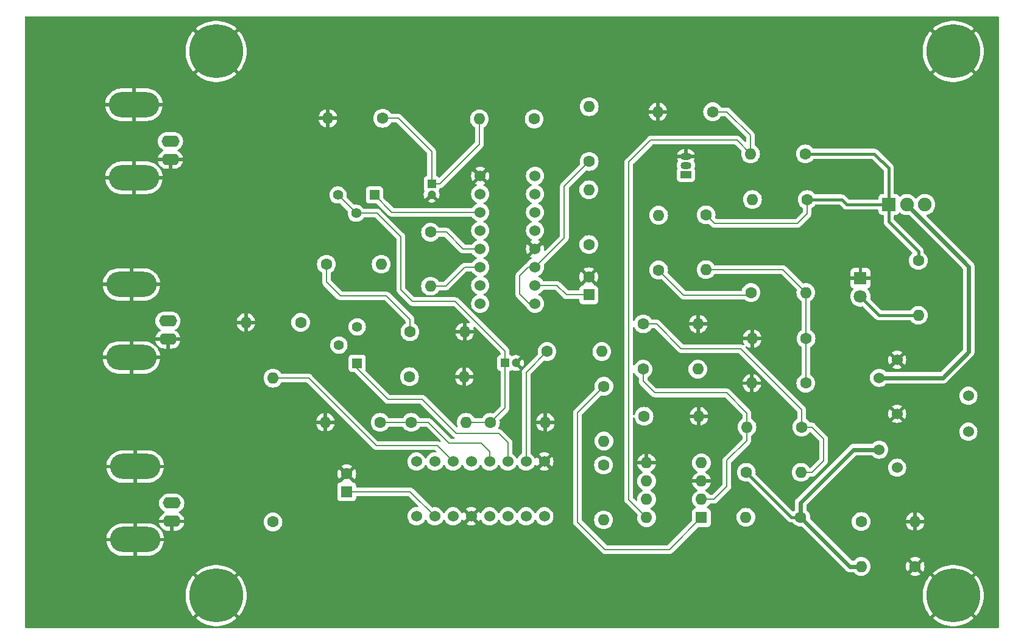
<source format=gtl>
%TF.GenerationSoftware,KiCad,Pcbnew,7.0.11-7.0.11~ubuntu22.04.1*%
%TF.CreationDate,2025-04-10T17:26:18+02:00*%
%TF.ProjectId,emulator-pcb,656d756c-6174-46f7-922d-7063622e6b69,v02*%
%TF.SameCoordinates,Original*%
%TF.FileFunction,Copper,L1,Top*%
%TF.FilePolarity,Positive*%
%FSLAX46Y46*%
G04 Gerber Fmt 4.6, Leading zero omitted, Abs format (unit mm)*
G04 Created by KiCad (PCBNEW 7.0.11-7.0.11~ubuntu22.04.1) date 2025-04-10 17:26:18*
%MOMM*%
%LPD*%
G01*
G04 APERTURE LIST*
%TA.AperFunction,ComponentPad*%
%ADD10O,1.600000X1.600000*%
%TD*%
%TA.AperFunction,ComponentPad*%
%ADD11C,1.600000*%
%TD*%
%TA.AperFunction,ComponentPad*%
%ADD12R,1.400000X1.400000*%
%TD*%
%TA.AperFunction,ComponentPad*%
%ADD13C,1.400000*%
%TD*%
%TA.AperFunction,ComponentPad*%
%ADD14C,1.524000*%
%TD*%
%TA.AperFunction,ComponentPad*%
%ADD15R,1.900000X1.900000*%
%TD*%
%TA.AperFunction,ComponentPad*%
%ADD16C,1.900000*%
%TD*%
%TA.AperFunction,ComponentPad*%
%ADD17O,2.500000X1.600000*%
%TD*%
%TA.AperFunction,ComponentPad*%
%ADD18O,7.000000X3.500000*%
%TD*%
%TA.AperFunction,ComponentPad*%
%ADD19R,1.800000X1.800000*%
%TD*%
%TA.AperFunction,ComponentPad*%
%ADD20C,1.800000*%
%TD*%
%TA.AperFunction,ComponentPad*%
%ADD21R,1.200000X1.200000*%
%TD*%
%TA.AperFunction,ComponentPad*%
%ADD22C,1.200000*%
%TD*%
%TA.AperFunction,ComponentPad*%
%ADD23R,1.600000X1.600000*%
%TD*%
%TA.AperFunction,ComponentPad*%
%ADD24C,7.500000*%
%TD*%
%TA.AperFunction,ComponentPad*%
%ADD25R,1.500000X1.050000*%
%TD*%
%TA.AperFunction,ComponentPad*%
%ADD26O,1.500000X1.050000*%
%TD*%
%TA.AperFunction,WasherPad*%
%ADD27C,1.524000*%
%TD*%
%TA.AperFunction,Conductor*%
%ADD28C,0.600000*%
%TD*%
%TA.AperFunction,Conductor*%
%ADD29C,0.200000*%
%TD*%
%TA.AperFunction,Conductor*%
%ADD30C,0.400000*%
%TD*%
G04 APERTURE END LIST*
D10*
%TO.P,C10,2*%
%TO.N,-12V*%
X187650000Y-140750000D03*
D11*
%TO.P,C10,1*%
%TO.N,GND*%
X195150000Y-140750000D03*
%TD*%
%TO.P,C9,1*%
%TO.N,Net-(C9-Pad1)*%
X187650000Y-134500000D03*
D10*
%TO.P,C9,2*%
%TO.N,GND*%
X195150000Y-134500000D03*
%TD*%
D11*
%TO.P,R22,1*%
%TO.N,-12V*%
X179250000Y-133900000D03*
D10*
%TO.P,R22,2*%
%TO.N,-6V*%
X171630000Y-133900000D03*
%TD*%
D12*
%TO.P,RV1,1,1*%
%TO.N,Net-(U2-MO)*%
X117600000Y-112490000D03*
D13*
%TO.P,RV1,2,2*%
%TO.N,Net-(C4-Pad1)*%
X115060000Y-109950000D03*
%TO.P,RV1,3,3*%
X117600000Y-107410000D03*
%TD*%
D14*
%TO.P,U3,1,AMSI*%
%TO.N,GND*%
X134700000Y-86420000D03*
%TO.P,U3,2,STO*%
%TO.N,Vy*%
X134700000Y-88960000D03*
%TO.P,U3,3,MO*%
%TO.N,Net-(U3-MO)*%
X134700000Y-91500000D03*
%TO.P,U3,4,Vcc*%
%TO.N,+9V*%
X134700000Y-94040000D03*
%TO.P,U3,5,TC1*%
%TO.N,Net-(U3-TC1)*%
X134700000Y-96580000D03*
%TO.P,U3,6,TC2*%
%TO.N,Net-(U3-TC2)*%
X134700000Y-99120000D03*
%TO.P,U3,7,TR1*%
%TO.N,Net-(U3-TR1)*%
X134700000Y-101660000D03*
%TO.P,U3,8,TR2*%
%TO.N,unconnected-(U3-TR2-Pad8)*%
X134700000Y-104200000D03*
%TO.P,U3,9,FSKI*%
%TO.N,Net-(U3-FSKI)*%
X142320000Y-104200000D03*
%TO.P,U3,10,BIAS*%
%TO.N,Net-(U3-BIAS)*%
X142320000Y-101660000D03*
%TO.P,U3,11,SYNCO*%
%TO.N,Net-(U3-FSKI)*%
X142320000Y-99120000D03*
%TO.P,U3,12,GND*%
%TO.N,GND*%
X142320000Y-96580000D03*
%TO.P,U3,13,WAVEA1*%
%TO.N,Net-(U3-WAVEA1)*%
X142320000Y-94040000D03*
%TO.P,U3,14,WAVEA2*%
%TO.N,Net-(U3-WAVEA2)*%
X142320000Y-91500000D03*
%TO.P,U3,15,SYMA1*%
%TO.N,unconnected-(U3-SYMA1-Pad15)*%
X142320000Y-88960000D03*
%TO.P,U3,16,SYMA2*%
%TO.N,unconnected-(U3-SYMA2-Pad16)*%
X142320000Y-86420000D03*
%TD*%
D11*
%TO.P,R20,1*%
%TO.N,Net-(U3-FSKI)*%
X149850000Y-84410000D03*
D10*
%TO.P,R20,2*%
%TO.N,+9V*%
X149850000Y-76790000D03*
%TD*%
D15*
%TO.P,S1,1*%
%TO.N,+12V*%
X191500000Y-90400000D03*
D16*
%TO.P,S1,2*%
%TO.N,Net-(C9-Pad1)*%
X194000000Y-90400000D03*
%TO.P,S1,3*%
%TO.N,unconnected-(S1-Pad3)*%
X196500000Y-90400000D03*
%TD*%
D11*
%TO.P,R12,1*%
%TO.N,+12V*%
X166100000Y-91840000D03*
D10*
%TO.P,R12,2*%
%TO.N,+9V*%
X166100000Y-99460000D03*
%TD*%
D17*
%TO.P,J3,1,In*%
%TO.N,Vp*%
X91650000Y-81600000D03*
D18*
%TO.P,J3,2,Ext*%
%TO.N,GND*%
X86570000Y-86680000D03*
D17*
X91650000Y-84140000D03*
D18*
X86570000Y-76520000D03*
%TD*%
D11*
%TO.P,C7,1*%
%TO.N,+9V*%
X179950000Y-115250000D03*
D10*
%TO.P,C7,2*%
%TO.N,GND*%
X172450000Y-115250000D03*
%TD*%
D11*
%TO.P,R21,1*%
%TO.N,-6V*%
X157480000Y-119850000D03*
D10*
%TO.P,R21,2*%
%TO.N,GND*%
X165100000Y-119850000D03*
%TD*%
D11*
%TO.P,R7,1*%
%TO.N,Net-(R5-Pad2)*%
X151900000Y-115690000D03*
D10*
%TO.P,R7,2*%
%TO.N,Net-(U1B--)*%
X151900000Y-123310000D03*
%TD*%
D11*
%TO.P,R1,1*%
%TO.N,-1V*%
X179400000Y-121350000D03*
D10*
%TO.P,R1,2*%
%TO.N,Net-(U1A--)*%
X171780000Y-121350000D03*
%TD*%
D11*
%TO.P,C5,1*%
%TO.N,Net-(U3-TC1)*%
X127800000Y-94250000D03*
D10*
%TO.P,C5,2*%
%TO.N,Net-(U3-TC2)*%
X127800000Y-101750000D03*
%TD*%
D11*
%TO.P,R10,1*%
%TO.N,V_sq*%
X172340000Y-102650000D03*
D10*
%TO.P,R10,2*%
%TO.N,+9V*%
X179960000Y-102650000D03*
%TD*%
D11*
%TO.P,R2,1*%
%TO.N,V_saw*%
X143990000Y-110850000D03*
D10*
%TO.P,R2,2*%
%TO.N,Net-(U1A--)*%
X151610000Y-110850000D03*
%TD*%
D11*
%TO.P,R23,1*%
%TO.N,+6V*%
X167010000Y-77500000D03*
D10*
%TO.P,R23,2*%
%TO.N,GND*%
X159390000Y-77500000D03*
%TD*%
D11*
%TO.P,R5,1*%
%TO.N,Net-(U1A--)*%
X157340000Y-113300000D03*
D10*
%TO.P,R5,2*%
%TO.N,Net-(R5-Pad2)*%
X164960000Y-113300000D03*
%TD*%
D11*
%TO.P,R17,1*%
%TO.N,+9V*%
X125130000Y-120700000D03*
D10*
%TO.P,R17,2*%
%TO.N,Net-(C8-Pad1)*%
X132750000Y-120700000D03*
%TD*%
D19*
%TO.P,D1,1,K*%
%TO.N,GND*%
X187550000Y-100650000D03*
D20*
%TO.P,D1,2,A*%
%TO.N,Net-(D1-A)*%
X187550000Y-103190000D03*
%TD*%
D11*
%TO.P,R25,1*%
%TO.N,V_sq*%
X159500000Y-99510000D03*
D10*
%TO.P,R25,2*%
%TO.N,Net-(Q1-B)*%
X159500000Y-91890000D03*
%TD*%
D12*
%TO.P,RV2,1,1*%
%TO.N,Net-(U3-MO)*%
X120013000Y-89069000D03*
D13*
%TO.P,RV2,2,2*%
%TO.N,Net-(C8-Pad1)*%
X117473000Y-91609000D03*
%TO.P,RV2,3,3*%
X114933000Y-89069000D03*
%TD*%
D21*
%TO.P,C8,1*%
%TO.N,Net-(C8-Pad1)*%
X138150000Y-112450000D03*
D22*
%TO.P,C8,2*%
%TO.N,GND*%
X139650000Y-112450000D03*
%TD*%
D11*
%TO.P,C1,1*%
%TO.N,Net-(U2-TC1)*%
X105900000Y-134550000D03*
D10*
%TO.P,C1,2*%
%TO.N,Net-(U2-TC2)*%
X105900000Y-114550000D03*
%TD*%
D11*
%TO.P,R8,1*%
%TO.N,Net-(C4-Pad1)*%
X121150000Y-78400000D03*
D10*
%TO.P,R8,2*%
%TO.N,GND*%
X113530000Y-78400000D03*
%TD*%
D11*
%TO.P,R24,1*%
%TO.N,+12V*%
X179900000Y-83350000D03*
D10*
%TO.P,R24,2*%
%TO.N,+6V*%
X172280000Y-83350000D03*
%TD*%
D23*
%TO.P,C2,1*%
%TO.N,Net-(U2-BIAS)*%
X116150000Y-130350000D03*
D11*
%TO.P,C2,2*%
%TO.N,GND*%
X116150000Y-127850000D03*
%TD*%
D14*
%TO.P,U2,1,AMSI*%
%TO.N,GND*%
X143620000Y-126150000D03*
%TO.P,U2,2,STO*%
%TO.N,V_saw*%
X141080000Y-126150000D03*
%TO.P,U2,3,MO*%
%TO.N,Net-(U2-MO)*%
X138540000Y-126150000D03*
%TO.P,U2,4,Vcc*%
%TO.N,+9V*%
X136000000Y-126150000D03*
%TO.P,U2,5,TC1*%
%TO.N,Net-(U2-TC1)*%
X133460000Y-126150000D03*
%TO.P,U2,6,TC2*%
%TO.N,Net-(U2-TC2)*%
X130920000Y-126150000D03*
%TO.P,U2,7,TR1*%
%TO.N,Net-(U2-TR1)*%
X128380000Y-126150000D03*
%TO.P,U2,8,TR2*%
%TO.N,Net-(U2-TR2)*%
X125840000Y-126150000D03*
%TO.P,U2,9,FSKI*%
%TO.N,V_sq*%
X125840000Y-133770000D03*
%TO.P,U2,10,BIAS*%
%TO.N,Net-(U2-BIAS)*%
X128380000Y-133770000D03*
%TO.P,U2,11,SYNCO*%
%TO.N,V_sq*%
X130920000Y-133770000D03*
%TO.P,U2,12,GND*%
%TO.N,GND*%
X133460000Y-133770000D03*
%TO.P,U2,13,WAVEA1*%
%TO.N,unconnected-(U2-WAVEA1-Pad13)*%
X136000000Y-133770000D03*
%TO.P,U2,14,WAVEA2*%
%TO.N,unconnected-(U2-WAVEA2-Pad14)*%
X138540000Y-133770000D03*
%TO.P,U2,15,SYMA1*%
%TO.N,unconnected-(U2-SYMA1-Pad15)*%
X141080000Y-133770000D03*
%TO.P,U2,16,SYMA2*%
%TO.N,unconnected-(U2-SYMA2-Pad16)*%
X143620000Y-133770000D03*
%TD*%
D11*
%TO.P,R4,1*%
%TO.N,Net-(U2-TR2)*%
X109760000Y-106800000D03*
D10*
%TO.P,R4,2*%
%TO.N,GND*%
X102140000Y-106800000D03*
%TD*%
D11*
%TO.P,R27,1*%
%TO.N,+12V*%
X195600000Y-98190000D03*
D10*
%TO.P,R27,2*%
%TO.N,Net-(D1-A)*%
X195600000Y-105810000D03*
%TD*%
D11*
%TO.P,C3,1*%
%TO.N,+9V*%
X180000000Y-109050000D03*
D10*
%TO.P,C3,2*%
%TO.N,GND*%
X172500000Y-109050000D03*
%TD*%
D11*
%TO.P,R26,1*%
%TO.N,+12V*%
X180160000Y-89700000D03*
D10*
%TO.P,R26,2*%
%TO.N,Vp*%
X172540000Y-89700000D03*
%TD*%
D17*
%TO.P,J2,1,In*%
%TO.N,Vx*%
X91830000Y-131930000D03*
D18*
%TO.P,J2,2,Ext*%
%TO.N,GND*%
X86750000Y-137010000D03*
D17*
X91830000Y-134470000D03*
D18*
X86750000Y-126850000D03*
%TD*%
D24*
%TO.P,Mount3,1*%
%TO.N,GND*%
X200450000Y-144800000D03*
%TD*%
D11*
%TO.P,R19,1*%
%TO.N,Net-(U3-WAVEA1)*%
X149800000Y-95970000D03*
D10*
%TO.P,R19,2*%
%TO.N,Net-(U3-WAVEA2)*%
X149800000Y-88350000D03*
%TD*%
D21*
%TO.P,C4,1*%
%TO.N,Net-(C4-Pad1)*%
X127950000Y-87527401D03*
D22*
%TO.P,C4,2*%
%TO.N,GND*%
X127950000Y-89027401D03*
%TD*%
D24*
%TO.P,Mount1,1*%
%TO.N,GND*%
X98000000Y-69100000D03*
%TD*%
D11*
%TO.P,R9,1*%
%TO.N,Net-(U1B--)*%
X151850000Y-126640000D03*
D10*
%TO.P,R9,2*%
%TO.N,Vx*%
X151850000Y-134260000D03*
%TD*%
D11*
%TO.P,R16,1*%
%TO.N,Net-(R15-Pad1)*%
X113330000Y-98700000D03*
D10*
%TO.P,R16,2*%
%TO.N,Net-(U3-TR1)*%
X120950000Y-98700000D03*
%TD*%
D17*
%TO.P,J1,1,In*%
%TO.N,Vy*%
X91300000Y-106600000D03*
D18*
%TO.P,J1,2,Ext*%
%TO.N,GND*%
X86220000Y-111680000D03*
D17*
X91300000Y-109140000D03*
D18*
X86220000Y-101520000D03*
%TD*%
D11*
%TO.P,R13,1*%
%TO.N,-12V*%
X171690000Y-127650000D03*
D10*
%TO.P,R13,2*%
%TO.N,-1V*%
X179310000Y-127650000D03*
%TD*%
D11*
%TO.P,R3,1*%
%TO.N,Net-(U2-TR1)*%
X124880000Y-114350000D03*
D10*
%TO.P,R3,2*%
%TO.N,GND*%
X132500000Y-114350000D03*
%TD*%
D23*
%TO.P,U1,1*%
%TO.N,Net-(R5-Pad2)*%
X165450000Y-133950000D03*
D10*
%TO.P,U1,2,-*%
%TO.N,Net-(U1A--)*%
X165450000Y-131410000D03*
%TO.P,U1,3,+*%
%TO.N,GND*%
X165450000Y-128870000D03*
%TO.P,U1,4,V-*%
%TO.N,-6V*%
X165450000Y-126330000D03*
%TO.P,U1,5,+*%
%TO.N,GND*%
X157830000Y-126330000D03*
%TO.P,U1,6,-*%
%TO.N,Net-(U1B--)*%
X157830000Y-128870000D03*
%TO.P,U1,7*%
%TO.N,Vx*%
X157830000Y-131410000D03*
%TO.P,U1,8,V+*%
%TO.N,+6V*%
X157830000Y-133950000D03*
%TD*%
D25*
%TO.P,Q1,1,C*%
%TO.N,Vp*%
X163300000Y-86240000D03*
D26*
%TO.P,Q1,2,B*%
%TO.N,Net-(Q1-B)*%
X163300000Y-84970000D03*
%TO.P,Q1,3,E*%
%TO.N,GND*%
X163300000Y-83700000D03*
%TD*%
D24*
%TO.P,Mount2,1*%
%TO.N,GND*%
X200450000Y-69100000D03*
%TD*%
D11*
%TO.P,R6,1*%
%TO.N,+9V*%
X142210000Y-78500000D03*
D10*
%TO.P,R6,2*%
%TO.N,Net-(C4-Pad1)*%
X134590000Y-78500000D03*
%TD*%
D11*
%TO.P,R15,1*%
%TO.N,Net-(R15-Pad1)*%
X124940000Y-108100000D03*
D10*
%TO.P,R15,2*%
%TO.N,GND*%
X132560000Y-108100000D03*
%TD*%
D11*
%TO.P,R14,1*%
%TO.N,-1V*%
X157380000Y-107000000D03*
D10*
%TO.P,R14,2*%
%TO.N,GND*%
X165000000Y-107000000D03*
%TD*%
D27*
%TO.P,J4,*%
%TO.N,*%
X202550000Y-117000000D03*
X202550000Y-122000000D03*
D14*
%TO.P,J4,1*%
%TO.N,GND*%
X192649994Y-111999990D03*
%TO.P,J4,2*%
X192649994Y-119500000D03*
%TO.P,J4,3*%
%TO.N,unconnected-(J4-Pad3)*%
X192649994Y-127000010D03*
%TO.P,J4,4*%
%TO.N,Net-(C9-Pad1)*%
X190149994Y-114500010D03*
%TO.P,J4,5*%
%TO.N,-12V*%
X190149994Y-124499990D03*
%TD*%
D11*
%TO.P,R11,1*%
%TO.N,+9V*%
X120800000Y-120700000D03*
D10*
%TO.P,R11,2*%
%TO.N,GND*%
X113180000Y-120700000D03*
%TD*%
D11*
%TO.P,R18,1*%
%TO.N,Net-(C8-Pad1)*%
X136140000Y-120700000D03*
D10*
%TO.P,R18,2*%
%TO.N,GND*%
X143760000Y-120700000D03*
%TD*%
D23*
%TO.P,C6,1*%
%TO.N,Net-(U3-BIAS)*%
X149800000Y-102960000D03*
D11*
%TO.P,C6,2*%
%TO.N,GND*%
X149800000Y-100460000D03*
%TD*%
D24*
%TO.P,Mount4,1*%
%TO.N,GND*%
X98000000Y-144800000D03*
%TD*%
D28*
%TO.N,Net-(C9-Pad1)*%
X190149994Y-114500010D02*
X198999990Y-114500010D01*
X198999990Y-114500010D02*
X202600000Y-110900000D01*
X202600000Y-110900000D02*
X202600000Y-99000000D01*
X202600000Y-99000000D02*
X194000000Y-90400000D01*
%TO.N,-12V*%
X187650000Y-140750000D02*
X186100000Y-140750000D01*
X186100000Y-140750000D02*
X179250000Y-133900000D01*
D29*
%TO.N,Net-(U2-TC2)*%
X120250000Y-123950000D02*
X128720000Y-123950000D01*
X110850000Y-114550000D02*
X120250000Y-123950000D01*
X128720000Y-123950000D02*
X130920000Y-126150000D01*
X105900000Y-114550000D02*
X110850000Y-114550000D01*
%TO.N,Net-(U2-BIAS)*%
X124960000Y-130350000D02*
X128380000Y-133770000D01*
X116150000Y-130350000D02*
X124960000Y-130350000D01*
%TO.N,+9V*%
X179950000Y-109100000D02*
X180000000Y-109050000D01*
X130400000Y-123600000D02*
X134850000Y-123600000D01*
X179960000Y-102650000D02*
X179960000Y-109010000D01*
X120800000Y-120700000D02*
X125130000Y-120700000D01*
X136000000Y-124750000D02*
X136000000Y-126150000D01*
X125130000Y-120700000D02*
X127500000Y-120700000D01*
X179960000Y-109010000D02*
X180000000Y-109050000D01*
X134850000Y-123600000D02*
X136000000Y-124750000D01*
X179950000Y-115250000D02*
X179950000Y-109100000D01*
X166100000Y-99460000D02*
X176770000Y-99460000D01*
X127500000Y-120700000D02*
X130400000Y-123600000D01*
X176770000Y-99460000D02*
X179960000Y-102650000D01*
%TO.N,Net-(C4-Pad1)*%
X121150000Y-78400000D02*
X123350000Y-78400000D01*
X129072599Y-87527401D02*
X134590000Y-82010000D01*
X123350000Y-78400000D02*
X127950000Y-83000000D01*
X134590000Y-82010000D02*
X134590000Y-78500000D01*
X127950000Y-87527401D02*
X129072599Y-87527401D01*
X127950000Y-83000000D02*
X127950000Y-87527401D01*
%TO.N,Net-(U3-TC1)*%
X127800000Y-94250000D02*
X130000000Y-94250000D01*
X132330000Y-96580000D02*
X134700000Y-96580000D01*
X130000000Y-94250000D02*
X132330000Y-96580000D01*
%TO.N,Net-(U3-TC2)*%
X132530000Y-99120000D02*
X134700000Y-99120000D01*
X127800000Y-101750000D02*
X129900000Y-101750000D01*
X129900000Y-101750000D02*
X132530000Y-99120000D01*
%TO.N,Net-(U3-BIAS)*%
X145360000Y-101660000D02*
X146660000Y-102960000D01*
X146660000Y-102960000D02*
X149800000Y-102960000D01*
X142320000Y-101660000D02*
X145360000Y-101660000D01*
%TO.N,Net-(C8-Pad1)*%
X138150000Y-112450000D02*
X138150000Y-118690000D01*
X117473000Y-91609000D02*
X114933000Y-89069000D01*
X120400000Y-91600000D02*
X120391000Y-91609000D01*
X120391000Y-91609000D02*
X117473000Y-91609000D01*
X138150000Y-118690000D02*
X136140000Y-120700000D01*
X131250000Y-103900000D02*
X125300000Y-103900000D01*
X123650000Y-94850000D02*
X120400000Y-91600000D01*
X136140000Y-120700000D02*
X132750000Y-120700000D01*
X138150000Y-112450000D02*
X138150000Y-110800000D01*
X125300000Y-103900000D02*
X123650000Y-102250000D01*
X123650000Y-102250000D02*
X123650000Y-94850000D01*
X138150000Y-110800000D02*
X131250000Y-103900000D01*
D30*
%TO.N,Net-(D1-A)*%
X195600000Y-105810000D02*
X190170000Y-105810000D01*
X190170000Y-105810000D02*
X187550000Y-103190000D01*
D28*
%TO.N,-12V*%
X179250000Y-131850000D02*
X186600010Y-124499990D01*
X179250000Y-133900000D02*
X179250000Y-131850000D01*
D30*
X179250000Y-133900000D02*
X177940000Y-133900000D01*
D28*
X186600010Y-124499990D02*
X190149994Y-124499990D01*
D30*
X177940000Y-133900000D02*
X171690000Y-127650000D01*
D29*
%TO.N,-1V*%
X179400000Y-118950000D02*
X170900000Y-110450000D01*
X182450000Y-126050000D02*
X182450000Y-123000000D01*
X180800000Y-121350000D02*
X179400000Y-121350000D01*
X179310000Y-127650000D02*
X180850000Y-127650000D01*
X159200000Y-107000000D02*
X157380000Y-107000000D01*
X182450000Y-123000000D02*
X180800000Y-121350000D01*
X179400000Y-121350000D02*
X179400000Y-118950000D01*
X170900000Y-110450000D02*
X162650000Y-110450000D01*
X180850000Y-127650000D02*
X182450000Y-126050000D01*
X162650000Y-110450000D02*
X159200000Y-107000000D01*
%TO.N,Net-(U1A--)*%
X168950000Y-116600000D02*
X158950000Y-116600000D01*
X157340000Y-114990000D02*
X157340000Y-113300000D01*
X158950000Y-116600000D02*
X157340000Y-114990000D01*
X167190000Y-131410000D02*
X169000000Y-129600000D01*
X169000000Y-129600000D02*
X169000000Y-126000000D01*
X171780000Y-123220000D02*
X171780000Y-121350000D01*
X169000000Y-126000000D02*
X171780000Y-123220000D01*
X171780000Y-121350000D02*
X171780000Y-119430000D01*
X171780000Y-119430000D02*
X168950000Y-116600000D01*
X165450000Y-131410000D02*
X167190000Y-131410000D01*
%TO.N,V_saw*%
X141080000Y-126150000D02*
X141080000Y-113760000D01*
X141080000Y-113760000D02*
X143990000Y-110850000D01*
%TO.N,Net-(R5-Pad2)*%
X165450000Y-133950000D02*
X161000000Y-138400000D01*
X152050000Y-138400000D02*
X148250000Y-134600000D01*
X161000000Y-138400000D02*
X152050000Y-138400000D01*
X148250000Y-134600000D02*
X148250000Y-119340000D01*
X148250000Y-119340000D02*
X151900000Y-115690000D01*
%TO.N,V_sq*%
X171990000Y-103000000D02*
X172340000Y-102650000D01*
X159500000Y-99510000D02*
X162990000Y-103000000D01*
X162990000Y-103000000D02*
X171990000Y-103000000D01*
D30*
%TO.N,+12V*%
X195600000Y-98190000D02*
X195600000Y-96900000D01*
D29*
X167260000Y-93000000D02*
X178800000Y-93000000D01*
X178800000Y-93000000D02*
X180160000Y-91640000D01*
D30*
X184950000Y-89700000D02*
X185650000Y-90400000D01*
X180160000Y-89700000D02*
X184950000Y-89700000D01*
D29*
X180160000Y-91640000D02*
X180160000Y-89700000D01*
D30*
X191500000Y-92800000D02*
X191500000Y-90400000D01*
X189500000Y-83350000D02*
X191500000Y-85350000D01*
X191500000Y-85350000D02*
X191500000Y-90400000D01*
X195600000Y-96900000D02*
X191500000Y-92800000D01*
X185650000Y-90400000D02*
X191500000Y-90400000D01*
X179900000Y-83350000D02*
X189500000Y-83350000D01*
D29*
X166100000Y-91840000D02*
X167260000Y-93000000D01*
%TO.N,Net-(R15-Pad1)*%
X121650000Y-103100000D02*
X124940000Y-106390000D01*
X124940000Y-106390000D02*
X124940000Y-108100000D01*
X115250000Y-103100000D02*
X121650000Y-103100000D01*
X113330000Y-101180000D02*
X115250000Y-103100000D01*
X113330000Y-98700000D02*
X113330000Y-101180000D01*
%TO.N,Net-(U3-FSKI)*%
X140220000Y-102860000D02*
X140220000Y-100310000D01*
X140220000Y-100310000D02*
X141410000Y-99120000D01*
X146400000Y-87860000D02*
X146400000Y-95040000D01*
X149850000Y-84410000D02*
X146400000Y-87860000D01*
X141560000Y-104200000D02*
X140220000Y-102860000D01*
X142320000Y-104200000D02*
X141560000Y-104200000D01*
X141410000Y-99120000D02*
X142320000Y-99120000D01*
X146400000Y-95040000D02*
X142320000Y-99120000D01*
%TO.N,+6V*%
X172280000Y-80780000D02*
X172280000Y-83350000D01*
X169000000Y-77500000D02*
X172280000Y-80780000D01*
X167010000Y-77500000D02*
X169000000Y-77500000D01*
X155350000Y-131470000D02*
X157830000Y-133950000D01*
X155350000Y-84500000D02*
X155350000Y-131470000D01*
X172280000Y-83350000D02*
X170380000Y-81450000D01*
X158400000Y-81450000D02*
X155350000Y-84500000D01*
X170380000Y-81450000D02*
X158400000Y-81450000D01*
%TO.N,Net-(U2-MO)*%
X137300000Y-122250000D02*
X138540000Y-123490000D01*
X117600000Y-113200000D02*
X121900000Y-117500000D01*
X131400000Y-122250000D02*
X137300000Y-122250000D01*
X138540000Y-123490000D02*
X138540000Y-126150000D01*
X117600000Y-112490000D02*
X117600000Y-113200000D01*
X126650000Y-117500000D02*
X131400000Y-122250000D01*
X121900000Y-117500000D02*
X126650000Y-117500000D01*
%TO.N,Net-(U3-MO)*%
X134700000Y-91500000D02*
X122444000Y-91500000D01*
X122444000Y-91500000D02*
X120013000Y-89069000D01*
%TD*%
%TA.AperFunction,Conductor*%
%TO.N,GND*%
G36*
X139351262Y-112477493D02*
G01*
X139350642Y-112476358D01*
X139350866Y-112473221D01*
X139351262Y-112477493D01*
G37*
%TD.AperFunction*%
%TA.AperFunction,Conductor*%
G36*
X206717539Y-64220185D02*
G01*
X206763294Y-64272989D01*
X206774500Y-64324500D01*
X206774500Y-149175500D01*
X206754815Y-149242539D01*
X206702011Y-149288294D01*
X206650500Y-149299500D01*
X71574500Y-149299500D01*
X71507461Y-149279815D01*
X71461706Y-149227011D01*
X71450500Y-149175500D01*
X71450500Y-144800000D01*
X93745181Y-144800000D01*
X93764447Y-145204450D01*
X93822071Y-145605231D01*
X93917531Y-145998722D01*
X93917534Y-145998733D01*
X94049956Y-146381340D01*
X94049966Y-146381365D01*
X94218168Y-146749675D01*
X94420621Y-147100335D01*
X94420627Y-147100343D01*
X94655485Y-147430154D01*
X94822985Y-147623460D01*
X96313104Y-146133341D01*
X96425031Y-146270918D01*
X96639990Y-146471676D01*
X96664543Y-146489007D01*
X95174928Y-147978622D01*
X95213676Y-148015568D01*
X95213695Y-148015585D01*
X95531968Y-148265877D01*
X95872594Y-148484782D01*
X96232485Y-148670319D01*
X96608383Y-148820806D01*
X96608395Y-148820810D01*
X96996882Y-148934880D01*
X96996899Y-148934884D01*
X97394460Y-149011508D01*
X97394472Y-149011510D01*
X97797554Y-149050000D01*
X98202446Y-149050000D01*
X98605527Y-149011510D01*
X98605539Y-149011508D01*
X99003100Y-148934884D01*
X99003117Y-148934880D01*
X99391604Y-148820810D01*
X99391616Y-148820806D01*
X99767507Y-148670322D01*
X99767511Y-148670320D01*
X100127406Y-148484782D01*
X100468031Y-148265877D01*
X100786314Y-148015578D01*
X100825069Y-147978622D01*
X99335455Y-146489008D01*
X99360010Y-146471676D01*
X99574969Y-146270918D01*
X99686895Y-146133342D01*
X101177012Y-147623459D01*
X101344512Y-147430156D01*
X101344523Y-147430143D01*
X101579372Y-147100343D01*
X101579378Y-147100335D01*
X101781831Y-146749675D01*
X101950033Y-146381365D01*
X101950043Y-146381340D01*
X102082465Y-145998733D01*
X102082468Y-145998722D01*
X102177928Y-145605231D01*
X102235552Y-145204450D01*
X102254818Y-144800000D01*
X196195181Y-144800000D01*
X196214447Y-145204450D01*
X196272071Y-145605231D01*
X196367531Y-145998722D01*
X196367534Y-145998733D01*
X196499956Y-146381340D01*
X196499966Y-146381365D01*
X196668168Y-146749675D01*
X196870621Y-147100335D01*
X196870627Y-147100343D01*
X197105485Y-147430154D01*
X197272985Y-147623460D01*
X198763104Y-146133341D01*
X198875031Y-146270918D01*
X199089990Y-146471676D01*
X199114543Y-146489007D01*
X197624928Y-147978622D01*
X197663676Y-148015568D01*
X197663695Y-148015585D01*
X197981968Y-148265877D01*
X198322594Y-148484782D01*
X198682485Y-148670319D01*
X199058383Y-148820806D01*
X199058395Y-148820810D01*
X199446882Y-148934880D01*
X199446899Y-148934884D01*
X199844460Y-149011508D01*
X199844472Y-149011510D01*
X200247554Y-149050000D01*
X200652446Y-149050000D01*
X201055527Y-149011510D01*
X201055539Y-149011508D01*
X201453100Y-148934884D01*
X201453117Y-148934880D01*
X201841604Y-148820810D01*
X201841616Y-148820806D01*
X202217507Y-148670322D01*
X202217511Y-148670320D01*
X202577406Y-148484782D01*
X202918031Y-148265877D01*
X203236314Y-148015578D01*
X203275069Y-147978622D01*
X201785455Y-146489008D01*
X201810010Y-146471676D01*
X202024969Y-146270918D01*
X202136895Y-146133342D01*
X203627012Y-147623459D01*
X203794512Y-147430156D01*
X203794523Y-147430143D01*
X204029372Y-147100343D01*
X204029378Y-147100335D01*
X204231831Y-146749675D01*
X204400033Y-146381365D01*
X204400043Y-146381340D01*
X204532465Y-145998733D01*
X204532468Y-145998722D01*
X204627928Y-145605231D01*
X204685552Y-145204450D01*
X204704818Y-144800000D01*
X204685552Y-144395549D01*
X204627928Y-143994768D01*
X204532468Y-143601277D01*
X204532465Y-143601266D01*
X204400043Y-143218659D01*
X204400033Y-143218634D01*
X204231831Y-142850324D01*
X204029378Y-142499664D01*
X204029372Y-142499656D01*
X203794523Y-142169856D01*
X203794512Y-142169843D01*
X203627013Y-141976538D01*
X202136894Y-143466656D01*
X202024969Y-143329082D01*
X201810010Y-143128324D01*
X201785455Y-143110991D01*
X203275070Y-141621376D01*
X203236323Y-141584431D01*
X203236304Y-141584414D01*
X202918031Y-141334122D01*
X202577406Y-141115217D01*
X202217511Y-140929679D01*
X202217507Y-140929677D01*
X201841616Y-140779193D01*
X201841604Y-140779189D01*
X201453117Y-140665119D01*
X201453100Y-140665115D01*
X201055539Y-140588491D01*
X201055527Y-140588489D01*
X200652446Y-140550000D01*
X200247554Y-140550000D01*
X199844472Y-140588489D01*
X199844460Y-140588491D01*
X199446899Y-140665115D01*
X199446882Y-140665119D01*
X199058395Y-140779189D01*
X199058383Y-140779193D01*
X198682485Y-140929680D01*
X198322594Y-141115217D01*
X197981968Y-141334122D01*
X197663685Y-141584421D01*
X197663673Y-141584432D01*
X197624929Y-141621375D01*
X197624929Y-141621376D01*
X199114544Y-143110991D01*
X199089990Y-143128324D01*
X198875031Y-143329082D01*
X198763104Y-143466657D01*
X197272986Y-141976539D01*
X197105485Y-142169845D01*
X196870627Y-142499656D01*
X196870621Y-142499664D01*
X196668168Y-142850324D01*
X196499966Y-143218634D01*
X196499956Y-143218659D01*
X196367534Y-143601266D01*
X196367531Y-143601277D01*
X196272071Y-143994768D01*
X196214447Y-144395549D01*
X196195181Y-144800000D01*
X102254818Y-144800000D01*
X102235552Y-144395549D01*
X102177928Y-143994768D01*
X102082468Y-143601277D01*
X102082465Y-143601266D01*
X101950043Y-143218659D01*
X101950033Y-143218634D01*
X101781831Y-142850324D01*
X101579378Y-142499664D01*
X101579372Y-142499656D01*
X101344523Y-142169856D01*
X101344512Y-142169843D01*
X101177013Y-141976538D01*
X99686894Y-143466656D01*
X99574969Y-143329082D01*
X99360010Y-143128324D01*
X99335455Y-143110991D01*
X100825070Y-141621376D01*
X100786323Y-141584431D01*
X100786304Y-141584414D01*
X100468031Y-141334122D01*
X100127406Y-141115217D01*
X99767511Y-140929679D01*
X99767507Y-140929677D01*
X99391616Y-140779193D01*
X99391604Y-140779189D01*
X99003117Y-140665119D01*
X99003100Y-140665115D01*
X98605539Y-140588491D01*
X98605527Y-140588489D01*
X98202446Y-140550000D01*
X97797554Y-140550000D01*
X97394472Y-140588489D01*
X97394460Y-140588491D01*
X96996899Y-140665115D01*
X96996882Y-140665119D01*
X96608395Y-140779189D01*
X96608383Y-140779193D01*
X96232485Y-140929680D01*
X95872594Y-141115217D01*
X95531968Y-141334122D01*
X95213685Y-141584421D01*
X95213673Y-141584432D01*
X95174929Y-141621375D01*
X95174929Y-141621376D01*
X96664544Y-143110991D01*
X96639990Y-143128324D01*
X96425031Y-143329082D01*
X96313104Y-143466657D01*
X94822986Y-141976539D01*
X94655485Y-142169845D01*
X94420627Y-142499656D01*
X94420621Y-142499664D01*
X94218168Y-142850324D01*
X94049966Y-143218634D01*
X94049956Y-143218659D01*
X93917534Y-143601266D01*
X93917531Y-143601277D01*
X93822071Y-143994768D01*
X93764447Y-144395549D01*
X93745181Y-144800000D01*
X71450500Y-144800000D01*
X71450500Y-136760000D01*
X82760385Y-136760000D01*
X85776589Y-136760000D01*
X85751466Y-136857030D01*
X85741114Y-137061165D01*
X85771574Y-137260000D01*
X82763793Y-137260000D01*
X82776375Y-137385076D01*
X82776376Y-137385079D01*
X82846208Y-137678107D01*
X82846210Y-137678116D01*
X82954474Y-137959216D01*
X82954481Y-137959231D01*
X83099248Y-138223395D01*
X83099252Y-138223401D01*
X83277935Y-138465911D01*
X83487355Y-138682451D01*
X83487362Y-138682457D01*
X83723768Y-138869145D01*
X83982948Y-139022657D01*
X83982966Y-139022666D01*
X84260283Y-139140260D01*
X84260300Y-139140265D01*
X84550826Y-139219848D01*
X84849384Y-139260000D01*
X86500000Y-139260000D01*
X86500000Y-137984625D01*
X86647801Y-138015000D01*
X86800967Y-138015000D01*
X86953348Y-137999504D01*
X87000000Y-137984867D01*
X87000000Y-139260000D01*
X88575236Y-139260000D01*
X88800564Y-139244915D01*
X88800573Y-139244913D01*
X89095758Y-139184916D01*
X89095773Y-139184912D01*
X89380343Y-139086098D01*
X89380346Y-139086096D01*
X89649198Y-138950240D01*
X89897564Y-138779745D01*
X90120971Y-138577685D01*
X90315464Y-138347638D01*
X90477554Y-138093728D01*
X90477555Y-138093726D01*
X90604351Y-137820485D01*
X90604356Y-137820471D01*
X90693605Y-137532765D01*
X90739615Y-137260000D01*
X87723411Y-137260000D01*
X87748534Y-137162970D01*
X87758886Y-136958835D01*
X87728426Y-136760000D01*
X90736207Y-136760000D01*
X90736207Y-136759999D01*
X90723624Y-136634923D01*
X90723623Y-136634920D01*
X90653791Y-136341892D01*
X90653789Y-136341883D01*
X90545525Y-136060783D01*
X90545518Y-136060768D01*
X90400751Y-135796604D01*
X90400747Y-135796598D01*
X90222064Y-135554088D01*
X90012644Y-135337548D01*
X90012637Y-135337542D01*
X89776231Y-135150854D01*
X89517051Y-134997342D01*
X89517033Y-134997333D01*
X89239716Y-134879739D01*
X89239699Y-134879734D01*
X88949173Y-134800151D01*
X88650617Y-134760000D01*
X87000000Y-134760000D01*
X87000000Y-136035374D01*
X86852199Y-136005000D01*
X86699033Y-136005000D01*
X86546652Y-136020496D01*
X86500000Y-136035132D01*
X86500000Y-134760000D01*
X84924764Y-134760000D01*
X84699435Y-134775084D01*
X84699426Y-134775086D01*
X84404241Y-134835083D01*
X84404226Y-134835087D01*
X84119656Y-134933901D01*
X84119653Y-134933903D01*
X83850801Y-135069759D01*
X83602435Y-135240254D01*
X83379028Y-135442314D01*
X83184535Y-135672361D01*
X83022445Y-135926271D01*
X83022444Y-135926273D01*
X82895648Y-136199514D01*
X82895643Y-136199528D01*
X82806394Y-136487234D01*
X82760385Y-136760000D01*
X71450500Y-136760000D01*
X71450500Y-131930001D01*
X90074532Y-131930001D01*
X90094364Y-132156686D01*
X90094366Y-132156697D01*
X90153258Y-132376488D01*
X90153261Y-132376497D01*
X90249431Y-132582732D01*
X90249432Y-132582734D01*
X90379954Y-132769141D01*
X90540858Y-132930045D01*
X90577036Y-132955377D01*
X90727266Y-133060568D01*
X90785865Y-133087893D01*
X90838305Y-133134065D01*
X90857457Y-133201258D01*
X90837242Y-133268139D01*
X90785867Y-133312657D01*
X90727515Y-133339867D01*
X90541179Y-133470342D01*
X90380342Y-133631179D01*
X90249865Y-133817517D01*
X90153734Y-134023673D01*
X90153730Y-134023682D01*
X90101127Y-134219999D01*
X90101128Y-134220000D01*
X91460497Y-134220000D01*
X91411083Y-134305587D01*
X91381232Y-134436370D01*
X91391257Y-134570140D01*
X91440266Y-134695013D01*
X91460193Y-134720000D01*
X90101128Y-134720000D01*
X90153730Y-134916317D01*
X90153734Y-134916326D01*
X90249865Y-135122482D01*
X90380342Y-135308820D01*
X90541179Y-135469657D01*
X90727517Y-135600134D01*
X90933673Y-135696265D01*
X90933682Y-135696269D01*
X91153389Y-135755139D01*
X91153400Y-135755141D01*
X91323233Y-135769999D01*
X91323236Y-135770000D01*
X91580000Y-135770000D01*
X91580000Y-134838137D01*
X91634741Y-134875459D01*
X91762927Y-134915000D01*
X91863346Y-134915000D01*
X91962647Y-134900033D01*
X92080000Y-134843518D01*
X92080000Y-135770000D01*
X92336764Y-135770000D01*
X92336766Y-135769999D01*
X92506599Y-135755141D01*
X92506610Y-135755139D01*
X92726317Y-135696269D01*
X92726326Y-135696265D01*
X92932482Y-135600134D01*
X93118820Y-135469657D01*
X93279657Y-135308820D01*
X93410134Y-135122482D01*
X93506265Y-134916326D01*
X93506269Y-134916317D01*
X93558872Y-134720000D01*
X92199503Y-134720000D01*
X92248917Y-134634413D01*
X92268184Y-134550001D01*
X104594532Y-134550001D01*
X104614364Y-134776686D01*
X104614366Y-134776697D01*
X104673258Y-134996488D01*
X104673261Y-134996497D01*
X104769431Y-135202732D01*
X104769432Y-135202734D01*
X104899954Y-135389141D01*
X105060858Y-135550045D01*
X105060861Y-135550047D01*
X105247266Y-135680568D01*
X105453504Y-135776739D01*
X105453509Y-135776740D01*
X105453511Y-135776741D01*
X105486697Y-135785633D01*
X105673308Y-135835635D01*
X105835230Y-135849801D01*
X105899998Y-135855468D01*
X105900000Y-135855468D01*
X105900002Y-135855468D01*
X105956673Y-135850509D01*
X106126692Y-135835635D01*
X106346496Y-135776739D01*
X106552734Y-135680568D01*
X106739139Y-135550047D01*
X106900047Y-135389139D01*
X107030568Y-135202734D01*
X107126739Y-134996496D01*
X107185635Y-134776692D01*
X107205468Y-134550000D01*
X107201796Y-134508034D01*
X107192665Y-134403658D01*
X107185635Y-134323308D01*
X107126739Y-134103504D01*
X107030568Y-133897266D01*
X106900047Y-133710861D01*
X106900045Y-133710858D01*
X106739141Y-133549954D01*
X106552734Y-133419432D01*
X106552732Y-133419431D01*
X106346497Y-133323261D01*
X106346488Y-133323258D01*
X106126697Y-133264366D01*
X106126693Y-133264365D01*
X106126692Y-133264365D01*
X106126691Y-133264364D01*
X106126686Y-133264364D01*
X105900002Y-133244532D01*
X105899998Y-133244532D01*
X105673313Y-133264364D01*
X105673302Y-133264366D01*
X105453511Y-133323258D01*
X105453502Y-133323261D01*
X105247267Y-133419431D01*
X105247265Y-133419432D01*
X105060858Y-133549954D01*
X104899954Y-133710858D01*
X104769432Y-133897265D01*
X104769431Y-133897267D01*
X104673261Y-134103502D01*
X104673258Y-134103511D01*
X104614366Y-134323302D01*
X104614364Y-134323313D01*
X104594532Y-134549998D01*
X104594532Y-134550001D01*
X92268184Y-134550001D01*
X92278768Y-134503630D01*
X92268743Y-134369860D01*
X92219734Y-134244987D01*
X92199807Y-134220000D01*
X93558872Y-134220000D01*
X93558872Y-134219999D01*
X93506269Y-134023682D01*
X93506265Y-134023673D01*
X93410134Y-133817517D01*
X93279657Y-133631179D01*
X93118820Y-133470342D01*
X92932482Y-133339865D01*
X92874133Y-133312657D01*
X92821694Y-133266484D01*
X92802542Y-133199291D01*
X92822758Y-133132410D01*
X92874129Y-133087895D01*
X92932734Y-133060568D01*
X93119139Y-132930047D01*
X93280047Y-132769139D01*
X93410568Y-132582734D01*
X93506739Y-132376496D01*
X93565635Y-132156692D01*
X93585468Y-131930000D01*
X93585310Y-131928199D01*
X93566719Y-131715699D01*
X93565635Y-131703308D01*
X93513181Y-131507546D01*
X93506741Y-131483511D01*
X93506738Y-131483502D01*
X93464224Y-131392331D01*
X93410568Y-131277266D01*
X93280047Y-131090861D01*
X93280045Y-131090858D01*
X93119141Y-130929954D01*
X92932734Y-130799432D01*
X92932732Y-130799431D01*
X92726497Y-130703261D01*
X92726488Y-130703258D01*
X92506697Y-130644366D01*
X92506687Y-130644364D01*
X92336785Y-130629500D01*
X92336784Y-130629500D01*
X91323216Y-130629500D01*
X91323215Y-130629500D01*
X91153312Y-130644364D01*
X91153302Y-130644366D01*
X90933511Y-130703258D01*
X90933502Y-130703261D01*
X90727267Y-130799431D01*
X90727265Y-130799432D01*
X90540858Y-130929954D01*
X90379954Y-131090858D01*
X90249432Y-131277265D01*
X90249431Y-131277267D01*
X90153261Y-131483502D01*
X90153258Y-131483511D01*
X90094366Y-131703302D01*
X90094364Y-131703313D01*
X90074532Y-131929998D01*
X90074532Y-131930001D01*
X71450500Y-131930001D01*
X71450500Y-126600000D01*
X82760385Y-126600000D01*
X85776589Y-126600000D01*
X85751466Y-126697030D01*
X85741114Y-126901165D01*
X85771574Y-127100000D01*
X82763793Y-127100000D01*
X82776375Y-127225076D01*
X82776376Y-127225079D01*
X82846208Y-127518107D01*
X82846210Y-127518116D01*
X82954474Y-127799216D01*
X82954481Y-127799231D01*
X83099248Y-128063395D01*
X83099252Y-128063401D01*
X83277935Y-128305911D01*
X83487355Y-128522451D01*
X83487362Y-128522457D01*
X83723768Y-128709145D01*
X83982948Y-128862657D01*
X83982966Y-128862666D01*
X84260283Y-128980260D01*
X84260300Y-128980265D01*
X84550826Y-129059848D01*
X84849384Y-129100000D01*
X86500000Y-129100000D01*
X86500000Y-127824625D01*
X86647801Y-127855000D01*
X86800967Y-127855000D01*
X86953348Y-127839504D01*
X87000000Y-127824867D01*
X87000000Y-129100000D01*
X88575236Y-129100000D01*
X88800564Y-129084915D01*
X88800573Y-129084913D01*
X89095758Y-129024916D01*
X89095773Y-129024912D01*
X89380343Y-128926098D01*
X89380346Y-128926096D01*
X89649198Y-128790240D01*
X89897564Y-128619745D01*
X90120971Y-128417685D01*
X90315464Y-128187638D01*
X90477554Y-127933728D01*
X90477555Y-127933726D01*
X90516407Y-127850002D01*
X114845034Y-127850002D01*
X114864858Y-128076599D01*
X114864860Y-128076610D01*
X114923730Y-128296317D01*
X114923735Y-128296331D01*
X115019863Y-128502478D01*
X115070974Y-128575472D01*
X115752046Y-127894400D01*
X115764835Y-127975148D01*
X115822359Y-128088045D01*
X115911955Y-128177641D01*
X116024852Y-128235165D01*
X116105599Y-128247953D01*
X115419352Y-128934199D01*
X115409506Y-128983194D01*
X115360890Y-129033377D01*
X115305367Y-129048049D01*
X115305423Y-129049099D01*
X115305429Y-129049146D01*
X115305426Y-129049146D01*
X115305436Y-129049324D01*
X115302123Y-129049501D01*
X115242516Y-129055908D01*
X115107671Y-129106202D01*
X115107664Y-129106206D01*
X114992455Y-129192452D01*
X114992452Y-129192455D01*
X114906206Y-129307664D01*
X114906202Y-129307671D01*
X114855908Y-129442517D01*
X114849501Y-129502116D01*
X114849501Y-129502123D01*
X114849500Y-129502135D01*
X114849500Y-131197870D01*
X114849501Y-131197876D01*
X114855908Y-131257483D01*
X114906202Y-131392328D01*
X114906206Y-131392335D01*
X114992452Y-131507544D01*
X114992455Y-131507547D01*
X115107664Y-131593793D01*
X115107671Y-131593797D01*
X115242517Y-131644091D01*
X115242516Y-131644091D01*
X115249444Y-131644835D01*
X115302127Y-131650500D01*
X116997872Y-131650499D01*
X117057483Y-131644091D01*
X117192331Y-131593796D01*
X117307546Y-131507546D01*
X117393796Y-131392331D01*
X117444091Y-131257483D01*
X117450500Y-131197873D01*
X117450500Y-131074500D01*
X117470185Y-131007461D01*
X117522989Y-130961706D01*
X117574500Y-130950500D01*
X124659903Y-130950500D01*
X124726942Y-130970185D01*
X124747584Y-130986819D01*
X126063138Y-132302373D01*
X126096623Y-132363696D01*
X126091639Y-132433388D01*
X126049767Y-132489321D01*
X125984303Y-132513738D01*
X125964650Y-132513582D01*
X125840002Y-132502677D01*
X125839998Y-132502677D01*
X125619937Y-132521929D01*
X125619929Y-132521930D01*
X125406554Y-132579104D01*
X125406548Y-132579107D01*
X125206340Y-132672465D01*
X125206338Y-132672466D01*
X125025377Y-132799175D01*
X124869175Y-132955377D01*
X124742466Y-133136338D01*
X124742465Y-133136340D01*
X124649107Y-133336548D01*
X124649104Y-133336554D01*
X124591930Y-133549929D01*
X124591929Y-133549937D01*
X124572677Y-133769997D01*
X124572677Y-133770002D01*
X124591929Y-133990062D01*
X124591930Y-133990070D01*
X124649104Y-134203445D01*
X124649105Y-134203447D01*
X124649106Y-134203450D01*
X124732910Y-134383169D01*
X124742466Y-134403662D01*
X124742468Y-134403666D01*
X124869170Y-134584615D01*
X124869175Y-134584621D01*
X125025378Y-134740824D01*
X125025384Y-134740829D01*
X125206333Y-134867531D01*
X125206335Y-134867532D01*
X125206338Y-134867534D01*
X125406550Y-134960894D01*
X125619932Y-135018070D01*
X125777123Y-135031822D01*
X125839998Y-135037323D01*
X125840000Y-135037323D01*
X125840002Y-135037323D01*
X125895017Y-135032509D01*
X126060068Y-135018070D01*
X126273450Y-134960894D01*
X126473662Y-134867534D01*
X126654620Y-134740826D01*
X126810826Y-134584620D01*
X126937534Y-134403662D01*
X126997618Y-134274811D01*
X127043790Y-134222371D01*
X127110983Y-134203219D01*
X127177865Y-134223435D01*
X127222382Y-134274811D01*
X127282464Y-134403658D01*
X127282468Y-134403666D01*
X127409170Y-134584615D01*
X127409175Y-134584621D01*
X127565378Y-134740824D01*
X127565384Y-134740829D01*
X127746333Y-134867531D01*
X127746335Y-134867532D01*
X127746338Y-134867534D01*
X127946550Y-134960894D01*
X128159932Y-135018070D01*
X128317123Y-135031822D01*
X128379998Y-135037323D01*
X128380000Y-135037323D01*
X128380002Y-135037323D01*
X128435017Y-135032509D01*
X128600068Y-135018070D01*
X128813450Y-134960894D01*
X129013662Y-134867534D01*
X129194620Y-134740826D01*
X129350826Y-134584620D01*
X129477534Y-134403662D01*
X129537618Y-134274811D01*
X129583790Y-134222371D01*
X129650983Y-134203219D01*
X129717865Y-134223435D01*
X129762382Y-134274811D01*
X129822464Y-134403658D01*
X129822468Y-134403666D01*
X129949170Y-134584615D01*
X129949175Y-134584621D01*
X130105378Y-134740824D01*
X130105384Y-134740829D01*
X130286333Y-134867531D01*
X130286335Y-134867532D01*
X130286338Y-134867534D01*
X130486550Y-134960894D01*
X130699932Y-135018070D01*
X130857123Y-135031822D01*
X130919998Y-135037323D01*
X130920000Y-135037323D01*
X130920002Y-135037323D01*
X130975017Y-135032509D01*
X131140068Y-135018070D01*
X131353450Y-134960894D01*
X131553662Y-134867534D01*
X131734620Y-134740826D01*
X131890826Y-134584620D01*
X132017534Y-134403662D01*
X132077894Y-134274218D01*
X132124066Y-134221779D01*
X132191259Y-134202627D01*
X132258141Y-134222843D01*
X132302658Y-134274219D01*
X132362898Y-134403405D01*
X132362901Y-134403411D01*
X132408258Y-134468187D01*
X132408259Y-134468188D01*
X133075096Y-133801350D01*
X133075051Y-133801898D01*
X133106266Y-133925162D01*
X133175813Y-134031612D01*
X133276157Y-134109713D01*
X133396422Y-134151000D01*
X133432553Y-134151000D01*
X132761810Y-134821740D01*
X132826590Y-134867099D01*
X132826592Y-134867100D01*
X133026715Y-134960419D01*
X133026729Y-134960424D01*
X133240013Y-135017573D01*
X133240023Y-135017575D01*
X133459999Y-135036821D01*
X133460001Y-135036821D01*
X133679976Y-135017575D01*
X133679986Y-135017573D01*
X133893270Y-134960424D01*
X133893284Y-134960419D01*
X134093407Y-134867100D01*
X134093417Y-134867094D01*
X134158188Y-134821741D01*
X133487448Y-134151000D01*
X133491569Y-134151000D01*
X133585421Y-134135339D01*
X133697251Y-134074820D01*
X133783371Y-133981269D01*
X133834448Y-133864823D01*
X133840105Y-133796552D01*
X134511741Y-134468188D01*
X134557094Y-134403417D01*
X134557095Y-134403416D01*
X134617340Y-134274219D01*
X134663512Y-134221780D01*
X134730706Y-134202627D01*
X134797587Y-134222842D01*
X134842105Y-134274218D01*
X134902466Y-134403662D01*
X134902468Y-134403666D01*
X135029170Y-134584615D01*
X135029175Y-134584621D01*
X135185378Y-134740824D01*
X135185384Y-134740829D01*
X135366333Y-134867531D01*
X135366335Y-134867532D01*
X135366338Y-134867534D01*
X135566550Y-134960894D01*
X135779932Y-135018070D01*
X135937123Y-135031822D01*
X135999998Y-135037323D01*
X136000000Y-135037323D01*
X136000002Y-135037323D01*
X136055017Y-135032509D01*
X136220068Y-135018070D01*
X136433450Y-134960894D01*
X136633662Y-134867534D01*
X136814620Y-134740826D01*
X136970826Y-134584620D01*
X137097534Y-134403662D01*
X137157618Y-134274811D01*
X137203790Y-134222371D01*
X137270983Y-134203219D01*
X137337865Y-134223435D01*
X137382382Y-134274811D01*
X137442464Y-134403658D01*
X137442468Y-134403666D01*
X137569170Y-134584615D01*
X137569175Y-134584621D01*
X137725378Y-134740824D01*
X137725384Y-134740829D01*
X137906333Y-134867531D01*
X137906335Y-134867532D01*
X137906338Y-134867534D01*
X138106550Y-134960894D01*
X138319932Y-135018070D01*
X138477123Y-135031822D01*
X138539998Y-135037323D01*
X138540000Y-135037323D01*
X138540002Y-135037323D01*
X138595017Y-135032509D01*
X138760068Y-135018070D01*
X138973450Y-134960894D01*
X139173662Y-134867534D01*
X139354620Y-134740826D01*
X139510826Y-134584620D01*
X139637534Y-134403662D01*
X139697618Y-134274811D01*
X139743790Y-134222371D01*
X139810983Y-134203219D01*
X139877865Y-134223435D01*
X139922382Y-134274811D01*
X139982464Y-134403658D01*
X139982468Y-134403666D01*
X140109170Y-134584615D01*
X140109175Y-134584621D01*
X140265378Y-134740824D01*
X140265384Y-134740829D01*
X140446333Y-134867531D01*
X140446335Y-134867532D01*
X140446338Y-134867534D01*
X140646550Y-134960894D01*
X140859932Y-135018070D01*
X141017123Y-135031822D01*
X141079998Y-135037323D01*
X141080000Y-135037323D01*
X141080002Y-135037323D01*
X141135017Y-135032509D01*
X141300068Y-135018070D01*
X141513450Y-134960894D01*
X141713662Y-134867534D01*
X141894620Y-134740826D01*
X142050826Y-134584620D01*
X142177534Y-134403662D01*
X142237618Y-134274811D01*
X142283790Y-134222371D01*
X142350983Y-134203219D01*
X142417865Y-134223435D01*
X142462382Y-134274811D01*
X142522464Y-134403658D01*
X142522468Y-134403666D01*
X142649170Y-134584615D01*
X142649175Y-134584621D01*
X142805378Y-134740824D01*
X142805384Y-134740829D01*
X142986333Y-134867531D01*
X142986335Y-134867532D01*
X142986338Y-134867534D01*
X143186550Y-134960894D01*
X143399932Y-135018070D01*
X143557123Y-135031822D01*
X143619998Y-135037323D01*
X143620000Y-135037323D01*
X143620002Y-135037323D01*
X143675017Y-135032509D01*
X143840068Y-135018070D01*
X144053450Y-134960894D01*
X144253662Y-134867534D01*
X144434620Y-134740826D01*
X144575446Y-134600000D01*
X147644318Y-134600000D01*
X147649500Y-134639360D01*
X147649500Y-134639361D01*
X147664955Y-134756760D01*
X147664956Y-134756762D01*
X147710659Y-134867100D01*
X147725464Y-134902841D01*
X147813882Y-135018070D01*
X147821719Y-135028283D01*
X147846769Y-135047504D01*
X147858964Y-135058199D01*
X151591799Y-138791034D01*
X151602493Y-138803228D01*
X151621715Y-138828279D01*
X151621716Y-138828280D01*
X151621718Y-138828282D01*
X151747159Y-138924536D01*
X151809214Y-138950240D01*
X151893238Y-138985044D01*
X152049999Y-139005683D01*
X152050000Y-139005683D01*
X152050001Y-139005683D01*
X152081308Y-139001561D01*
X152097494Y-139000500D01*
X160952513Y-139000500D01*
X160968697Y-139001560D01*
X161000000Y-139005682D01*
X161000001Y-139005682D01*
X161052254Y-138998802D01*
X161156762Y-138985044D01*
X161302841Y-138924536D01*
X161428282Y-138828282D01*
X161447509Y-138803223D01*
X161458190Y-138791043D01*
X164962416Y-135286818D01*
X165023739Y-135253333D01*
X165050097Y-135250499D01*
X166297871Y-135250499D01*
X166297872Y-135250499D01*
X166357483Y-135244091D01*
X166492331Y-135193796D01*
X166607546Y-135107546D01*
X166693796Y-134992331D01*
X166744091Y-134857483D01*
X166750500Y-134797873D01*
X166750499Y-133900001D01*
X170324532Y-133900001D01*
X170344364Y-134126686D01*
X170344366Y-134126697D01*
X170403258Y-134346488D01*
X170403261Y-134346497D01*
X170499431Y-134552732D01*
X170499432Y-134552734D01*
X170629954Y-134739141D01*
X170790858Y-134900045D01*
X170790861Y-134900047D01*
X170977266Y-135030568D01*
X171183504Y-135126739D01*
X171403308Y-135185635D01*
X171565230Y-135199801D01*
X171629998Y-135205468D01*
X171630000Y-135205468D01*
X171630002Y-135205468D01*
X171686673Y-135200509D01*
X171856692Y-135185635D01*
X172076496Y-135126739D01*
X172282734Y-135030568D01*
X172469139Y-134900047D01*
X172630047Y-134739139D01*
X172760568Y-134552734D01*
X172856739Y-134346496D01*
X172915635Y-134126692D01*
X172935468Y-133900000D01*
X172915635Y-133673308D01*
X172856739Y-133453504D01*
X172760568Y-133247266D01*
X172630047Y-133060861D01*
X172630045Y-133060858D01*
X172469141Y-132899954D01*
X172282734Y-132769432D01*
X172282732Y-132769431D01*
X172076497Y-132673261D01*
X172076488Y-132673258D01*
X171856697Y-132614366D01*
X171856693Y-132614365D01*
X171856692Y-132614365D01*
X171856691Y-132614364D01*
X171856686Y-132614364D01*
X171630002Y-132594532D01*
X171629998Y-132594532D01*
X171403313Y-132614364D01*
X171403302Y-132614366D01*
X171183511Y-132673258D01*
X171183502Y-132673261D01*
X170977267Y-132769431D01*
X170977265Y-132769432D01*
X170790858Y-132899954D01*
X170629954Y-133060858D01*
X170499432Y-133247265D01*
X170499431Y-133247267D01*
X170403261Y-133453502D01*
X170403258Y-133453511D01*
X170344366Y-133673302D01*
X170344364Y-133673313D01*
X170324532Y-133899998D01*
X170324532Y-133900001D01*
X166750499Y-133900001D01*
X166750499Y-133102128D01*
X166744091Y-133042517D01*
X166718672Y-132974366D01*
X166693797Y-132907671D01*
X166693793Y-132907664D01*
X166607547Y-132792455D01*
X166607544Y-132792452D01*
X166492335Y-132706206D01*
X166492328Y-132706202D01*
X166357482Y-132655908D01*
X166357483Y-132655908D01*
X166322404Y-132652137D01*
X166257853Y-132625399D01*
X166218005Y-132568006D01*
X166215512Y-132498181D01*
X166251165Y-132438092D01*
X166264539Y-132427272D01*
X166289140Y-132410046D01*
X166450045Y-132249141D01*
X166450047Y-132249139D01*
X166580118Y-132063375D01*
X166634693Y-132019752D01*
X166681692Y-132010500D01*
X167142513Y-132010500D01*
X167158697Y-132011560D01*
X167190000Y-132015682D01*
X167190001Y-132015682D01*
X167242254Y-132008802D01*
X167346762Y-131995044D01*
X167492841Y-131934536D01*
X167540088Y-131898282D01*
X167618282Y-131838282D01*
X167637509Y-131813223D01*
X167648190Y-131801043D01*
X169391043Y-130058190D01*
X169403223Y-130047509D01*
X169428282Y-130028282D01*
X169524536Y-129902841D01*
X169585044Y-129756762D01*
X169591314Y-129709139D01*
X169605683Y-129600000D01*
X169601561Y-129568689D01*
X169600500Y-129552504D01*
X169600500Y-127650001D01*
X170384532Y-127650001D01*
X170404364Y-127876686D01*
X170404366Y-127876697D01*
X170463258Y-128096488D01*
X170463261Y-128096497D01*
X170559431Y-128302732D01*
X170559432Y-128302734D01*
X170689954Y-128489141D01*
X170850858Y-128650045D01*
X170850861Y-128650047D01*
X171037266Y-128780568D01*
X171243504Y-128876739D01*
X171463308Y-128935635D01*
X171625230Y-128949801D01*
X171689998Y-128955468D01*
X171690000Y-128955468D01*
X171690001Y-128955468D01*
X171708304Y-128953866D01*
X171916692Y-128935635D01*
X171916697Y-128935633D01*
X171921881Y-128935180D01*
X171990381Y-128948946D01*
X172020370Y-128971027D01*
X177427058Y-134377715D01*
X177432178Y-134383153D01*
X177472071Y-134428183D01*
X177521573Y-134462352D01*
X177527591Y-134466780D01*
X177574944Y-134503878D01*
X177574947Y-134503880D01*
X177574946Y-134503880D01*
X177584177Y-134508034D01*
X177603731Y-134519062D01*
X177612070Y-134524818D01*
X177668331Y-134546154D01*
X177675208Y-134549003D01*
X177696563Y-134558615D01*
X177730063Y-134573693D01*
X177730066Y-134573693D01*
X177730069Y-134573695D01*
X177740034Y-134575521D01*
X177761656Y-134581548D01*
X177764777Y-134582731D01*
X177771128Y-134585140D01*
X177828689Y-134592128D01*
X177830815Y-134592387D01*
X177838222Y-134593514D01*
X177897394Y-134604358D01*
X177957433Y-134600725D01*
X177964921Y-134600500D01*
X178088327Y-134600500D01*
X178155366Y-134620185D01*
X178189902Y-134653377D01*
X178249954Y-134739141D01*
X178410858Y-134900045D01*
X178410861Y-134900047D01*
X178597266Y-135030568D01*
X178803504Y-135126739D01*
X179023308Y-135185635D01*
X179185230Y-135199801D01*
X179249998Y-135205468D01*
X179249999Y-135205468D01*
X179249999Y-135205467D01*
X179250000Y-135205468D01*
X179351839Y-135196557D01*
X179420336Y-135210323D01*
X179450326Y-135232404D01*
X185597739Y-141379817D01*
X185607519Y-141385962D01*
X185630147Y-141400180D01*
X185641477Y-141408218D01*
X185671413Y-141432092D01*
X185705915Y-141448707D01*
X185718067Y-141455423D01*
X185741213Y-141469967D01*
X185750474Y-141475787D01*
X185750475Y-141475787D01*
X185750478Y-141475789D01*
X185786597Y-141488427D01*
X185799443Y-141493747D01*
X185833939Y-141510360D01*
X185871255Y-141518877D01*
X185884613Y-141522725D01*
X185920741Y-141535367D01*
X185920742Y-141535367D01*
X185920745Y-141535368D01*
X185958790Y-141539654D01*
X185972479Y-141541980D01*
X186009806Y-141550500D01*
X186055046Y-141550500D01*
X186559951Y-141550500D01*
X186626990Y-141570185D01*
X186647632Y-141586819D01*
X186810858Y-141750045D01*
X186810861Y-141750047D01*
X186997266Y-141880568D01*
X187203504Y-141976739D01*
X187423308Y-142035635D01*
X187585230Y-142049801D01*
X187649998Y-142055468D01*
X187650000Y-142055468D01*
X187650002Y-142055468D01*
X187706673Y-142050509D01*
X187876692Y-142035635D01*
X188096496Y-141976739D01*
X188302734Y-141880568D01*
X188489139Y-141750047D01*
X188650047Y-141589139D01*
X188780568Y-141402734D01*
X188876739Y-141196496D01*
X188935635Y-140976692D01*
X188955468Y-140750002D01*
X193845034Y-140750002D01*
X193864858Y-140976599D01*
X193864860Y-140976610D01*
X193923730Y-141196317D01*
X193923735Y-141196331D01*
X194019863Y-141402478D01*
X194070974Y-141475472D01*
X194752046Y-140794400D01*
X194764835Y-140875148D01*
X194822359Y-140988045D01*
X194911955Y-141077641D01*
X195024852Y-141135165D01*
X195105599Y-141147953D01*
X194424526Y-141829025D01*
X194497513Y-141880132D01*
X194497521Y-141880136D01*
X194703668Y-141976264D01*
X194703682Y-141976269D01*
X194923389Y-142035139D01*
X194923400Y-142035141D01*
X195149998Y-142054966D01*
X195150002Y-142054966D01*
X195376599Y-142035141D01*
X195376610Y-142035139D01*
X195596317Y-141976269D01*
X195596331Y-141976264D01*
X195802478Y-141880136D01*
X195875471Y-141829024D01*
X195194400Y-141147953D01*
X195275148Y-141135165D01*
X195388045Y-141077641D01*
X195477641Y-140988045D01*
X195535165Y-140875148D01*
X195547953Y-140794400D01*
X196229024Y-141475471D01*
X196280136Y-141402478D01*
X196376264Y-141196331D01*
X196376269Y-141196317D01*
X196435139Y-140976610D01*
X196435141Y-140976599D01*
X196454966Y-140750002D01*
X196454966Y-140749997D01*
X196435141Y-140523400D01*
X196435139Y-140523389D01*
X196376269Y-140303682D01*
X196376264Y-140303668D01*
X196280136Y-140097521D01*
X196280132Y-140097513D01*
X196229025Y-140024526D01*
X195547953Y-140705598D01*
X195535165Y-140624852D01*
X195477641Y-140511955D01*
X195388045Y-140422359D01*
X195275148Y-140364835D01*
X195194401Y-140352046D01*
X195875472Y-139670974D01*
X195802478Y-139619863D01*
X195596331Y-139523735D01*
X195596317Y-139523730D01*
X195376610Y-139464860D01*
X195376599Y-139464858D01*
X195150002Y-139445034D01*
X195149998Y-139445034D01*
X194923400Y-139464858D01*
X194923389Y-139464860D01*
X194703682Y-139523730D01*
X194703673Y-139523734D01*
X194497516Y-139619866D01*
X194497512Y-139619868D01*
X194424526Y-139670973D01*
X194424526Y-139670974D01*
X195105599Y-140352046D01*
X195024852Y-140364835D01*
X194911955Y-140422359D01*
X194822359Y-140511955D01*
X194764835Y-140624852D01*
X194752046Y-140705598D01*
X194070974Y-140024526D01*
X194070973Y-140024526D01*
X194019868Y-140097512D01*
X194019866Y-140097516D01*
X193923734Y-140303673D01*
X193923730Y-140303682D01*
X193864860Y-140523389D01*
X193864858Y-140523400D01*
X193845034Y-140749997D01*
X193845034Y-140750002D01*
X188955468Y-140750002D01*
X188955468Y-140750000D01*
X188935635Y-140523308D01*
X188876739Y-140303504D01*
X188780568Y-140097266D01*
X188663319Y-139929815D01*
X188650045Y-139910858D01*
X188489141Y-139749954D01*
X188302734Y-139619432D01*
X188302732Y-139619431D01*
X188096497Y-139523261D01*
X188096488Y-139523258D01*
X187876697Y-139464366D01*
X187876693Y-139464365D01*
X187876692Y-139464365D01*
X187876691Y-139464364D01*
X187876686Y-139464364D01*
X187650002Y-139444532D01*
X187649998Y-139444532D01*
X187423313Y-139464364D01*
X187423302Y-139464366D01*
X187203511Y-139523258D01*
X187203502Y-139523261D01*
X186997267Y-139619431D01*
X186997265Y-139619432D01*
X186810858Y-139749954D01*
X186647632Y-139913181D01*
X186586309Y-139946666D01*
X186559951Y-139949500D01*
X186482940Y-139949500D01*
X186415901Y-139929815D01*
X186395259Y-139913181D01*
X180982078Y-134500000D01*
X186344532Y-134500000D01*
X186345235Y-134508034D01*
X186364364Y-134726686D01*
X186364366Y-134726697D01*
X186423258Y-134946488D01*
X186423261Y-134946497D01*
X186519431Y-135152732D01*
X186519432Y-135152734D01*
X186649954Y-135339141D01*
X186810858Y-135500045D01*
X186810861Y-135500047D01*
X186997266Y-135630568D01*
X187203504Y-135726739D01*
X187423308Y-135785635D01*
X187585230Y-135799801D01*
X187649998Y-135805468D01*
X187650000Y-135805468D01*
X187650002Y-135805468D01*
X187706673Y-135800509D01*
X187876692Y-135785635D01*
X188096496Y-135726739D01*
X188302734Y-135630568D01*
X188489139Y-135500047D01*
X188650047Y-135339139D01*
X188780568Y-135152734D01*
X188876739Y-134946496D01*
X188935635Y-134726692D01*
X188955468Y-134500000D01*
X188935635Y-134273308D01*
X188929389Y-134249999D01*
X193871127Y-134249999D01*
X193871128Y-134250000D01*
X194834314Y-134250000D01*
X194822359Y-134261955D01*
X194764835Y-134374852D01*
X194745014Y-134500000D01*
X194764835Y-134625148D01*
X194822359Y-134738045D01*
X194834314Y-134750000D01*
X193871128Y-134750000D01*
X193923730Y-134946317D01*
X193923734Y-134946326D01*
X194019865Y-135152482D01*
X194150342Y-135338820D01*
X194311179Y-135499657D01*
X194497517Y-135630134D01*
X194703673Y-135726265D01*
X194703682Y-135726269D01*
X194899999Y-135778872D01*
X194900000Y-135778871D01*
X194900000Y-134815686D01*
X194911955Y-134827641D01*
X195024852Y-134885165D01*
X195118519Y-134900000D01*
X195181481Y-134900000D01*
X195275148Y-134885165D01*
X195388045Y-134827641D01*
X195400000Y-134815686D01*
X195400000Y-135778872D01*
X195596317Y-135726269D01*
X195596326Y-135726265D01*
X195802482Y-135630134D01*
X195988820Y-135499657D01*
X196149657Y-135338820D01*
X196280134Y-135152482D01*
X196376265Y-134946326D01*
X196376269Y-134946317D01*
X196428872Y-134750000D01*
X195465686Y-134750000D01*
X195477641Y-134738045D01*
X195535165Y-134625148D01*
X195554986Y-134500000D01*
X195535165Y-134374852D01*
X195477641Y-134261955D01*
X195465686Y-134250000D01*
X196428872Y-134250000D01*
X196428872Y-134249999D01*
X196376269Y-134053682D01*
X196376265Y-134053673D01*
X196280134Y-133847517D01*
X196149657Y-133661179D01*
X195988820Y-133500342D01*
X195802482Y-133369865D01*
X195596328Y-133273734D01*
X195400000Y-133221127D01*
X195400000Y-134184314D01*
X195388045Y-134172359D01*
X195275148Y-134114835D01*
X195181481Y-134100000D01*
X195118519Y-134100000D01*
X195024852Y-134114835D01*
X194911955Y-134172359D01*
X194900000Y-134184314D01*
X194900000Y-133221127D01*
X194703671Y-133273734D01*
X194497517Y-133369865D01*
X194311179Y-133500342D01*
X194150342Y-133661179D01*
X194019865Y-133847517D01*
X193923734Y-134053673D01*
X193923730Y-134053682D01*
X193871127Y-134249999D01*
X188929389Y-134249999D01*
X188876739Y-134053504D01*
X188780568Y-133847266D01*
X188650047Y-133660861D01*
X188650045Y-133660858D01*
X188489141Y-133499954D01*
X188302734Y-133369432D01*
X188302732Y-133369431D01*
X188096497Y-133273261D01*
X188096488Y-133273258D01*
X187876697Y-133214366D01*
X187876693Y-133214365D01*
X187876692Y-133214365D01*
X187876691Y-133214364D01*
X187876686Y-133214364D01*
X187650002Y-133194532D01*
X187649998Y-133194532D01*
X187423313Y-133214364D01*
X187423302Y-133214366D01*
X187203511Y-133273258D01*
X187203502Y-133273261D01*
X186997267Y-133369431D01*
X186997265Y-133369432D01*
X186810858Y-133499954D01*
X186649954Y-133660858D01*
X186519432Y-133847265D01*
X186519431Y-133847267D01*
X186423261Y-134053502D01*
X186423258Y-134053511D01*
X186364366Y-134273302D01*
X186364364Y-134273313D01*
X186347437Y-134466791D01*
X186344532Y-134500000D01*
X180982078Y-134500000D01*
X180582404Y-134100326D01*
X180548919Y-134039003D01*
X180546557Y-134001842D01*
X180555468Y-133900000D01*
X180535635Y-133673308D01*
X180476739Y-133453504D01*
X180380568Y-133247266D01*
X180250047Y-133060861D01*
X180250045Y-133060858D01*
X180086819Y-132897632D01*
X180053334Y-132836309D01*
X180050500Y-132809951D01*
X180050500Y-132232940D01*
X180070185Y-132165901D01*
X180086819Y-132145259D01*
X185232066Y-127000012D01*
X191382671Y-127000012D01*
X191401923Y-127220072D01*
X191401924Y-127220080D01*
X191459098Y-127433455D01*
X191459099Y-127433457D01*
X191459100Y-127433460D01*
X191498576Y-127518116D01*
X191552460Y-127633672D01*
X191552462Y-127633676D01*
X191679164Y-127814625D01*
X191679169Y-127814631D01*
X191835372Y-127970834D01*
X191835378Y-127970839D01*
X192016327Y-128097541D01*
X192016329Y-128097542D01*
X192016332Y-128097544D01*
X192216544Y-128190904D01*
X192429926Y-128248080D01*
X192563341Y-128259752D01*
X192649992Y-128267333D01*
X192649994Y-128267333D01*
X192649996Y-128267333D01*
X192705011Y-128262519D01*
X192870062Y-128248080D01*
X193083444Y-128190904D01*
X193283656Y-128097544D01*
X193464614Y-127970836D01*
X193620820Y-127814630D01*
X193747528Y-127633672D01*
X193840888Y-127433460D01*
X193898064Y-127220078D01*
X193913235Y-127046666D01*
X193917317Y-127000012D01*
X193917317Y-127000007D01*
X193905653Y-126866686D01*
X193898064Y-126779942D01*
X193840888Y-126566560D01*
X193747528Y-126366349D01*
X193635784Y-126206761D01*
X193620821Y-126185391D01*
X193553532Y-126118102D01*
X193464614Y-126029184D01*
X193464610Y-126029181D01*
X193464609Y-126029180D01*
X193283660Y-125902478D01*
X193283656Y-125902476D01*
X193243352Y-125883682D01*
X193083444Y-125809116D01*
X193083441Y-125809115D01*
X193083439Y-125809114D01*
X192870064Y-125751940D01*
X192870056Y-125751939D01*
X192649996Y-125732687D01*
X192649992Y-125732687D01*
X192429931Y-125751939D01*
X192429923Y-125751940D01*
X192216548Y-125809114D01*
X192216542Y-125809117D01*
X192016334Y-125902475D01*
X192016332Y-125902476D01*
X191835371Y-126029185D01*
X191679169Y-126185387D01*
X191552460Y-126366348D01*
X191552459Y-126366350D01*
X191459101Y-126566558D01*
X191459098Y-126566564D01*
X191401924Y-126779939D01*
X191401923Y-126779947D01*
X191382671Y-127000007D01*
X191382671Y-127000012D01*
X185232066Y-127000012D01*
X186895269Y-125336809D01*
X186956592Y-125303324D01*
X186982950Y-125300490D01*
X189113686Y-125300490D01*
X189180725Y-125320175D01*
X189201367Y-125336809D01*
X189335372Y-125470814D01*
X189335378Y-125470819D01*
X189516327Y-125597521D01*
X189516329Y-125597522D01*
X189516332Y-125597524D01*
X189716544Y-125690884D01*
X189929926Y-125748060D01*
X190087117Y-125761812D01*
X190149992Y-125767313D01*
X190149994Y-125767313D01*
X190149996Y-125767313D01*
X190205011Y-125762499D01*
X190370062Y-125748060D01*
X190583444Y-125690884D01*
X190783656Y-125597524D01*
X190964614Y-125470816D01*
X191120820Y-125314610D01*
X191247528Y-125133652D01*
X191340888Y-124933440D01*
X191398064Y-124720058D01*
X191417317Y-124499990D01*
X191398064Y-124279922D01*
X191340888Y-124066540D01*
X191247528Y-123866329D01*
X191152846Y-123731108D01*
X191120821Y-123685371D01*
X191083730Y-123648280D01*
X190964614Y-123529164D01*
X190964610Y-123529161D01*
X190964609Y-123529160D01*
X190783660Y-123402458D01*
X190783656Y-123402456D01*
X190744405Y-123384153D01*
X190583444Y-123309096D01*
X190583441Y-123309095D01*
X190583439Y-123309094D01*
X190370064Y-123251920D01*
X190370056Y-123251919D01*
X190149996Y-123232667D01*
X190149992Y-123232667D01*
X189929931Y-123251919D01*
X189929923Y-123251920D01*
X189716548Y-123309094D01*
X189716542Y-123309097D01*
X189516334Y-123402455D01*
X189516332Y-123402456D01*
X189335375Y-123529162D01*
X189268371Y-123596166D01*
X189201365Y-123663172D01*
X189140045Y-123696656D01*
X189113686Y-123699490D01*
X186690204Y-123699490D01*
X186509816Y-123699490D01*
X186502344Y-123701195D01*
X186472488Y-123708008D01*
X186458791Y-123710335D01*
X186420753Y-123714622D01*
X186384631Y-123727261D01*
X186371279Y-123731108D01*
X186333945Y-123739631D01*
X186299450Y-123756241D01*
X186286615Y-123761558D01*
X186250490Y-123774200D01*
X186250486Y-123774202D01*
X186218077Y-123794565D01*
X186205913Y-123801287D01*
X186171424Y-123817897D01*
X186141496Y-123841763D01*
X186130163Y-123849805D01*
X186097744Y-123870176D01*
X186097742Y-123870178D01*
X186065759Y-123902163D01*
X186065758Y-123902164D01*
X178620186Y-131347735D01*
X178620183Y-131347739D01*
X178599816Y-131380152D01*
X178591772Y-131391488D01*
X178567910Y-131421410D01*
X178551300Y-131455900D01*
X178544577Y-131468064D01*
X178524212Y-131500476D01*
X178524208Y-131500483D01*
X178511565Y-131536613D01*
X178506247Y-131549452D01*
X178489639Y-131583939D01*
X178481118Y-131621269D01*
X178477271Y-131634622D01*
X178464632Y-131670743D01*
X178460345Y-131708781D01*
X178458018Y-131722478D01*
X178449500Y-131759807D01*
X178449500Y-132809951D01*
X178429815Y-132876990D01*
X178413181Y-132897632D01*
X178258416Y-133052397D01*
X178197093Y-133085882D01*
X178127401Y-133080898D01*
X178083054Y-133052397D01*
X173011027Y-127980370D01*
X172977542Y-127919047D01*
X172975180Y-127881881D01*
X172975633Y-127876697D01*
X172975635Y-127876692D01*
X172995468Y-127650000D01*
X172994878Y-127643261D01*
X172989726Y-127584365D01*
X172975635Y-127423308D01*
X172916739Y-127203504D01*
X172820568Y-126997266D01*
X172690047Y-126810861D01*
X172690045Y-126810858D01*
X172529141Y-126649954D01*
X172342734Y-126519432D01*
X172342732Y-126519431D01*
X172136497Y-126423261D01*
X172136488Y-126423258D01*
X171916697Y-126364366D01*
X171916693Y-126364365D01*
X171916692Y-126364365D01*
X171916691Y-126364364D01*
X171916686Y-126364364D01*
X171690002Y-126344532D01*
X171689998Y-126344532D01*
X171463313Y-126364364D01*
X171463302Y-126364366D01*
X171243511Y-126423258D01*
X171243502Y-126423261D01*
X171037267Y-126519431D01*
X171037265Y-126519432D01*
X170850858Y-126649954D01*
X170689954Y-126810858D01*
X170559432Y-126997265D01*
X170559431Y-126997267D01*
X170463261Y-127203502D01*
X170463258Y-127203511D01*
X170404366Y-127423302D01*
X170404364Y-127423313D01*
X170384532Y-127649998D01*
X170384532Y-127650001D01*
X169600500Y-127650001D01*
X169600500Y-126300096D01*
X169620185Y-126233057D01*
X169636814Y-126212420D01*
X172171044Y-123678189D01*
X172183222Y-123667510D01*
X172208282Y-123648282D01*
X172304536Y-123522841D01*
X172365044Y-123376762D01*
X172380500Y-123259361D01*
X172385682Y-123220000D01*
X172381561Y-123188697D01*
X172380500Y-123172512D01*
X172380500Y-122581692D01*
X172400185Y-122514653D01*
X172433374Y-122480119D01*
X172619139Y-122350047D01*
X172780047Y-122189139D01*
X172910568Y-122002734D01*
X173006739Y-121796496D01*
X173065635Y-121576692D01*
X173085468Y-121350000D01*
X173065635Y-121123308D01*
X173006739Y-120903504D01*
X172910568Y-120697266D01*
X172780047Y-120510861D01*
X172780045Y-120510858D01*
X172619140Y-120349953D01*
X172433377Y-120219881D01*
X172389752Y-120165304D01*
X172380500Y-120118306D01*
X172380500Y-119477487D01*
X172381561Y-119461301D01*
X172385682Y-119430000D01*
X172385682Y-119429998D01*
X172365044Y-119273239D01*
X172365044Y-119273238D01*
X172304536Y-119127159D01*
X172273556Y-119086785D01*
X172273555Y-119086783D01*
X172215542Y-119011179D01*
X172208282Y-119001718D01*
X172196715Y-118992842D01*
X172183228Y-118982493D01*
X172171034Y-118971799D01*
X169408199Y-116208964D01*
X169397503Y-116196767D01*
X169378286Y-116171722D01*
X169378283Y-116171720D01*
X169378282Y-116171718D01*
X169252841Y-116075464D01*
X169106762Y-116014956D01*
X169106760Y-116014955D01*
X168989361Y-115999500D01*
X168950000Y-115994318D01*
X168918697Y-115998439D01*
X168902513Y-115999500D01*
X159250097Y-115999500D01*
X159183058Y-115979815D01*
X159162416Y-115963181D01*
X158199234Y-114999999D01*
X171171127Y-114999999D01*
X171171128Y-115000000D01*
X172134314Y-115000000D01*
X172122359Y-115011955D01*
X172064835Y-115124852D01*
X172045014Y-115250000D01*
X172064835Y-115375148D01*
X172122359Y-115488045D01*
X172134314Y-115500000D01*
X171171128Y-115500000D01*
X171223730Y-115696317D01*
X171223734Y-115696326D01*
X171319865Y-115902482D01*
X171450342Y-116088820D01*
X171611179Y-116249657D01*
X171797517Y-116380134D01*
X172003673Y-116476265D01*
X172003682Y-116476269D01*
X172199999Y-116528872D01*
X172200000Y-116528871D01*
X172200000Y-115565686D01*
X172211955Y-115577641D01*
X172324852Y-115635165D01*
X172418519Y-115650000D01*
X172481481Y-115650000D01*
X172575148Y-115635165D01*
X172688045Y-115577641D01*
X172700000Y-115565686D01*
X172700000Y-116528872D01*
X172896317Y-116476269D01*
X172896326Y-116476265D01*
X173102482Y-116380134D01*
X173288820Y-116249657D01*
X173449657Y-116088820D01*
X173580134Y-115902482D01*
X173676265Y-115696326D01*
X173676269Y-115696317D01*
X173728872Y-115500000D01*
X172765686Y-115500000D01*
X172777641Y-115488045D01*
X172835165Y-115375148D01*
X172854986Y-115250000D01*
X172835165Y-115124852D01*
X172777641Y-115011955D01*
X172765686Y-115000000D01*
X173728872Y-115000000D01*
X173728872Y-114999999D01*
X173676269Y-114803682D01*
X173676265Y-114803673D01*
X173580134Y-114597517D01*
X173449657Y-114411179D01*
X173288820Y-114250342D01*
X173102482Y-114119865D01*
X172896328Y-114023734D01*
X172700000Y-113971127D01*
X172700000Y-114934314D01*
X172688045Y-114922359D01*
X172575148Y-114864835D01*
X172481481Y-114850000D01*
X172418519Y-114850000D01*
X172324852Y-114864835D01*
X172211955Y-114922359D01*
X172200000Y-114934314D01*
X172200000Y-113971127D01*
X172003671Y-114023734D01*
X171797517Y-114119865D01*
X171611179Y-114250342D01*
X171450342Y-114411179D01*
X171319865Y-114597517D01*
X171223734Y-114803673D01*
X171223730Y-114803682D01*
X171171127Y-114999999D01*
X158199234Y-114999999D01*
X157976819Y-114777584D01*
X157943334Y-114716261D01*
X157940500Y-114689903D01*
X157940500Y-114531692D01*
X157960185Y-114464653D01*
X157993374Y-114430119D01*
X158179139Y-114300047D01*
X158340047Y-114139139D01*
X158470568Y-113952734D01*
X158566739Y-113746496D01*
X158625635Y-113526692D01*
X158644670Y-113309117D01*
X158645468Y-113300001D01*
X163654532Y-113300001D01*
X163674364Y-113526686D01*
X163674366Y-113526697D01*
X163733258Y-113746488D01*
X163733261Y-113746497D01*
X163829431Y-113952732D01*
X163829432Y-113952734D01*
X163959954Y-114139141D01*
X164120858Y-114300045D01*
X164120861Y-114300047D01*
X164307266Y-114430568D01*
X164513504Y-114526739D01*
X164733308Y-114585635D01*
X164895230Y-114599801D01*
X164959998Y-114605468D01*
X164960000Y-114605468D01*
X164960002Y-114605468D01*
X165022499Y-114600000D01*
X165186692Y-114585635D01*
X165406496Y-114526739D01*
X165612734Y-114430568D01*
X165799139Y-114300047D01*
X165960047Y-114139139D01*
X166090568Y-113952734D01*
X166186739Y-113746496D01*
X166245635Y-113526692D01*
X166264670Y-113309117D01*
X166265468Y-113300001D01*
X166265468Y-113299998D01*
X166251112Y-113135911D01*
X166245635Y-113073308D01*
X166186739Y-112853504D01*
X166090568Y-112647266D01*
X165960047Y-112460861D01*
X165960045Y-112460858D01*
X165799141Y-112299954D01*
X165612734Y-112169432D01*
X165612732Y-112169431D01*
X165406497Y-112073261D01*
X165406488Y-112073258D01*
X165186697Y-112014366D01*
X165186693Y-112014365D01*
X165186692Y-112014365D01*
X165186691Y-112014364D01*
X165186686Y-112014364D01*
X164960002Y-111994532D01*
X164959998Y-111994532D01*
X164733313Y-112014364D01*
X164733302Y-112014366D01*
X164513511Y-112073258D01*
X164513502Y-112073261D01*
X164307267Y-112169431D01*
X164307265Y-112169432D01*
X164120858Y-112299954D01*
X163959954Y-112460858D01*
X163829432Y-112647265D01*
X163829431Y-112647267D01*
X163733261Y-112853502D01*
X163733258Y-112853511D01*
X163674366Y-113073302D01*
X163674364Y-113073313D01*
X163654532Y-113299998D01*
X163654532Y-113300001D01*
X158645468Y-113300001D01*
X158645468Y-113299998D01*
X158631112Y-113135911D01*
X158625635Y-113073308D01*
X158566739Y-112853504D01*
X158470568Y-112647266D01*
X158340047Y-112460861D01*
X158340045Y-112460858D01*
X158179141Y-112299954D01*
X157992734Y-112169432D01*
X157992732Y-112169431D01*
X157786497Y-112073261D01*
X157786488Y-112073258D01*
X157566697Y-112014366D01*
X157566693Y-112014365D01*
X157566692Y-112014365D01*
X157566691Y-112014364D01*
X157566686Y-112014364D01*
X157340002Y-111994532D01*
X157339998Y-111994532D01*
X157113313Y-112014364D01*
X157113302Y-112014366D01*
X156893511Y-112073258D01*
X156893502Y-112073261D01*
X156687267Y-112169431D01*
X156687265Y-112169432D01*
X156500858Y-112299954D01*
X156339954Y-112460858D01*
X156211820Y-112643855D01*
X156209432Y-112647266D01*
X156187718Y-112693833D01*
X156186882Y-112695625D01*
X156140709Y-112748064D01*
X156073515Y-112767215D01*
X156006634Y-112746999D01*
X155961300Y-112693833D01*
X155950500Y-112643219D01*
X155950500Y-107571000D01*
X155970185Y-107503961D01*
X156022989Y-107458206D01*
X156092147Y-107448262D01*
X156155703Y-107477287D01*
X156186880Y-107518593D01*
X156225075Y-107600500D01*
X156249431Y-107652732D01*
X156249432Y-107652734D01*
X156379954Y-107839141D01*
X156540858Y-108000045D01*
X156578310Y-108026269D01*
X156727266Y-108130568D01*
X156933504Y-108226739D01*
X157153308Y-108285635D01*
X157315230Y-108299801D01*
X157379998Y-108305468D01*
X157380000Y-108305468D01*
X157380002Y-108305468D01*
X157436673Y-108300509D01*
X157606692Y-108285635D01*
X157826496Y-108226739D01*
X158032734Y-108130568D01*
X158219139Y-108000047D01*
X158380047Y-107839139D01*
X158510118Y-107653375D01*
X158564693Y-107609752D01*
X158611692Y-107600500D01*
X158899903Y-107600500D01*
X158966942Y-107620185D01*
X158987584Y-107636819D01*
X162191799Y-110841034D01*
X162202493Y-110853228D01*
X162221715Y-110878279D01*
X162221716Y-110878280D01*
X162221718Y-110878282D01*
X162347159Y-110974536D01*
X162493238Y-111035044D01*
X162540188Y-111041225D01*
X162649999Y-111055682D01*
X162650000Y-111055682D01*
X162681302Y-111051560D01*
X162697487Y-111050500D01*
X170599903Y-111050500D01*
X170666942Y-111070185D01*
X170687584Y-111086819D01*
X178763181Y-119162416D01*
X178796666Y-119223739D01*
X178799500Y-119250097D01*
X178799500Y-120118306D01*
X178779815Y-120185345D01*
X178746623Y-120219881D01*
X178560859Y-120349953D01*
X178399954Y-120510858D01*
X178269432Y-120697265D01*
X178269431Y-120697267D01*
X178173261Y-120903502D01*
X178173258Y-120903511D01*
X178114366Y-121123302D01*
X178114364Y-121123313D01*
X178094532Y-121349998D01*
X178094532Y-121350001D01*
X178114364Y-121576686D01*
X178114366Y-121576697D01*
X178173258Y-121796488D01*
X178173261Y-121796497D01*
X178269431Y-122002732D01*
X178269432Y-122002734D01*
X178399954Y-122189141D01*
X178560858Y-122350045D01*
X178560861Y-122350047D01*
X178747266Y-122480568D01*
X178953504Y-122576739D01*
X179173308Y-122635635D01*
X179335230Y-122649801D01*
X179399998Y-122655468D01*
X179400000Y-122655468D01*
X179400002Y-122655468D01*
X179456673Y-122650509D01*
X179626692Y-122635635D01*
X179846496Y-122576739D01*
X180052734Y-122480568D01*
X180239139Y-122350047D01*
X180400047Y-122189139D01*
X180475842Y-122080890D01*
X180530418Y-122037266D01*
X180599916Y-122030072D01*
X180662271Y-122061594D01*
X180665098Y-122064333D01*
X181813181Y-123212416D01*
X181846666Y-123273739D01*
X181849500Y-123300097D01*
X181849500Y-125749903D01*
X181829815Y-125816942D01*
X181813181Y-125837584D01*
X180637584Y-127013181D01*
X180576261Y-127046666D01*
X180549903Y-127049500D01*
X180541692Y-127049500D01*
X180474653Y-127029815D01*
X180440119Y-126996625D01*
X180310047Y-126810861D01*
X180310045Y-126810858D01*
X180149141Y-126649954D01*
X179962734Y-126519432D01*
X179962732Y-126519431D01*
X179756497Y-126423261D01*
X179756488Y-126423258D01*
X179536697Y-126364366D01*
X179536693Y-126364365D01*
X179536692Y-126364365D01*
X179536691Y-126364364D01*
X179536686Y-126364364D01*
X179310002Y-126344532D01*
X179309998Y-126344532D01*
X179083313Y-126364364D01*
X179083302Y-126364366D01*
X178863511Y-126423258D01*
X178863502Y-126423261D01*
X178657267Y-126519431D01*
X178657265Y-126519432D01*
X178470858Y-126649954D01*
X178309954Y-126810858D01*
X178179432Y-126997265D01*
X178179431Y-126997267D01*
X178083261Y-127203502D01*
X178083258Y-127203511D01*
X178024366Y-127423302D01*
X178024364Y-127423313D01*
X178004532Y-127649998D01*
X178004532Y-127650001D01*
X178024364Y-127876686D01*
X178024366Y-127876697D01*
X178083258Y-128096488D01*
X178083261Y-128096497D01*
X178179431Y-128302732D01*
X178179432Y-128302734D01*
X178309954Y-128489141D01*
X178470858Y-128650045D01*
X178470861Y-128650047D01*
X178657266Y-128780568D01*
X178863504Y-128876739D01*
X179083308Y-128935635D01*
X179245230Y-128949801D01*
X179309998Y-128955468D01*
X179310000Y-128955468D01*
X179310002Y-128955468D01*
X179366673Y-128950509D01*
X179536692Y-128935635D01*
X179756496Y-128876739D01*
X179962734Y-128780568D01*
X180149139Y-128650047D01*
X180310047Y-128489139D01*
X180440118Y-128303375D01*
X180494693Y-128259752D01*
X180541692Y-128250500D01*
X180802513Y-128250500D01*
X180818697Y-128251560D01*
X180850000Y-128255682D01*
X180850001Y-128255682D01*
X180907751Y-128248079D01*
X181006762Y-128235044D01*
X181152841Y-128174536D01*
X181201150Y-128137467D01*
X181278282Y-128078282D01*
X181297509Y-128053223D01*
X181308190Y-128041043D01*
X182841043Y-126508190D01*
X182853223Y-126497509D01*
X182878282Y-126478282D01*
X182974536Y-126352841D01*
X183035044Y-126206762D01*
X183044618Y-126134043D01*
X183051733Y-126079999D01*
X183055682Y-126050001D01*
X183055682Y-126049998D01*
X183051561Y-126018697D01*
X183050500Y-126002512D01*
X183050500Y-123047487D01*
X183051561Y-123031301D01*
X183055682Y-123000000D01*
X183035044Y-122843238D01*
X182974536Y-122697159D01*
X182974535Y-122697158D01*
X182974535Y-122697157D01*
X182935883Y-122646785D01*
X182878282Y-122571718D01*
X182878280Y-122571716D01*
X182878279Y-122571715D01*
X182853228Y-122552493D01*
X182841034Y-122541799D01*
X182299237Y-122000002D01*
X201282677Y-122000002D01*
X201301929Y-122220062D01*
X201301930Y-122220070D01*
X201359104Y-122433445D01*
X201359105Y-122433447D01*
X201359106Y-122433450D01*
X201428232Y-122581692D01*
X201452466Y-122633662D01*
X201452468Y-122633666D01*
X201579170Y-122814615D01*
X201579175Y-122814621D01*
X201735378Y-122970824D01*
X201735384Y-122970829D01*
X201916333Y-123097531D01*
X201916335Y-123097532D01*
X201916338Y-123097534D01*
X202116550Y-123190894D01*
X202329932Y-123248070D01*
X202487123Y-123261822D01*
X202549998Y-123267323D01*
X202550000Y-123267323D01*
X202550002Y-123267323D01*
X202605017Y-123262509D01*
X202770068Y-123248070D01*
X202983450Y-123190894D01*
X203183662Y-123097534D01*
X203364620Y-122970826D01*
X203520826Y-122814620D01*
X203647534Y-122633662D01*
X203740894Y-122433450D01*
X203798070Y-122220068D01*
X203815191Y-122024365D01*
X203817323Y-122000002D01*
X203817323Y-121999997D01*
X203801726Y-121821722D01*
X203798070Y-121779932D01*
X203740894Y-121566550D01*
X203647534Y-121366339D01*
X203520826Y-121185380D01*
X203364620Y-121029174D01*
X203364616Y-121029171D01*
X203364615Y-121029170D01*
X203183666Y-120902468D01*
X203183662Y-120902466D01*
X203183660Y-120902465D01*
X202983450Y-120809106D01*
X202983447Y-120809105D01*
X202983445Y-120809104D01*
X202770070Y-120751930D01*
X202770062Y-120751929D01*
X202550002Y-120732677D01*
X202549998Y-120732677D01*
X202329937Y-120751929D01*
X202329929Y-120751930D01*
X202116554Y-120809104D01*
X202116548Y-120809107D01*
X201916340Y-120902465D01*
X201916338Y-120902466D01*
X201735377Y-121029175D01*
X201579175Y-121185377D01*
X201452466Y-121366338D01*
X201452465Y-121366340D01*
X201359107Y-121566548D01*
X201359104Y-121566554D01*
X201301930Y-121779929D01*
X201301929Y-121779937D01*
X201282677Y-121999997D01*
X201282677Y-122000002D01*
X182299237Y-122000002D01*
X181258199Y-120958964D01*
X181247504Y-120946769D01*
X181228283Y-120921719D01*
X181204542Y-120903502D01*
X181102841Y-120825464D01*
X181102078Y-120825148D01*
X180956762Y-120764956D01*
X180956760Y-120764955D01*
X180839361Y-120749500D01*
X180800000Y-120744318D01*
X180768697Y-120748439D01*
X180752513Y-120749500D01*
X180631692Y-120749500D01*
X180564653Y-120729815D01*
X180530119Y-120696625D01*
X180400047Y-120510861D01*
X180400045Y-120510858D01*
X180239140Y-120349953D01*
X180053377Y-120219881D01*
X180009752Y-120165304D01*
X180000500Y-120118306D01*
X180000500Y-119500000D01*
X191383173Y-119500000D01*
X191402418Y-119719976D01*
X191402420Y-119719986D01*
X191459569Y-119933270D01*
X191459574Y-119933284D01*
X191552892Y-120133405D01*
X191552895Y-120133411D01*
X191598252Y-120198187D01*
X191598253Y-120198188D01*
X192265090Y-119531350D01*
X192265045Y-119531898D01*
X192296260Y-119655162D01*
X192365807Y-119761612D01*
X192466151Y-119839713D01*
X192586416Y-119881000D01*
X192622547Y-119881000D01*
X191951804Y-120551740D01*
X192016584Y-120597099D01*
X192016586Y-120597100D01*
X192216709Y-120690419D01*
X192216723Y-120690424D01*
X192430007Y-120747573D01*
X192430017Y-120747575D01*
X192649993Y-120766821D01*
X192649995Y-120766821D01*
X192869970Y-120747575D01*
X192869980Y-120747573D01*
X193083264Y-120690424D01*
X193083278Y-120690419D01*
X193283401Y-120597100D01*
X193283411Y-120597094D01*
X193348182Y-120551741D01*
X192677442Y-119881000D01*
X192681563Y-119881000D01*
X192775415Y-119865339D01*
X192887245Y-119804820D01*
X192973365Y-119711269D01*
X193024442Y-119594823D01*
X193030099Y-119526552D01*
X193701735Y-120198188D01*
X193747088Y-120133417D01*
X193747094Y-120133407D01*
X193840413Y-119933284D01*
X193840418Y-119933270D01*
X193897567Y-119719986D01*
X193897569Y-119719976D01*
X193916815Y-119500000D01*
X193916815Y-119499999D01*
X193897569Y-119280023D01*
X193897567Y-119280013D01*
X193840418Y-119066729D01*
X193840414Y-119066720D01*
X193747090Y-118866586D01*
X193701735Y-118801811D01*
X193701734Y-118801810D01*
X193034897Y-119468648D01*
X193034943Y-119468102D01*
X193003728Y-119344838D01*
X192934181Y-119238388D01*
X192833837Y-119160287D01*
X192713572Y-119119000D01*
X192677442Y-119119000D01*
X193348182Y-118448259D01*
X193348181Y-118448258D01*
X193283405Y-118402901D01*
X193283399Y-118402898D01*
X193083278Y-118309580D01*
X193083264Y-118309575D01*
X192869980Y-118252426D01*
X192869970Y-118252424D01*
X192649995Y-118233179D01*
X192649993Y-118233179D01*
X192430017Y-118252424D01*
X192430007Y-118252426D01*
X192216723Y-118309575D01*
X192216714Y-118309579D01*
X192016584Y-118402901D01*
X191951805Y-118448258D01*
X192622547Y-119119000D01*
X192618425Y-119119000D01*
X192524573Y-119134661D01*
X192412743Y-119195180D01*
X192326623Y-119288731D01*
X192275546Y-119405177D01*
X192269888Y-119473447D01*
X191598252Y-118801811D01*
X191552895Y-118866590D01*
X191459573Y-119066720D01*
X191459569Y-119066729D01*
X191402420Y-119280013D01*
X191402418Y-119280023D01*
X191383173Y-119499999D01*
X191383173Y-119500000D01*
X180000500Y-119500000D01*
X180000500Y-118997487D01*
X180001561Y-118981301D01*
X180005682Y-118949999D01*
X180005682Y-118949998D01*
X179986173Y-118801811D01*
X179985044Y-118793238D01*
X179924536Y-118647159D01*
X179888493Y-118600187D01*
X179852451Y-118553216D01*
X179852450Y-118553215D01*
X179838761Y-118535375D01*
X179828281Y-118521716D01*
X179803229Y-118502494D01*
X179791034Y-118491799D01*
X178299237Y-117000002D01*
X201282677Y-117000002D01*
X201301929Y-117220062D01*
X201301930Y-117220070D01*
X201359104Y-117433445D01*
X201359105Y-117433447D01*
X201359106Y-117433450D01*
X201452466Y-117633662D01*
X201452468Y-117633666D01*
X201579170Y-117814615D01*
X201579174Y-117814620D01*
X201735380Y-117970826D01*
X201735382Y-117970827D01*
X201735384Y-117970829D01*
X201916333Y-118097531D01*
X201916335Y-118097532D01*
X201916338Y-118097534D01*
X202116550Y-118190894D01*
X202329932Y-118248070D01*
X202487123Y-118261822D01*
X202549998Y-118267323D01*
X202550000Y-118267323D01*
X202550002Y-118267323D01*
X202605017Y-118262509D01*
X202770068Y-118248070D01*
X202983450Y-118190894D01*
X203183662Y-118097534D01*
X203364620Y-117970826D01*
X203520826Y-117814620D01*
X203647534Y-117633662D01*
X203740894Y-117433450D01*
X203798070Y-117220068D01*
X203817323Y-117000000D01*
X203815191Y-116975635D01*
X203798070Y-116779937D01*
X203798070Y-116779932D01*
X203740894Y-116566550D01*
X203647534Y-116366339D01*
X203520826Y-116185380D01*
X203364620Y-116029174D01*
X203364616Y-116029171D01*
X203364615Y-116029170D01*
X203183666Y-115902468D01*
X203183662Y-115902466D01*
X203183660Y-115902465D01*
X202983450Y-115809106D01*
X202983447Y-115809105D01*
X202983445Y-115809104D01*
X202770070Y-115751930D01*
X202770062Y-115751929D01*
X202550002Y-115732677D01*
X202549998Y-115732677D01*
X202329937Y-115751929D01*
X202329929Y-115751930D01*
X202116554Y-115809104D01*
X202116548Y-115809107D01*
X201916340Y-115902465D01*
X201916338Y-115902466D01*
X201735377Y-116029175D01*
X201579175Y-116185377D01*
X201452466Y-116366338D01*
X201452465Y-116366340D01*
X201359107Y-116566548D01*
X201359104Y-116566554D01*
X201301930Y-116779929D01*
X201301929Y-116779937D01*
X201282677Y-116999997D01*
X201282677Y-117000002D01*
X178299237Y-117000002D01*
X171621706Y-110322471D01*
X171588221Y-110261148D01*
X171593205Y-110191456D01*
X171635077Y-110135523D01*
X171700541Y-110111106D01*
X171768814Y-110125958D01*
X171780511Y-110133215D01*
X171847517Y-110180134D01*
X172053673Y-110276265D01*
X172053682Y-110276269D01*
X172249999Y-110328872D01*
X172250000Y-110328871D01*
X172250000Y-109365686D01*
X172261955Y-109377641D01*
X172374852Y-109435165D01*
X172468519Y-109450000D01*
X172531481Y-109450000D01*
X172625148Y-109435165D01*
X172738045Y-109377641D01*
X172750000Y-109365686D01*
X172750000Y-110328872D01*
X172946317Y-110276269D01*
X172946326Y-110276265D01*
X173152482Y-110180134D01*
X173338820Y-110049657D01*
X173499657Y-109888820D01*
X173630134Y-109702482D01*
X173726265Y-109496326D01*
X173726269Y-109496317D01*
X173778872Y-109300000D01*
X172815686Y-109300000D01*
X172827641Y-109288045D01*
X172885165Y-109175148D01*
X172904986Y-109050000D01*
X172885165Y-108924852D01*
X172827641Y-108811955D01*
X172815686Y-108800000D01*
X173778872Y-108800000D01*
X173778872Y-108799999D01*
X173726269Y-108603682D01*
X173726265Y-108603673D01*
X173630134Y-108397517D01*
X173499657Y-108211179D01*
X173338820Y-108050342D01*
X173152482Y-107919865D01*
X172946328Y-107823734D01*
X172750000Y-107771127D01*
X172750000Y-108734314D01*
X172738045Y-108722359D01*
X172625148Y-108664835D01*
X172531481Y-108650000D01*
X172468519Y-108650000D01*
X172374852Y-108664835D01*
X172261955Y-108722359D01*
X172250000Y-108734314D01*
X172250000Y-107771127D01*
X172053671Y-107823734D01*
X171847517Y-107919865D01*
X171661179Y-108050342D01*
X171500342Y-108211179D01*
X171369865Y-108397517D01*
X171273734Y-108603673D01*
X171273730Y-108603682D01*
X171221127Y-108799999D01*
X171221128Y-108800000D01*
X172184314Y-108800000D01*
X172172359Y-108811955D01*
X172114835Y-108924852D01*
X172095014Y-109050000D01*
X172114835Y-109175148D01*
X172172359Y-109288045D01*
X172184314Y-109300000D01*
X171221128Y-109300000D01*
X171273730Y-109496317D01*
X171273734Y-109496326D01*
X171369866Y-109702482D01*
X171439145Y-109801423D01*
X171461472Y-109867630D01*
X171444462Y-109935397D01*
X171393514Y-109983210D01*
X171324804Y-109995888D01*
X171262083Y-109970922D01*
X171202842Y-109925464D01*
X171056762Y-109864956D01*
X171056760Y-109864955D01*
X170939361Y-109849500D01*
X170900000Y-109844318D01*
X170868697Y-109848439D01*
X170852513Y-109849500D01*
X162950097Y-109849500D01*
X162883058Y-109829815D01*
X162862416Y-109813181D01*
X159799234Y-106749999D01*
X163721127Y-106749999D01*
X163721128Y-106750000D01*
X164684314Y-106750000D01*
X164672359Y-106761955D01*
X164614835Y-106874852D01*
X164595014Y-107000000D01*
X164614835Y-107125148D01*
X164672359Y-107238045D01*
X164684314Y-107250000D01*
X163721128Y-107250000D01*
X163773730Y-107446317D01*
X163773734Y-107446326D01*
X163869865Y-107652482D01*
X164000342Y-107838820D01*
X164161179Y-107999657D01*
X164347517Y-108130134D01*
X164553673Y-108226265D01*
X164553682Y-108226269D01*
X164749999Y-108278872D01*
X164750000Y-108278871D01*
X164750000Y-107315686D01*
X164761955Y-107327641D01*
X164874852Y-107385165D01*
X164968519Y-107400000D01*
X165031481Y-107400000D01*
X165125148Y-107385165D01*
X165238045Y-107327641D01*
X165250000Y-107315686D01*
X165250000Y-108278872D01*
X165446317Y-108226269D01*
X165446326Y-108226265D01*
X165652482Y-108130134D01*
X165838820Y-107999657D01*
X165999657Y-107838820D01*
X166130134Y-107652482D01*
X166226265Y-107446326D01*
X166226269Y-107446317D01*
X166278872Y-107250000D01*
X165315686Y-107250000D01*
X165327641Y-107238045D01*
X165385165Y-107125148D01*
X165404986Y-107000000D01*
X165385165Y-106874852D01*
X165327641Y-106761955D01*
X165315686Y-106750000D01*
X166278872Y-106750000D01*
X166278872Y-106749999D01*
X166226269Y-106553682D01*
X166226265Y-106553673D01*
X166130134Y-106347517D01*
X165999657Y-106161179D01*
X165838820Y-106000342D01*
X165652482Y-105869865D01*
X165446328Y-105773734D01*
X165250000Y-105721127D01*
X165250000Y-106684314D01*
X165238045Y-106672359D01*
X165125148Y-106614835D01*
X165031481Y-106600000D01*
X164968519Y-106600000D01*
X164874852Y-106614835D01*
X164761955Y-106672359D01*
X164750000Y-106684314D01*
X164750000Y-105721127D01*
X164553671Y-105773734D01*
X164347517Y-105869865D01*
X164161179Y-106000342D01*
X164000342Y-106161179D01*
X163869865Y-106347517D01*
X163773734Y-106553673D01*
X163773730Y-106553682D01*
X163721127Y-106749999D01*
X159799234Y-106749999D01*
X159658199Y-106608964D01*
X159647504Y-106596769D01*
X159628283Y-106571719D01*
X159628282Y-106571718D01*
X159502841Y-106475464D01*
X159472103Y-106462732D01*
X159356762Y-106414956D01*
X159356760Y-106414955D01*
X159239361Y-106399500D01*
X159200000Y-106394318D01*
X159168697Y-106398439D01*
X159152513Y-106399500D01*
X158611692Y-106399500D01*
X158544653Y-106379815D01*
X158510119Y-106346625D01*
X158380047Y-106160861D01*
X158380045Y-106160858D01*
X158219141Y-105999954D01*
X158032734Y-105869432D01*
X158032732Y-105869431D01*
X157826497Y-105773261D01*
X157826488Y-105773258D01*
X157606697Y-105714366D01*
X157606693Y-105714365D01*
X157606692Y-105714365D01*
X157606691Y-105714364D01*
X157606686Y-105714364D01*
X157380002Y-105694532D01*
X157379998Y-105694532D01*
X157153313Y-105714364D01*
X157153302Y-105714366D01*
X156933511Y-105773258D01*
X156933502Y-105773261D01*
X156727267Y-105869431D01*
X156727265Y-105869432D01*
X156540858Y-105999954D01*
X156379954Y-106160858D01*
X156249432Y-106347265D01*
X156249431Y-106347267D01*
X156186882Y-106481404D01*
X156140709Y-106533843D01*
X156073516Y-106552995D01*
X156006635Y-106532779D01*
X155961300Y-106479614D01*
X155950500Y-106428999D01*
X155950500Y-99510001D01*
X158194532Y-99510001D01*
X158214364Y-99736686D01*
X158214366Y-99736697D01*
X158273258Y-99956488D01*
X158273261Y-99956497D01*
X158369431Y-100162732D01*
X158369432Y-100162734D01*
X158499954Y-100349141D01*
X158660858Y-100510045D01*
X158660861Y-100510047D01*
X158847266Y-100640568D01*
X159053504Y-100736739D01*
X159273308Y-100795635D01*
X159435230Y-100809801D01*
X159499998Y-100815468D01*
X159500000Y-100815468D01*
X159500002Y-100815468D01*
X159556673Y-100810509D01*
X159726692Y-100795635D01*
X159822932Y-100769847D01*
X159892781Y-100771510D01*
X159942706Y-100801941D01*
X162531799Y-103391034D01*
X162542493Y-103403228D01*
X162561717Y-103428281D01*
X162561718Y-103428282D01*
X162610459Y-103465682D01*
X162687159Y-103524536D01*
X162687161Y-103524536D01*
X162687163Y-103524538D01*
X162754194Y-103552303D01*
X162833238Y-103585044D01*
X162911619Y-103595363D01*
X162989999Y-103605682D01*
X162990000Y-103605682D01*
X163021302Y-103601560D01*
X163037487Y-103600500D01*
X171399951Y-103600500D01*
X171466990Y-103620185D01*
X171487632Y-103636819D01*
X171500858Y-103650045D01*
X171500861Y-103650047D01*
X171687266Y-103780568D01*
X171893504Y-103876739D01*
X172113308Y-103935635D01*
X172275230Y-103949801D01*
X172339998Y-103955468D01*
X172340000Y-103955468D01*
X172340002Y-103955468D01*
X172396673Y-103950509D01*
X172566692Y-103935635D01*
X172786496Y-103876739D01*
X172992734Y-103780568D01*
X173179139Y-103650047D01*
X173340047Y-103489139D01*
X173470568Y-103302734D01*
X173566739Y-103096496D01*
X173625635Y-102876692D01*
X173645468Y-102650000D01*
X173643790Y-102630826D01*
X173638947Y-102575463D01*
X173625635Y-102423308D01*
X173566739Y-102203504D01*
X173470568Y-101997266D01*
X173340047Y-101810861D01*
X173340045Y-101810858D01*
X173179141Y-101649954D01*
X172992734Y-101519432D01*
X172992732Y-101519431D01*
X172786497Y-101423261D01*
X172786488Y-101423258D01*
X172566697Y-101364366D01*
X172566693Y-101364365D01*
X172566692Y-101364365D01*
X172566691Y-101364364D01*
X172566686Y-101364364D01*
X172340002Y-101344532D01*
X172339998Y-101344532D01*
X172113313Y-101364364D01*
X172113302Y-101364366D01*
X171893511Y-101423258D01*
X171893502Y-101423261D01*
X171687267Y-101519431D01*
X171687265Y-101519432D01*
X171500858Y-101649954D01*
X171339954Y-101810858D01*
X171209432Y-101997265D01*
X171209431Y-101997267D01*
X171113261Y-102203502D01*
X171113259Y-102203508D01*
X171085370Y-102307594D01*
X171049005Y-102367254D01*
X170986158Y-102397783D01*
X170965595Y-102399500D01*
X163290097Y-102399500D01*
X163223058Y-102379815D01*
X163202416Y-102363181D01*
X160791941Y-99952706D01*
X160758456Y-99891383D01*
X160759847Y-99832931D01*
X160785635Y-99736692D01*
X160805468Y-99510000D01*
X160805285Y-99507913D01*
X160801093Y-99460001D01*
X164794532Y-99460001D01*
X164814364Y-99686686D01*
X164814366Y-99686697D01*
X164873258Y-99906488D01*
X164873261Y-99906497D01*
X164969431Y-100112732D01*
X164969432Y-100112734D01*
X165099954Y-100299141D01*
X165260858Y-100460045D01*
X165260861Y-100460047D01*
X165447266Y-100590568D01*
X165653504Y-100686739D01*
X165653509Y-100686740D01*
X165653511Y-100686741D01*
X165695699Y-100698045D01*
X165873308Y-100745635D01*
X166035230Y-100759801D01*
X166099998Y-100765468D01*
X166100000Y-100765468D01*
X166100002Y-100765468D01*
X166156673Y-100760509D01*
X166326692Y-100745635D01*
X166546496Y-100686739D01*
X166752734Y-100590568D01*
X166939139Y-100460047D01*
X167100047Y-100299139D01*
X167230118Y-100113375D01*
X167284693Y-100069752D01*
X167331692Y-100060500D01*
X176469903Y-100060500D01*
X176536942Y-100080185D01*
X176557584Y-100096819D01*
X178668058Y-102207293D01*
X178701543Y-102268616D01*
X178700152Y-102327067D01*
X178674366Y-102423302D01*
X178674364Y-102423313D01*
X178654532Y-102649998D01*
X178654532Y-102650001D01*
X178674364Y-102876686D01*
X178674366Y-102876697D01*
X178733258Y-103096488D01*
X178733261Y-103096497D01*
X178829431Y-103302732D01*
X178829432Y-103302734D01*
X178959954Y-103489141D01*
X179120858Y-103650045D01*
X179120861Y-103650047D01*
X179306624Y-103780118D01*
X179350248Y-103834693D01*
X179359500Y-103881692D01*
X179359500Y-107846314D01*
X179339815Y-107913353D01*
X179306623Y-107947889D01*
X179160859Y-108049953D01*
X178999954Y-108210858D01*
X178869432Y-108397265D01*
X178869431Y-108397267D01*
X178773261Y-108603502D01*
X178773258Y-108603511D01*
X178714366Y-108823302D01*
X178714364Y-108823313D01*
X178694532Y-109049998D01*
X178694532Y-109050001D01*
X178714364Y-109276686D01*
X178714366Y-109276697D01*
X178773258Y-109496488D01*
X178773261Y-109496497D01*
X178869431Y-109702732D01*
X178869432Y-109702734D01*
X178999954Y-109889141D01*
X179160855Y-110050042D01*
X179160858Y-110050044D01*
X179160861Y-110050047D01*
X179296626Y-110145109D01*
X179340248Y-110199683D01*
X179349500Y-110246682D01*
X179349500Y-114018306D01*
X179329815Y-114085345D01*
X179296623Y-114119881D01*
X179110859Y-114249953D01*
X178949954Y-114410858D01*
X178819432Y-114597265D01*
X178819431Y-114597267D01*
X178723261Y-114803502D01*
X178723258Y-114803511D01*
X178664366Y-115023302D01*
X178664364Y-115023313D01*
X178644532Y-115249998D01*
X178644532Y-115250001D01*
X178664364Y-115476686D01*
X178664366Y-115476697D01*
X178723258Y-115696488D01*
X178723261Y-115696497D01*
X178819431Y-115902732D01*
X178819432Y-115902734D01*
X178949954Y-116089141D01*
X179110858Y-116250045D01*
X179110861Y-116250047D01*
X179297266Y-116380568D01*
X179503504Y-116476739D01*
X179723308Y-116535635D01*
X179885230Y-116549801D01*
X179949998Y-116555468D01*
X179950000Y-116555468D01*
X179950002Y-116555468D01*
X180006673Y-116550509D01*
X180176692Y-116535635D01*
X180396496Y-116476739D01*
X180602734Y-116380568D01*
X180789139Y-116250047D01*
X180950047Y-116089139D01*
X181080568Y-115902734D01*
X181176739Y-115696496D01*
X181235635Y-115476692D01*
X181255468Y-115250000D01*
X181254899Y-115243502D01*
X181246763Y-115150500D01*
X181235635Y-115023308D01*
X181176739Y-114803504D01*
X181080568Y-114597266D01*
X180950047Y-114410861D01*
X180950045Y-114410858D01*
X180789140Y-114249953D01*
X180603377Y-114119881D01*
X180559752Y-114065304D01*
X180550500Y-114018306D01*
X180550500Y-111999990D01*
X191383173Y-111999990D01*
X191402418Y-112219966D01*
X191402420Y-112219976D01*
X191459569Y-112433260D01*
X191459574Y-112433274D01*
X191552892Y-112633395D01*
X191552895Y-112633401D01*
X191598252Y-112698177D01*
X191598253Y-112698178D01*
X192265090Y-112031340D01*
X192265045Y-112031888D01*
X192296260Y-112155152D01*
X192365807Y-112261602D01*
X192466151Y-112339703D01*
X192586416Y-112380990D01*
X192622547Y-112380990D01*
X191951804Y-113051730D01*
X192016584Y-113097089D01*
X192016586Y-113097090D01*
X192216709Y-113190409D01*
X192216723Y-113190414D01*
X192430007Y-113247563D01*
X192430017Y-113247565D01*
X192649993Y-113266811D01*
X192649995Y-113266811D01*
X192869970Y-113247565D01*
X192869980Y-113247563D01*
X193083264Y-113190414D01*
X193083278Y-113190409D01*
X193283401Y-113097090D01*
X193283411Y-113097084D01*
X193348182Y-113051731D01*
X192677442Y-112380990D01*
X192681563Y-112380990D01*
X192775415Y-112365329D01*
X192887245Y-112304810D01*
X192973365Y-112211259D01*
X193024442Y-112094813D01*
X193030099Y-112026542D01*
X193701735Y-112698178D01*
X193747088Y-112633407D01*
X193747094Y-112633397D01*
X193840413Y-112433274D01*
X193840418Y-112433260D01*
X193897567Y-112219976D01*
X193897569Y-112219966D01*
X193916815Y-111999990D01*
X193916815Y-111999989D01*
X193897569Y-111780013D01*
X193897567Y-111780003D01*
X193840418Y-111566719D01*
X193840414Y-111566710D01*
X193747090Y-111366576D01*
X193701735Y-111301801D01*
X193701734Y-111301800D01*
X193034897Y-111968638D01*
X193034943Y-111968092D01*
X193003728Y-111844828D01*
X192934181Y-111738378D01*
X192833837Y-111660277D01*
X192713572Y-111618990D01*
X192677442Y-111618990D01*
X193348182Y-110948249D01*
X193348181Y-110948248D01*
X193283405Y-110902891D01*
X193283399Y-110902888D01*
X193083278Y-110809570D01*
X193083264Y-110809565D01*
X192869980Y-110752416D01*
X192869970Y-110752414D01*
X192649995Y-110733169D01*
X192649993Y-110733169D01*
X192430017Y-110752414D01*
X192430007Y-110752416D01*
X192216723Y-110809565D01*
X192216714Y-110809569D01*
X192016584Y-110902891D01*
X191951805Y-110948248D01*
X192622547Y-111618990D01*
X192618425Y-111618990D01*
X192524573Y-111634651D01*
X192412743Y-111695170D01*
X192326623Y-111788721D01*
X192275546Y-111905167D01*
X192269888Y-111973437D01*
X191598252Y-111301801D01*
X191552895Y-111366580D01*
X191459573Y-111566710D01*
X191459569Y-111566719D01*
X191402420Y-111780003D01*
X191402418Y-111780013D01*
X191383173Y-111999989D01*
X191383173Y-111999990D01*
X180550500Y-111999990D01*
X180550500Y-110307236D01*
X180570185Y-110240197D01*
X180622096Y-110194854D01*
X180652734Y-110180568D01*
X180839139Y-110050047D01*
X181000047Y-109889139D01*
X181130568Y-109702734D01*
X181226739Y-109496496D01*
X181285635Y-109276692D01*
X181305468Y-109050000D01*
X181285635Y-108823308D01*
X181226739Y-108603504D01*
X181130568Y-108397266D01*
X181000047Y-108210861D01*
X181000045Y-108210858D01*
X180839141Y-108049954D01*
X180668638Y-107930568D01*
X180652734Y-107919432D01*
X180652733Y-107919431D01*
X180652731Y-107919430D01*
X180652730Y-107919429D01*
X180632093Y-107909806D01*
X180579655Y-107863632D01*
X180560500Y-107797425D01*
X180560500Y-103881692D01*
X180580185Y-103814653D01*
X180613374Y-103780119D01*
X180799139Y-103650047D01*
X180960047Y-103489139D01*
X181090568Y-103302734D01*
X181143134Y-103190006D01*
X186144700Y-103190006D01*
X186163864Y-103421297D01*
X186163866Y-103421308D01*
X186220842Y-103646300D01*
X186314075Y-103858848D01*
X186441016Y-104053147D01*
X186441019Y-104053151D01*
X186441021Y-104053153D01*
X186598216Y-104223913D01*
X186598219Y-104223915D01*
X186598222Y-104223918D01*
X186781365Y-104366464D01*
X186781371Y-104366468D01*
X186781374Y-104366470D01*
X186985497Y-104476936D01*
X187099487Y-104516068D01*
X187205015Y-104552297D01*
X187205017Y-104552297D01*
X187205019Y-104552298D01*
X187433951Y-104590500D01*
X187433952Y-104590500D01*
X187666048Y-104590500D01*
X187666049Y-104590500D01*
X187854874Y-104558990D01*
X187924235Y-104567372D01*
X187962961Y-104593618D01*
X189657051Y-106287707D01*
X189662171Y-106293145D01*
X189702071Y-106338183D01*
X189724267Y-106353504D01*
X189751574Y-106372352D01*
X189757603Y-106376788D01*
X189804944Y-106413878D01*
X189804946Y-106413879D01*
X189804949Y-106413881D01*
X189814177Y-106418034D01*
X189833731Y-106429062D01*
X189842070Y-106434818D01*
X189898331Y-106456154D01*
X189905208Y-106459003D01*
X189926563Y-106468615D01*
X189960063Y-106483693D01*
X189960066Y-106483693D01*
X189960069Y-106483695D01*
X189970034Y-106485521D01*
X189991656Y-106491548D01*
X189994777Y-106492731D01*
X190001128Y-106495140D01*
X190058689Y-106502128D01*
X190060815Y-106502387D01*
X190068222Y-106503514D01*
X190127394Y-106514358D01*
X190187433Y-106510725D01*
X190194921Y-106510500D01*
X194438327Y-106510500D01*
X194505366Y-106530185D01*
X194539902Y-106563377D01*
X194599954Y-106649141D01*
X194760858Y-106810045D01*
X194760861Y-106810047D01*
X194947266Y-106940568D01*
X195153504Y-107036739D01*
X195153509Y-107036740D01*
X195153511Y-107036741D01*
X195202995Y-107050000D01*
X195373308Y-107095635D01*
X195535230Y-107109801D01*
X195599998Y-107115468D01*
X195600000Y-107115468D01*
X195600002Y-107115468D01*
X195656673Y-107110509D01*
X195826692Y-107095635D01*
X196046496Y-107036739D01*
X196252734Y-106940568D01*
X196439139Y-106810047D01*
X196600047Y-106649139D01*
X196730568Y-106462734D01*
X196826739Y-106256496D01*
X196885635Y-106036692D01*
X196905468Y-105810000D01*
X196902253Y-105773258D01*
X196885635Y-105583313D01*
X196885635Y-105583308D01*
X196826739Y-105363504D01*
X196730568Y-105157266D01*
X196600047Y-104970861D01*
X196600045Y-104970858D01*
X196439141Y-104809954D01*
X196252734Y-104679432D01*
X196252732Y-104679431D01*
X196046497Y-104583261D01*
X196046488Y-104583258D01*
X195826697Y-104524366D01*
X195826693Y-104524365D01*
X195826692Y-104524365D01*
X195826691Y-104524364D01*
X195826686Y-104524364D01*
X195600002Y-104504532D01*
X195599998Y-104504532D01*
X195373313Y-104524364D01*
X195373302Y-104524366D01*
X195153511Y-104583258D01*
X195153502Y-104583261D01*
X194947267Y-104679431D01*
X194947265Y-104679432D01*
X194760858Y-104809954D01*
X194599954Y-104970858D01*
X194539902Y-105056623D01*
X194485325Y-105100248D01*
X194438327Y-105109500D01*
X190511518Y-105109500D01*
X190444479Y-105089815D01*
X190423837Y-105073181D01*
X188952781Y-103602124D01*
X188919296Y-103540801D01*
X188920257Y-103484001D01*
X188936132Y-103421313D01*
X188936135Y-103421297D01*
X188955300Y-103190006D01*
X188955300Y-103189993D01*
X188936135Y-102958702D01*
X188936133Y-102958691D01*
X188879157Y-102733699D01*
X188785924Y-102521151D01*
X188658981Y-102326849D01*
X188563832Y-102223489D01*
X188532910Y-102160835D01*
X188540770Y-102091409D01*
X188584918Y-102037253D01*
X188611730Y-102023325D01*
X188692084Y-101993355D01*
X188692093Y-101993350D01*
X188807187Y-101907190D01*
X188807190Y-101907187D01*
X188893350Y-101792093D01*
X188893354Y-101792086D01*
X188943596Y-101657379D01*
X188943598Y-101657372D01*
X188949999Y-101597844D01*
X188950000Y-101597827D01*
X188950000Y-100900000D01*
X187925278Y-100900000D01*
X187973625Y-100816260D01*
X188003810Y-100684008D01*
X187993673Y-100548735D01*
X187944113Y-100422459D01*
X187926203Y-100400000D01*
X188950000Y-100400000D01*
X188950000Y-99702172D01*
X188949999Y-99702155D01*
X188943598Y-99642627D01*
X188943596Y-99642620D01*
X188893354Y-99507913D01*
X188893350Y-99507906D01*
X188807190Y-99392812D01*
X188807187Y-99392809D01*
X188692093Y-99306649D01*
X188692086Y-99306645D01*
X188557379Y-99256403D01*
X188557372Y-99256401D01*
X188497844Y-99250000D01*
X187800000Y-99250000D01*
X187800000Y-100275810D01*
X187747453Y-100239984D01*
X187617827Y-100200000D01*
X187516276Y-100200000D01*
X187415862Y-100215135D01*
X187300000Y-100270931D01*
X187300000Y-99250000D01*
X186602155Y-99250000D01*
X186542627Y-99256401D01*
X186542620Y-99256403D01*
X186407913Y-99306645D01*
X186407906Y-99306649D01*
X186292812Y-99392809D01*
X186292809Y-99392812D01*
X186206649Y-99507906D01*
X186206645Y-99507913D01*
X186156403Y-99642620D01*
X186156401Y-99642627D01*
X186150000Y-99702155D01*
X186150000Y-100400000D01*
X187174722Y-100400000D01*
X187126375Y-100483740D01*
X187096190Y-100615992D01*
X187106327Y-100751265D01*
X187155887Y-100877541D01*
X187173797Y-100900000D01*
X186150000Y-100900000D01*
X186150000Y-101597844D01*
X186156401Y-101657372D01*
X186156403Y-101657379D01*
X186206645Y-101792086D01*
X186206649Y-101792093D01*
X186292809Y-101907187D01*
X186292812Y-101907190D01*
X186407906Y-101993350D01*
X186407913Y-101993354D01*
X186488270Y-102023325D01*
X186544204Y-102065196D01*
X186568621Y-102130660D01*
X186553770Y-102198933D01*
X186536168Y-102223489D01*
X186441021Y-102326847D01*
X186441019Y-102326848D01*
X186441016Y-102326853D01*
X186314075Y-102521151D01*
X186220842Y-102733699D01*
X186163866Y-102958691D01*
X186163864Y-102958702D01*
X186144700Y-103189993D01*
X186144700Y-103190006D01*
X181143134Y-103190006D01*
X181186739Y-103096496D01*
X181245635Y-102876692D01*
X181265468Y-102650000D01*
X181263790Y-102630826D01*
X181258947Y-102575463D01*
X181245635Y-102423308D01*
X181186739Y-102203504D01*
X181090568Y-101997266D01*
X180960047Y-101810861D01*
X180960045Y-101810858D01*
X180799141Y-101649954D01*
X180612734Y-101519432D01*
X180612732Y-101519431D01*
X180406497Y-101423261D01*
X180406488Y-101423258D01*
X180186697Y-101364366D01*
X180186693Y-101364365D01*
X180186692Y-101364365D01*
X180186691Y-101364364D01*
X180186686Y-101364364D01*
X179960002Y-101344532D01*
X179959998Y-101344532D01*
X179733313Y-101364364D01*
X179733302Y-101364366D01*
X179637067Y-101390152D01*
X179567217Y-101388489D01*
X179517293Y-101358058D01*
X177228199Y-99068964D01*
X177217504Y-99056769D01*
X177198283Y-99031719D01*
X177198282Y-99031718D01*
X177072841Y-98935464D01*
X177010892Y-98909804D01*
X176926762Y-98874956D01*
X176926760Y-98874955D01*
X176809361Y-98859500D01*
X176770000Y-98854318D01*
X176738697Y-98858439D01*
X176722513Y-98859500D01*
X167331692Y-98859500D01*
X167264653Y-98839815D01*
X167230119Y-98806625D01*
X167100047Y-98620861D01*
X167100045Y-98620858D01*
X166939141Y-98459954D01*
X166752734Y-98329432D01*
X166752732Y-98329431D01*
X166546497Y-98233261D01*
X166546488Y-98233258D01*
X166326697Y-98174366D01*
X166326693Y-98174365D01*
X166326692Y-98174365D01*
X166326691Y-98174364D01*
X166326686Y-98174364D01*
X166100002Y-98154532D01*
X166099998Y-98154532D01*
X165873313Y-98174364D01*
X165873302Y-98174366D01*
X165653511Y-98233258D01*
X165653502Y-98233261D01*
X165447267Y-98329431D01*
X165447265Y-98329432D01*
X165260858Y-98459954D01*
X165099954Y-98620858D01*
X164969432Y-98807265D01*
X164969431Y-98807267D01*
X164873261Y-99013502D01*
X164873258Y-99013511D01*
X164814366Y-99233302D01*
X164814364Y-99233313D01*
X164794532Y-99459998D01*
X164794532Y-99460001D01*
X160801093Y-99460001D01*
X160795215Y-99392809D01*
X160785635Y-99283308D01*
X160726739Y-99063504D01*
X160630568Y-98857266D01*
X160514653Y-98691721D01*
X160500045Y-98670858D01*
X160339141Y-98509954D01*
X160152734Y-98379432D01*
X160152732Y-98379431D01*
X159946497Y-98283261D01*
X159946488Y-98283258D01*
X159726697Y-98224366D01*
X159726693Y-98224365D01*
X159726692Y-98224365D01*
X159726691Y-98224364D01*
X159726686Y-98224364D01*
X159500002Y-98204532D01*
X159499998Y-98204532D01*
X159273313Y-98224364D01*
X159273302Y-98224366D01*
X159053511Y-98283258D01*
X159053502Y-98283261D01*
X158847267Y-98379431D01*
X158847265Y-98379432D01*
X158660858Y-98509954D01*
X158499954Y-98670858D01*
X158369432Y-98857265D01*
X158369431Y-98857267D01*
X158273261Y-99063502D01*
X158273258Y-99063511D01*
X158214366Y-99283302D01*
X158214364Y-99283313D01*
X158194532Y-99509998D01*
X158194532Y-99510001D01*
X155950500Y-99510001D01*
X155950500Y-91890001D01*
X158194532Y-91890001D01*
X158214364Y-92116686D01*
X158214366Y-92116697D01*
X158273258Y-92336488D01*
X158273261Y-92336497D01*
X158369431Y-92542732D01*
X158369432Y-92542734D01*
X158499954Y-92729141D01*
X158660858Y-92890045D01*
X158660861Y-92890047D01*
X158847266Y-93020568D01*
X159053504Y-93116739D01*
X159053509Y-93116740D01*
X159053511Y-93116741D01*
X159095273Y-93127931D01*
X159273308Y-93175635D01*
X159435230Y-93189801D01*
X159499998Y-93195468D01*
X159500000Y-93195468D01*
X159500002Y-93195468D01*
X159556673Y-93190509D01*
X159726692Y-93175635D01*
X159946496Y-93116739D01*
X160152734Y-93020568D01*
X160339139Y-92890047D01*
X160500047Y-92729139D01*
X160630568Y-92542734D01*
X160726739Y-92336496D01*
X160785635Y-92116692D01*
X160805468Y-91890000D01*
X160801451Y-91844091D01*
X160801093Y-91840001D01*
X164794532Y-91840001D01*
X164814364Y-92066686D01*
X164814366Y-92066697D01*
X164873258Y-92286488D01*
X164873261Y-92286497D01*
X164969431Y-92492732D01*
X164969432Y-92492734D01*
X165099954Y-92679141D01*
X165260858Y-92840045D01*
X165260861Y-92840047D01*
X165447266Y-92970568D01*
X165653504Y-93066739D01*
X165653509Y-93066740D01*
X165653511Y-93066741D01*
X165706415Y-93080916D01*
X165873308Y-93125635D01*
X166035230Y-93139801D01*
X166099998Y-93145468D01*
X166100000Y-93145468D01*
X166100002Y-93145468D01*
X166156673Y-93140509D01*
X166326692Y-93125635D01*
X166422932Y-93099847D01*
X166492781Y-93101510D01*
X166542706Y-93131941D01*
X166801799Y-93391034D01*
X166812493Y-93403228D01*
X166831715Y-93428279D01*
X166831716Y-93428280D01*
X166831718Y-93428282D01*
X166957159Y-93524536D01*
X167103238Y-93585044D01*
X167181619Y-93595363D01*
X167259999Y-93605682D01*
X167260000Y-93605682D01*
X167291302Y-93601560D01*
X167307487Y-93600500D01*
X178752513Y-93600500D01*
X178768697Y-93601560D01*
X178800000Y-93605682D01*
X178800001Y-93605682D01*
X178852254Y-93598802D01*
X178956762Y-93585044D01*
X179102841Y-93524536D01*
X179228282Y-93428282D01*
X179247510Y-93403222D01*
X179258189Y-93391044D01*
X180551044Y-92098190D01*
X180563230Y-92087503D01*
X180588282Y-92068282D01*
X180621850Y-92024536D01*
X180684536Y-91942841D01*
X180745044Y-91796762D01*
X180762613Y-91663313D01*
X180765682Y-91640001D01*
X180765682Y-91639998D01*
X180761561Y-91608697D01*
X180760500Y-91592512D01*
X180760500Y-90931692D01*
X180780185Y-90864653D01*
X180813374Y-90830119D01*
X180999139Y-90700047D01*
X181160047Y-90539139D01*
X181220098Y-90453377D01*
X181274675Y-90409752D01*
X181321673Y-90400500D01*
X184608481Y-90400500D01*
X184675520Y-90420185D01*
X184696162Y-90436819D01*
X185137051Y-90877707D01*
X185142171Y-90883145D01*
X185180791Y-90926738D01*
X185182073Y-90928185D01*
X185231576Y-90962354D01*
X185237612Y-90966795D01*
X185284939Y-91003875D01*
X185284942Y-91003876D01*
X185284943Y-91003877D01*
X185294176Y-91008032D01*
X185313728Y-91019060D01*
X185322070Y-91024818D01*
X185378322Y-91046151D01*
X185385228Y-91049012D01*
X185440063Y-91073692D01*
X185440064Y-91073692D01*
X185440068Y-91073694D01*
X185450030Y-91075519D01*
X185471651Y-91081546D01*
X185481125Y-91085139D01*
X185481128Y-91085140D01*
X185525234Y-91090495D01*
X185540830Y-91092389D01*
X185548235Y-91093516D01*
X185569400Y-91097394D01*
X185607394Y-91104357D01*
X185667422Y-91100726D01*
X185674909Y-91100500D01*
X189925501Y-91100500D01*
X189992540Y-91120185D01*
X190038295Y-91172989D01*
X190049501Y-91224500D01*
X190049501Y-91397876D01*
X190055908Y-91457483D01*
X190106202Y-91592328D01*
X190106206Y-91592335D01*
X190192452Y-91707544D01*
X190192455Y-91707547D01*
X190307664Y-91793793D01*
X190307671Y-91793797D01*
X190315621Y-91796762D01*
X190442517Y-91844091D01*
X190502127Y-91850500D01*
X190675500Y-91850499D01*
X190742539Y-91870183D01*
X190788294Y-91922987D01*
X190799500Y-91974499D01*
X190799500Y-92775078D01*
X190799274Y-92782566D01*
X190795642Y-92842603D01*
X190795642Y-92842605D01*
X190806483Y-92901770D01*
X190807610Y-92909171D01*
X190814859Y-92968871D01*
X190814860Y-92968874D01*
X190818451Y-92978343D01*
X190824474Y-92999946D01*
X190826304Y-93009930D01*
X190850991Y-93064782D01*
X190853854Y-93071694D01*
X190875182Y-93127930D01*
X190875183Y-93127931D01*
X190880936Y-93136266D01*
X190891961Y-93155813D01*
X190896120Y-93165055D01*
X190896124Y-93165060D01*
X190933215Y-93212403D01*
X190937655Y-93218438D01*
X190971812Y-93267924D01*
X190971816Y-93267929D01*
X191016828Y-93307805D01*
X191022283Y-93312940D01*
X192907237Y-95197894D01*
X194742397Y-97033053D01*
X194775882Y-97094376D01*
X194770898Y-97164068D01*
X194742398Y-97208415D01*
X194599951Y-97350862D01*
X194469432Y-97537265D01*
X194469431Y-97537267D01*
X194373261Y-97743502D01*
X194373258Y-97743511D01*
X194314366Y-97963302D01*
X194314364Y-97963313D01*
X194294532Y-98189998D01*
X194294532Y-98190001D01*
X194314364Y-98416686D01*
X194314366Y-98416697D01*
X194373258Y-98636488D01*
X194373261Y-98636497D01*
X194469431Y-98842732D01*
X194469432Y-98842734D01*
X194599954Y-99029141D01*
X194760858Y-99190045D01*
X194760861Y-99190047D01*
X194947266Y-99320568D01*
X195153504Y-99416739D01*
X195373308Y-99475635D01*
X195535230Y-99489801D01*
X195599998Y-99495468D01*
X195600000Y-99495468D01*
X195600002Y-99495468D01*
X195656673Y-99490509D01*
X195826692Y-99475635D01*
X196046496Y-99416739D01*
X196252734Y-99320568D01*
X196439139Y-99190047D01*
X196600047Y-99029139D01*
X196730568Y-98842734D01*
X196826739Y-98636496D01*
X196885635Y-98416692D01*
X196905468Y-98190000D01*
X196885635Y-97963308D01*
X196826739Y-97743504D01*
X196730568Y-97537266D01*
X196630683Y-97394614D01*
X196600048Y-97350862D01*
X196524654Y-97275468D01*
X196439139Y-97189953D01*
X196353376Y-97129901D01*
X196309751Y-97075324D01*
X196300500Y-97028326D01*
X196300500Y-96924920D01*
X196300726Y-96917432D01*
X196304358Y-96857394D01*
X196293514Y-96798221D01*
X196292387Y-96790815D01*
X196292128Y-96788689D01*
X196285140Y-96731128D01*
X196281548Y-96721656D01*
X196275521Y-96700034D01*
X196273695Y-96690071D01*
X196273693Y-96690063D01*
X196249009Y-96635221D01*
X196246154Y-96628331D01*
X196224818Y-96572070D01*
X196219062Y-96563731D01*
X196208034Y-96544177D01*
X196203881Y-96534949D01*
X196203878Y-96534945D01*
X196203878Y-96534944D01*
X196166788Y-96487603D01*
X196162352Y-96481574D01*
X196128183Y-96432071D01*
X196083145Y-96392171D01*
X196077707Y-96387051D01*
X192236819Y-92546162D01*
X192203334Y-92484839D01*
X192200500Y-92458481D01*
X192200500Y-91974499D01*
X192220185Y-91907460D01*
X192272989Y-91861705D01*
X192324500Y-91850499D01*
X192497871Y-91850499D01*
X192497872Y-91850499D01*
X192557483Y-91844091D01*
X192692331Y-91793796D01*
X192807546Y-91707546D01*
X192893796Y-91592331D01*
X192896979Y-91583795D01*
X192938847Y-91527860D01*
X193004310Y-91503439D01*
X193072584Y-91518287D01*
X193089325Y-91529270D01*
X193203924Y-91618466D01*
X193203930Y-91618470D01*
X193203933Y-91618472D01*
X193286772Y-91663302D01*
X193391669Y-91720070D01*
X193415344Y-91732882D01*
X193415347Y-91732883D01*
X193642699Y-91810933D01*
X193642701Y-91810933D01*
X193642703Y-91810934D01*
X193879808Y-91850500D01*
X193879809Y-91850500D01*
X194120189Y-91850500D01*
X194120192Y-91850500D01*
X194227118Y-91832656D01*
X194296479Y-91841037D01*
X194335206Y-91867284D01*
X201763181Y-99295259D01*
X201796666Y-99356582D01*
X201799500Y-99382940D01*
X201799500Y-110517060D01*
X201779815Y-110584099D01*
X201763181Y-110604741D01*
X198704731Y-113663191D01*
X198643408Y-113696676D01*
X198617050Y-113699510D01*
X191186302Y-113699510D01*
X191119263Y-113679825D01*
X191098621Y-113663191D01*
X190964615Y-113529185D01*
X190964609Y-113529180D01*
X190783660Y-113402478D01*
X190783656Y-113402476D01*
X190744551Y-113384241D01*
X190583444Y-113309116D01*
X190583441Y-113309115D01*
X190583439Y-113309114D01*
X190370064Y-113251940D01*
X190370056Y-113251939D01*
X190149996Y-113232687D01*
X190149992Y-113232687D01*
X189929931Y-113251939D01*
X189929923Y-113251940D01*
X189716548Y-113309114D01*
X189716542Y-113309117D01*
X189516334Y-113402475D01*
X189516332Y-113402476D01*
X189335371Y-113529185D01*
X189179169Y-113685387D01*
X189052460Y-113866348D01*
X189052459Y-113866350D01*
X188959101Y-114066558D01*
X188959098Y-114066564D01*
X188901924Y-114279939D01*
X188901923Y-114279947D01*
X188882671Y-114500007D01*
X188882671Y-114500012D01*
X188901923Y-114720072D01*
X188901924Y-114720080D01*
X188959098Y-114933455D01*
X188959099Y-114933457D01*
X188959100Y-114933460D01*
X189007506Y-115037267D01*
X189052460Y-115133672D01*
X189052462Y-115133676D01*
X189179164Y-115314625D01*
X189179169Y-115314631D01*
X189335372Y-115470834D01*
X189335378Y-115470839D01*
X189516327Y-115597541D01*
X189516329Y-115597542D01*
X189516332Y-115597544D01*
X189716544Y-115690904D01*
X189929926Y-115748080D01*
X190087117Y-115761832D01*
X190149992Y-115767333D01*
X190149994Y-115767333D01*
X190149996Y-115767333D01*
X190205011Y-115762519D01*
X190370062Y-115748080D01*
X190583444Y-115690904D01*
X190783656Y-115597544D01*
X190964614Y-115470836D01*
X191098621Y-115336829D01*
X191159944Y-115303344D01*
X191186302Y-115300510D01*
X199090184Y-115300510D01*
X199127507Y-115291991D01*
X199141201Y-115289664D01*
X199179245Y-115285378D01*
X199215382Y-115272732D01*
X199228716Y-115268891D01*
X199266051Y-115260370D01*
X199300551Y-115243755D01*
X199313388Y-115238439D01*
X199349509Y-115225800D01*
X199349508Y-115225800D01*
X199349512Y-115225799D01*
X199381929Y-115205429D01*
X199394093Y-115198707D01*
X199428577Y-115182101D01*
X199458505Y-115158232D01*
X199469837Y-115150192D01*
X199502252Y-115129826D01*
X199629806Y-115002272D01*
X203197826Y-111434252D01*
X203229816Y-111402262D01*
X203250182Y-111369847D01*
X203258222Y-111358515D01*
X203282091Y-111328587D01*
X203298698Y-111294100D01*
X203305419Y-111281939D01*
X203325789Y-111249522D01*
X203338429Y-111213397D01*
X203343745Y-111200561D01*
X203360360Y-111166061D01*
X203368881Y-111128726D01*
X203372722Y-111115392D01*
X203385368Y-111079255D01*
X203389654Y-111041211D01*
X203391982Y-111027512D01*
X203400500Y-110990194D01*
X203400500Y-110809806D01*
X203400500Y-98955046D01*
X203400500Y-98909806D01*
X203391980Y-98872479D01*
X203389654Y-98858790D01*
X203385368Y-98820745D01*
X203372725Y-98784612D01*
X203368876Y-98771249D01*
X203360360Y-98733939D01*
X203343748Y-98699442D01*
X203338433Y-98686613D01*
X203325789Y-98650478D01*
X203317004Y-98636496D01*
X203305426Y-98618070D01*
X203298698Y-98605897D01*
X203282093Y-98571415D01*
X203282090Y-98571411D01*
X203258229Y-98541490D01*
X203250182Y-98530150D01*
X203229816Y-98497738D01*
X203192031Y-98459953D01*
X203102262Y-98370184D01*
X196758296Y-92026218D01*
X196724811Y-91964895D01*
X196729795Y-91895203D01*
X196771667Y-91839270D01*
X196825568Y-91816228D01*
X196846492Y-91812736D01*
X196857298Y-91810934D01*
X196966231Y-91773536D01*
X197084656Y-91732882D01*
X197296067Y-91618472D01*
X197302696Y-91613313D01*
X197412485Y-91527860D01*
X197485764Y-91470825D01*
X197648571Y-91293969D01*
X197780049Y-91092728D01*
X197876610Y-90872591D01*
X197935620Y-90639563D01*
X197951379Y-90449382D01*
X197955471Y-90400005D01*
X197955471Y-90399994D01*
X197935898Y-90163790D01*
X197935620Y-90160437D01*
X197876610Y-89927409D01*
X197780049Y-89707272D01*
X197777709Y-89703691D01*
X197648572Y-89506033D01*
X197648571Y-89506031D01*
X197485764Y-89329175D01*
X197485759Y-89329171D01*
X197485757Y-89329169D01*
X197296075Y-89181533D01*
X197296069Y-89181529D01*
X197084657Y-89067118D01*
X197084652Y-89067116D01*
X196857300Y-88989066D01*
X196658593Y-88955908D01*
X196620192Y-88949500D01*
X196379808Y-88949500D01*
X196341407Y-88955908D01*
X196142699Y-88989066D01*
X195915347Y-89067116D01*
X195915342Y-89067118D01*
X195703930Y-89181529D01*
X195703924Y-89181533D01*
X195514242Y-89329169D01*
X195514239Y-89329172D01*
X195351430Y-89506029D01*
X195348283Y-89510074D01*
X195346464Y-89508658D01*
X195300659Y-89547748D01*
X195231427Y-89557169D01*
X195168093Y-89527666D01*
X195152392Y-89509547D01*
X195151717Y-89510074D01*
X195148569Y-89506029D01*
X194985764Y-89329175D01*
X194985759Y-89329171D01*
X194985757Y-89329169D01*
X194796075Y-89181533D01*
X194796069Y-89181529D01*
X194584657Y-89067118D01*
X194584652Y-89067116D01*
X194357300Y-88989066D01*
X194158593Y-88955908D01*
X194120192Y-88949500D01*
X193879808Y-88949500D01*
X193841407Y-88955908D01*
X193642699Y-88989066D01*
X193415347Y-89067116D01*
X193415342Y-89067118D01*
X193203931Y-89181529D01*
X193089325Y-89270730D01*
X193024331Y-89296372D01*
X192955791Y-89282805D01*
X192905466Y-89234337D01*
X192896980Y-89216205D01*
X192893798Y-89207672D01*
X192893793Y-89207664D01*
X192807547Y-89092455D01*
X192807544Y-89092452D01*
X192692335Y-89006206D01*
X192692328Y-89006202D01*
X192557482Y-88955908D01*
X192557483Y-88955908D01*
X192497883Y-88949501D01*
X192497881Y-88949500D01*
X192497873Y-88949500D01*
X192497865Y-88949500D01*
X192324500Y-88949500D01*
X192257461Y-88929815D01*
X192211706Y-88877011D01*
X192200500Y-88825500D01*
X192200500Y-85374908D01*
X192200726Y-85367421D01*
X192204357Y-85307394D01*
X192204356Y-85307391D01*
X192193516Y-85248235D01*
X192192389Y-85240830D01*
X192185140Y-85181129D01*
X192185139Y-85181125D01*
X192181546Y-85171651D01*
X192175519Y-85150029D01*
X192173694Y-85140070D01*
X192173694Y-85140068D01*
X192149010Y-85085223D01*
X192146149Y-85078317D01*
X192124818Y-85022070D01*
X192119058Y-85013726D01*
X192108035Y-84994180D01*
X192103878Y-84984943D01*
X192066763Y-84937569D01*
X192062345Y-84931563D01*
X192028185Y-84882073D01*
X192028183Y-84882071D01*
X191983153Y-84842178D01*
X191977715Y-84837058D01*
X190012940Y-82872283D01*
X190007805Y-82866828D01*
X189967929Y-82821816D01*
X189967924Y-82821812D01*
X189918438Y-82787655D01*
X189912403Y-82783215D01*
X189865060Y-82746124D01*
X189865055Y-82746120D01*
X189855813Y-82741961D01*
X189836266Y-82730936D01*
X189827931Y-82725183D01*
X189827932Y-82725183D01*
X189827930Y-82725182D01*
X189771694Y-82703854D01*
X189764790Y-82700994D01*
X189709932Y-82676305D01*
X189709930Y-82676304D01*
X189699946Y-82674474D01*
X189678343Y-82668451D01*
X189668874Y-82664860D01*
X189668871Y-82664859D01*
X189609171Y-82657610D01*
X189601770Y-82656483D01*
X189542609Y-82645642D01*
X189542603Y-82645642D01*
X189482567Y-82649274D01*
X189475079Y-82649500D01*
X181061673Y-82649500D01*
X180994634Y-82629815D01*
X180960098Y-82596623D01*
X180900045Y-82510858D01*
X180739141Y-82349954D01*
X180552734Y-82219432D01*
X180552732Y-82219431D01*
X180346497Y-82123261D01*
X180346488Y-82123258D01*
X180126697Y-82064366D01*
X180126693Y-82064365D01*
X180126692Y-82064365D01*
X180126691Y-82064364D01*
X180126686Y-82064364D01*
X179900002Y-82044532D01*
X179899998Y-82044532D01*
X179673313Y-82064364D01*
X179673302Y-82064366D01*
X179453511Y-82123258D01*
X179453502Y-82123261D01*
X179247267Y-82219431D01*
X179247265Y-82219432D01*
X179060858Y-82349954D01*
X178899954Y-82510858D01*
X178769432Y-82697265D01*
X178769431Y-82697267D01*
X178673261Y-82903502D01*
X178673258Y-82903511D01*
X178614366Y-83123302D01*
X178614364Y-83123313D01*
X178594532Y-83349998D01*
X178594532Y-83350001D01*
X178614364Y-83576686D01*
X178614366Y-83576697D01*
X178673258Y-83796488D01*
X178673261Y-83796497D01*
X178769431Y-84002732D01*
X178769432Y-84002734D01*
X178899954Y-84189141D01*
X179060858Y-84350045D01*
X179060861Y-84350047D01*
X179247266Y-84480568D01*
X179453504Y-84576739D01*
X179453509Y-84576740D01*
X179453511Y-84576741D01*
X179489250Y-84586317D01*
X179673308Y-84635635D01*
X179835230Y-84649801D01*
X179899998Y-84655468D01*
X179900000Y-84655468D01*
X179900002Y-84655468D01*
X179956673Y-84650509D01*
X180126692Y-84635635D01*
X180346496Y-84576739D01*
X180552734Y-84480568D01*
X180739139Y-84350047D01*
X180900047Y-84189139D01*
X180960098Y-84103377D01*
X181014675Y-84059752D01*
X181061673Y-84050500D01*
X189158481Y-84050500D01*
X189225520Y-84070185D01*
X189246162Y-84086819D01*
X190763181Y-85603838D01*
X190796666Y-85665161D01*
X190799500Y-85691519D01*
X190799500Y-88825500D01*
X190779815Y-88892539D01*
X190727011Y-88938294D01*
X190675501Y-88949500D01*
X190502130Y-88949500D01*
X190502123Y-88949501D01*
X190442516Y-88955908D01*
X190307671Y-89006202D01*
X190307664Y-89006206D01*
X190192455Y-89092452D01*
X190192452Y-89092455D01*
X190106206Y-89207664D01*
X190106202Y-89207671D01*
X190055908Y-89342517D01*
X190049501Y-89402116D01*
X190049500Y-89402135D01*
X190049500Y-89575500D01*
X190029815Y-89642539D01*
X189977011Y-89688294D01*
X189925500Y-89699500D01*
X185991518Y-89699500D01*
X185924479Y-89679815D01*
X185903837Y-89663181D01*
X185697239Y-89456583D01*
X185462940Y-89222283D01*
X185457805Y-89216828D01*
X185417929Y-89171816D01*
X185417924Y-89171812D01*
X185368438Y-89137655D01*
X185362403Y-89133215D01*
X185315060Y-89096124D01*
X185315055Y-89096120D01*
X185305813Y-89091961D01*
X185286266Y-89080936D01*
X185277931Y-89075183D01*
X185277932Y-89075183D01*
X185277930Y-89075182D01*
X185221694Y-89053854D01*
X185214790Y-89050994D01*
X185159932Y-89026305D01*
X185159930Y-89026304D01*
X185149946Y-89024474D01*
X185128343Y-89018451D01*
X185118874Y-89014860D01*
X185118871Y-89014859D01*
X185059171Y-89007610D01*
X185051770Y-89006483D01*
X184992609Y-88995642D01*
X184992603Y-88995642D01*
X184932567Y-88999274D01*
X184925079Y-88999500D01*
X181321673Y-88999500D01*
X181254634Y-88979815D01*
X181220098Y-88946623D01*
X181160045Y-88860858D01*
X180999141Y-88699954D01*
X180812734Y-88569432D01*
X180812732Y-88569431D01*
X180606497Y-88473261D01*
X180606488Y-88473258D01*
X180386697Y-88414366D01*
X180386693Y-88414365D01*
X180386692Y-88414365D01*
X180386691Y-88414364D01*
X180386686Y-88414364D01*
X180160002Y-88394532D01*
X180159998Y-88394532D01*
X179933313Y-88414364D01*
X179933302Y-88414366D01*
X179713511Y-88473258D01*
X179713502Y-88473261D01*
X179507267Y-88569431D01*
X179507265Y-88569432D01*
X179320858Y-88699954D01*
X179159954Y-88860858D01*
X179029432Y-89047265D01*
X179029431Y-89047267D01*
X178933261Y-89253502D01*
X178933258Y-89253511D01*
X178874366Y-89473302D01*
X178874364Y-89473313D01*
X178854532Y-89699998D01*
X178854532Y-89700001D01*
X178874364Y-89926686D01*
X178874366Y-89926697D01*
X178933258Y-90146488D01*
X178933261Y-90146497D01*
X179029431Y-90352732D01*
X179029432Y-90352734D01*
X179159954Y-90539141D01*
X179320858Y-90700045D01*
X179320861Y-90700047D01*
X179506624Y-90830118D01*
X179550248Y-90884693D01*
X179559500Y-90931692D01*
X179559500Y-91339902D01*
X179539815Y-91406941D01*
X179523181Y-91427583D01*
X178587584Y-92363181D01*
X178526261Y-92396666D01*
X178499903Y-92399500D01*
X167560097Y-92399500D01*
X167493058Y-92379815D01*
X167472416Y-92363181D01*
X167391941Y-92282706D01*
X167358456Y-92221383D01*
X167359847Y-92162931D01*
X167385635Y-92066692D01*
X167404549Y-91850500D01*
X167405468Y-91840001D01*
X167405468Y-91839998D01*
X167393880Y-91707546D01*
X167385635Y-91613308D01*
X167335870Y-91427583D01*
X167326741Y-91393511D01*
X167326738Y-91393502D01*
X167323922Y-91387464D01*
X167230568Y-91187266D01*
X167102159Y-91003877D01*
X167100045Y-91000858D01*
X166939141Y-90839954D01*
X166752734Y-90709432D01*
X166752732Y-90709431D01*
X166546497Y-90613261D01*
X166546488Y-90613258D01*
X166326697Y-90554366D01*
X166326693Y-90554365D01*
X166326692Y-90554365D01*
X166326691Y-90554364D01*
X166326686Y-90554364D01*
X166100002Y-90534532D01*
X166099998Y-90534532D01*
X165873313Y-90554364D01*
X165873302Y-90554366D01*
X165653511Y-90613258D01*
X165653502Y-90613261D01*
X165447267Y-90709431D01*
X165447265Y-90709432D01*
X165260858Y-90839954D01*
X165099954Y-91000858D01*
X164969432Y-91187265D01*
X164969431Y-91187267D01*
X164873261Y-91393502D01*
X164873258Y-91393511D01*
X164814366Y-91613302D01*
X164814364Y-91613313D01*
X164794532Y-91839998D01*
X164794532Y-91840001D01*
X160801093Y-91840001D01*
X160798551Y-91810934D01*
X160785635Y-91663308D01*
X160726739Y-91443504D01*
X160630568Y-91237266D01*
X160524049Y-91085140D01*
X160500045Y-91050858D01*
X160339141Y-90889954D01*
X160152734Y-90759432D01*
X160152732Y-90759431D01*
X159946497Y-90663261D01*
X159946488Y-90663258D01*
X159726697Y-90604366D01*
X159726693Y-90604365D01*
X159726692Y-90604365D01*
X159726691Y-90604364D01*
X159726686Y-90604364D01*
X159500002Y-90584532D01*
X159499998Y-90584532D01*
X159273313Y-90604364D01*
X159273302Y-90604366D01*
X159053511Y-90663258D01*
X159053502Y-90663261D01*
X158847267Y-90759431D01*
X158847265Y-90759432D01*
X158660858Y-90889954D01*
X158499954Y-91050858D01*
X158369432Y-91237265D01*
X158369431Y-91237267D01*
X158273261Y-91443502D01*
X158273258Y-91443511D01*
X158214366Y-91663302D01*
X158214364Y-91663313D01*
X158194532Y-91889998D01*
X158194532Y-91890001D01*
X155950500Y-91890001D01*
X155950500Y-89700001D01*
X171234532Y-89700001D01*
X171254364Y-89926686D01*
X171254366Y-89926697D01*
X171313258Y-90146488D01*
X171313261Y-90146497D01*
X171409431Y-90352732D01*
X171409432Y-90352734D01*
X171539954Y-90539141D01*
X171700858Y-90700045D01*
X171700861Y-90700047D01*
X171887266Y-90830568D01*
X172093504Y-90926739D01*
X172093509Y-90926740D01*
X172093511Y-90926741D01*
X172111989Y-90931692D01*
X172313308Y-90985635D01*
X172475230Y-90999801D01*
X172539998Y-91005468D01*
X172540000Y-91005468D01*
X172540002Y-91005468D01*
X172596673Y-91000509D01*
X172766692Y-90985635D01*
X172986496Y-90926739D01*
X173192734Y-90830568D01*
X173379139Y-90700047D01*
X173540047Y-90539139D01*
X173670568Y-90352734D01*
X173766739Y-90146496D01*
X173825635Y-89926692D01*
X173845468Y-89700000D01*
X173825635Y-89473308D01*
X173766739Y-89253504D01*
X173670568Y-89047266D01*
X173540047Y-88860861D01*
X173540045Y-88860858D01*
X173379141Y-88699954D01*
X173192734Y-88569432D01*
X173192732Y-88569431D01*
X172986497Y-88473261D01*
X172986488Y-88473258D01*
X172766697Y-88414366D01*
X172766693Y-88414365D01*
X172766692Y-88414365D01*
X172766691Y-88414364D01*
X172766686Y-88414364D01*
X172540002Y-88394532D01*
X172539998Y-88394532D01*
X172313313Y-88414364D01*
X172313302Y-88414366D01*
X172093511Y-88473258D01*
X172093502Y-88473261D01*
X171887267Y-88569431D01*
X171887265Y-88569432D01*
X171700858Y-88699954D01*
X171539954Y-88860858D01*
X171409432Y-89047265D01*
X171409431Y-89047267D01*
X171313261Y-89253502D01*
X171313258Y-89253511D01*
X171254366Y-89473302D01*
X171254364Y-89473313D01*
X171234532Y-89699998D01*
X171234532Y-89700001D01*
X155950500Y-89700001D01*
X155950500Y-84970000D01*
X162044538Y-84970000D01*
X162064337Y-85171031D01*
X162086640Y-85244553D01*
X162116309Y-85342361D01*
X162123306Y-85365424D01*
X162123929Y-85435291D01*
X162109530Y-85464386D01*
X162110452Y-85464890D01*
X162106202Y-85472671D01*
X162055908Y-85607517D01*
X162049711Y-85665161D01*
X162049501Y-85667123D01*
X162049500Y-85667135D01*
X162049500Y-86812870D01*
X162049501Y-86812876D01*
X162055908Y-86872483D01*
X162106202Y-87007328D01*
X162106206Y-87007335D01*
X162192452Y-87122544D01*
X162192455Y-87122547D01*
X162307664Y-87208793D01*
X162307671Y-87208797D01*
X162442517Y-87259091D01*
X162442516Y-87259091D01*
X162449444Y-87259835D01*
X162502127Y-87265500D01*
X164097872Y-87265499D01*
X164157483Y-87259091D01*
X164292331Y-87208796D01*
X164407546Y-87122546D01*
X164493796Y-87007331D01*
X164544091Y-86872483D01*
X164550500Y-86812873D01*
X164550499Y-85667128D01*
X164544091Y-85607517D01*
X164543294Y-85605381D01*
X164493797Y-85472671D01*
X164489546Y-85464886D01*
X164491621Y-85463752D01*
X164471671Y-85410274D01*
X164476694Y-85365423D01*
X164477021Y-85364344D01*
X164477023Y-85364341D01*
X164535662Y-85171033D01*
X164555462Y-84970000D01*
X164535662Y-84768967D01*
X164477023Y-84575659D01*
X164477021Y-84575656D01*
X164477021Y-84575654D01*
X164379348Y-84392921D01*
X164365106Y-84324518D01*
X164379348Y-84276014D01*
X164476557Y-84094151D01*
X164520285Y-83950000D01*
X163637315Y-83950000D01*
X163625162Y-83949403D01*
X163609471Y-83947857D01*
X163583854Y-83945334D01*
X163618278Y-83907941D01*
X163668551Y-83793330D01*
X163678886Y-83668605D01*
X163648163Y-83547281D01*
X163584606Y-83450000D01*
X164520285Y-83450000D01*
X164476557Y-83305846D01*
X164381384Y-83127790D01*
X164381379Y-83127784D01*
X164253292Y-82971707D01*
X164097215Y-82843620D01*
X164097209Y-82843615D01*
X163919154Y-82748443D01*
X163725932Y-82689829D01*
X163575358Y-82675000D01*
X163550000Y-82675000D01*
X163550000Y-83419382D01*
X163480948Y-83365637D01*
X163362576Y-83325000D01*
X163268927Y-83325000D01*
X163176554Y-83340414D01*
X163066486Y-83399981D01*
X163050000Y-83417889D01*
X163050000Y-82675000D01*
X163024642Y-82675000D01*
X162874067Y-82689829D01*
X162680845Y-82748443D01*
X162502790Y-82843615D01*
X162502784Y-82843620D01*
X162346707Y-82971707D01*
X162218620Y-83127784D01*
X162218615Y-83127790D01*
X162123442Y-83305846D01*
X162079715Y-83450000D01*
X163020440Y-83450000D01*
X162981722Y-83492059D01*
X162931449Y-83606670D01*
X162921114Y-83731395D01*
X162951837Y-83852719D01*
X163012575Y-83945686D01*
X162990528Y-83947857D01*
X162974838Y-83949403D01*
X162962685Y-83950000D01*
X162079715Y-83950000D01*
X162123442Y-84094153D01*
X162220651Y-84276016D01*
X162234893Y-84344418D01*
X162220651Y-84392922D01*
X162122978Y-84575654D01*
X162064337Y-84768968D01*
X162044538Y-84970000D01*
X155950500Y-84970000D01*
X155950500Y-84800097D01*
X155970185Y-84733058D01*
X155986819Y-84712416D01*
X158612416Y-82086819D01*
X158673739Y-82053334D01*
X158700097Y-82050500D01*
X170079903Y-82050500D01*
X170146942Y-82070185D01*
X170167584Y-82086819D01*
X170988058Y-82907293D01*
X171021543Y-82968616D01*
X171020152Y-83027067D01*
X170994366Y-83123302D01*
X170994364Y-83123313D01*
X170974532Y-83349998D01*
X170974532Y-83350001D01*
X170994364Y-83576686D01*
X170994366Y-83576697D01*
X171053258Y-83796488D01*
X171053261Y-83796497D01*
X171149431Y-84002732D01*
X171149432Y-84002734D01*
X171279954Y-84189141D01*
X171440858Y-84350045D01*
X171440861Y-84350047D01*
X171627266Y-84480568D01*
X171833504Y-84576739D01*
X171833509Y-84576740D01*
X171833511Y-84576741D01*
X171869250Y-84586317D01*
X172053308Y-84635635D01*
X172215230Y-84649801D01*
X172279998Y-84655468D01*
X172280000Y-84655468D01*
X172280002Y-84655468D01*
X172336673Y-84650509D01*
X172506692Y-84635635D01*
X172726496Y-84576739D01*
X172932734Y-84480568D01*
X173119139Y-84350047D01*
X173280047Y-84189139D01*
X173410568Y-84002734D01*
X173506739Y-83796496D01*
X173565635Y-83576692D01*
X173585468Y-83350000D01*
X173565635Y-83123308D01*
X173506739Y-82903504D01*
X173410568Y-82697266D01*
X173280047Y-82510861D01*
X173280045Y-82510858D01*
X173119140Y-82349953D01*
X172933377Y-82219881D01*
X172889752Y-82165304D01*
X172880500Y-82118306D01*
X172880500Y-80827487D01*
X172881561Y-80811301D01*
X172885682Y-80780000D01*
X172885682Y-80779998D01*
X172865044Y-80623239D01*
X172865044Y-80623238D01*
X172804536Y-80477159D01*
X172804535Y-80477158D01*
X172804535Y-80477157D01*
X172729987Y-80380003D01*
X172729970Y-80379983D01*
X172708281Y-80351717D01*
X172683233Y-80332497D01*
X172671039Y-80321803D01*
X169458199Y-77108964D01*
X169447504Y-77096769D01*
X169428283Y-77071719D01*
X169428282Y-77071718D01*
X169302841Y-76975464D01*
X169156762Y-76914956D01*
X169156760Y-76914955D01*
X169039361Y-76899500D01*
X169000000Y-76894318D01*
X168968697Y-76898439D01*
X168952513Y-76899500D01*
X168241692Y-76899500D01*
X168174653Y-76879815D01*
X168140119Y-76846625D01*
X168010047Y-76660861D01*
X168010045Y-76660858D01*
X167849141Y-76499954D01*
X167662734Y-76369432D01*
X167662732Y-76369431D01*
X167456497Y-76273261D01*
X167456488Y-76273258D01*
X167236697Y-76214366D01*
X167236693Y-76214365D01*
X167236692Y-76214365D01*
X167236691Y-76214364D01*
X167236686Y-76214364D01*
X167010002Y-76194532D01*
X167009998Y-76194532D01*
X166783313Y-76214364D01*
X166783302Y-76214366D01*
X166563511Y-76273258D01*
X166563502Y-76273261D01*
X166357267Y-76369431D01*
X166357265Y-76369432D01*
X166170858Y-76499954D01*
X166009954Y-76660858D01*
X165879432Y-76847265D01*
X165879431Y-76847267D01*
X165783261Y-77053502D01*
X165783258Y-77053511D01*
X165724366Y-77273302D01*
X165724364Y-77273313D01*
X165704532Y-77499998D01*
X165704532Y-77500001D01*
X165724364Y-77726686D01*
X165724366Y-77726697D01*
X165783258Y-77946488D01*
X165783261Y-77946497D01*
X165879431Y-78152732D01*
X165879432Y-78152734D01*
X166009954Y-78339141D01*
X166170858Y-78500045D01*
X166170861Y-78500047D01*
X166357266Y-78630568D01*
X166563504Y-78726739D01*
X166783308Y-78785635D01*
X166945230Y-78799801D01*
X167009998Y-78805468D01*
X167010000Y-78805468D01*
X167010002Y-78805468D01*
X167072499Y-78800000D01*
X167236692Y-78785635D01*
X167456496Y-78726739D01*
X167662734Y-78630568D01*
X167849139Y-78500047D01*
X168010047Y-78339139D01*
X168140118Y-78153375D01*
X168194693Y-78109752D01*
X168241692Y-78100500D01*
X168699903Y-78100500D01*
X168766942Y-78120185D01*
X168787584Y-78136819D01*
X171643181Y-80992416D01*
X171676666Y-81053739D01*
X171679500Y-81080097D01*
X171679500Y-81600903D01*
X171659815Y-81667942D01*
X171607011Y-81713697D01*
X171537853Y-81723641D01*
X171474297Y-81694616D01*
X171467819Y-81688584D01*
X170838199Y-81058964D01*
X170827504Y-81046769D01*
X170808283Y-81021719D01*
X170808279Y-81021716D01*
X170682841Y-80925464D01*
X170536762Y-80864956D01*
X170536760Y-80864955D01*
X170419361Y-80849500D01*
X170380000Y-80844318D01*
X170348697Y-80848439D01*
X170332513Y-80849500D01*
X158447487Y-80849500D01*
X158431302Y-80848439D01*
X158400000Y-80844318D01*
X158360639Y-80849500D01*
X158243239Y-80864955D01*
X158243237Y-80864956D01*
X158097157Y-80925464D01*
X157971718Y-81021716D01*
X157952489Y-81046775D01*
X157941798Y-81058965D01*
X154958965Y-84041798D01*
X154946775Y-84052489D01*
X154921716Y-84071718D01*
X154876846Y-84130196D01*
X154825464Y-84197158D01*
X154825461Y-84197163D01*
X154764957Y-84343234D01*
X154764955Y-84343239D01*
X154744318Y-84499998D01*
X154744318Y-84499999D01*
X154748439Y-84531301D01*
X154749500Y-84547487D01*
X154749500Y-131422512D01*
X154748439Y-131438697D01*
X154744318Y-131469998D01*
X154744318Y-131470000D01*
X154749500Y-131509360D01*
X154749500Y-131509361D01*
X154764955Y-131626760D01*
X154764956Y-131626762D01*
X154796664Y-131703313D01*
X154825464Y-131772841D01*
X154921718Y-131898282D01*
X154921719Y-131898283D01*
X154946769Y-131917504D01*
X154958964Y-131928199D01*
X156538058Y-133507293D01*
X156571543Y-133568616D01*
X156570152Y-133627067D01*
X156544366Y-133723302D01*
X156544364Y-133723313D01*
X156524532Y-133949998D01*
X156524532Y-133950001D01*
X156544364Y-134176686D01*
X156544366Y-134176697D01*
X156603258Y-134396488D01*
X156603261Y-134396497D01*
X156699431Y-134602732D01*
X156699432Y-134602734D01*
X156829954Y-134789141D01*
X156990858Y-134950045D01*
X156990861Y-134950047D01*
X157177266Y-135080568D01*
X157383504Y-135176739D01*
X157603308Y-135235635D01*
X157765230Y-135249801D01*
X157829998Y-135255468D01*
X157830000Y-135255468D01*
X157830002Y-135255468D01*
X157886807Y-135250498D01*
X158056692Y-135235635D01*
X158276496Y-135176739D01*
X158482734Y-135080568D01*
X158669139Y-134950047D01*
X158830047Y-134789139D01*
X158960568Y-134602734D01*
X159056739Y-134396496D01*
X159115635Y-134176692D01*
X159135468Y-133950000D01*
X159131093Y-133899999D01*
X159119720Y-133769999D01*
X159115635Y-133723308D01*
X159056739Y-133503504D01*
X158960568Y-133297266D01*
X158860286Y-133154047D01*
X158830045Y-133110858D01*
X158669141Y-132949954D01*
X158482734Y-132819432D01*
X158482728Y-132819429D01*
X158424882Y-132792455D01*
X158424724Y-132792381D01*
X158372285Y-132746210D01*
X158353133Y-132679017D01*
X158373348Y-132612135D01*
X158424725Y-132567618D01*
X158441688Y-132559708D01*
X158482734Y-132540568D01*
X158669139Y-132410047D01*
X158830047Y-132249139D01*
X158960568Y-132062734D01*
X159056739Y-131856496D01*
X159115635Y-131636692D01*
X159134373Y-131422512D01*
X159135468Y-131410001D01*
X159135468Y-131409998D01*
X159122124Y-131257482D01*
X159115635Y-131183308D01*
X159056739Y-130963504D01*
X158960568Y-130757266D01*
X158830047Y-130570861D01*
X158830045Y-130570858D01*
X158669141Y-130409954D01*
X158482734Y-130279432D01*
X158482728Y-130279429D01*
X158424725Y-130252382D01*
X158372285Y-130206210D01*
X158353133Y-130139017D01*
X158373348Y-130072135D01*
X158424725Y-130027618D01*
X158425319Y-130027341D01*
X158482734Y-130000568D01*
X158669139Y-129870047D01*
X158830047Y-129709139D01*
X158960568Y-129522734D01*
X159056739Y-129316496D01*
X159115635Y-129096692D01*
X159135468Y-128870000D01*
X159134826Y-128862666D01*
X159121395Y-128709145D01*
X159115635Y-128643308D01*
X159056739Y-128423504D01*
X158960568Y-128217266D01*
X158830047Y-128030861D01*
X158830045Y-128030858D01*
X158669141Y-127869954D01*
X158482734Y-127739432D01*
X158482732Y-127739431D01*
X158425315Y-127712657D01*
X158424132Y-127712105D01*
X158371694Y-127665934D01*
X158352542Y-127598740D01*
X158372758Y-127531859D01*
X158424134Y-127487341D01*
X158482484Y-127460132D01*
X158668820Y-127329657D01*
X158829657Y-127168820D01*
X158960134Y-126982482D01*
X159056265Y-126776326D01*
X159056269Y-126776317D01*
X159108872Y-126580000D01*
X158145686Y-126580000D01*
X158157641Y-126568045D01*
X158215165Y-126455148D01*
X158234986Y-126330000D01*
X158215165Y-126204852D01*
X158157641Y-126091955D01*
X158145686Y-126080000D01*
X159108872Y-126080000D01*
X159108872Y-126079999D01*
X159056269Y-125883682D01*
X159056265Y-125883673D01*
X158960134Y-125677517D01*
X158829657Y-125491179D01*
X158668820Y-125330342D01*
X158482482Y-125199865D01*
X158276328Y-125103734D01*
X158080000Y-125051127D01*
X158080000Y-126014314D01*
X158068045Y-126002359D01*
X157955148Y-125944835D01*
X157861481Y-125930000D01*
X157798519Y-125930000D01*
X157704852Y-125944835D01*
X157591955Y-126002359D01*
X157580000Y-126014314D01*
X157580000Y-125051127D01*
X157383671Y-125103734D01*
X157177517Y-125199865D01*
X156991179Y-125330342D01*
X156830342Y-125491179D01*
X156699865Y-125677517D01*
X156603734Y-125883673D01*
X156603730Y-125883682D01*
X156551127Y-126079999D01*
X156551128Y-126080000D01*
X157514314Y-126080000D01*
X157502359Y-126091955D01*
X157444835Y-126204852D01*
X157425014Y-126330000D01*
X157444835Y-126455148D01*
X157502359Y-126568045D01*
X157514314Y-126580000D01*
X156551128Y-126580000D01*
X156603730Y-126776317D01*
X156603734Y-126776326D01*
X156699865Y-126982482D01*
X156830342Y-127168820D01*
X156991179Y-127329657D01*
X157177518Y-127460134D01*
X157177520Y-127460135D01*
X157235865Y-127487342D01*
X157288305Y-127533514D01*
X157307457Y-127600707D01*
X157287242Y-127667589D01*
X157235867Y-127712105D01*
X157234685Y-127712657D01*
X157177264Y-127739433D01*
X156990858Y-127869954D01*
X156829954Y-128030858D01*
X156699432Y-128217265D01*
X156699431Y-128217267D01*
X156603261Y-128423502D01*
X156603258Y-128423511D01*
X156544366Y-128643302D01*
X156544364Y-128643313D01*
X156524532Y-128869998D01*
X156524532Y-128870001D01*
X156544364Y-129096686D01*
X156544366Y-129096697D01*
X156603258Y-129316488D01*
X156603261Y-129316497D01*
X156699431Y-129522732D01*
X156699432Y-129522734D01*
X156829954Y-129709141D01*
X156990858Y-129870045D01*
X156990861Y-129870047D01*
X157177266Y-130000568D01*
X157234681Y-130027341D01*
X157235275Y-130027618D01*
X157287714Y-130073791D01*
X157306866Y-130140984D01*
X157286650Y-130207865D01*
X157235275Y-130252382D01*
X157177267Y-130279431D01*
X157177265Y-130279432D01*
X156990858Y-130409954D01*
X156829954Y-130570858D01*
X156699432Y-130757265D01*
X156699431Y-130757267D01*
X156603261Y-130963502D01*
X156603258Y-130963511D01*
X156544366Y-131183302D01*
X156544364Y-131183313D01*
X156524532Y-131409998D01*
X156524532Y-131410002D01*
X156531780Y-131492848D01*
X156518013Y-131561348D01*
X156469398Y-131611531D01*
X156401369Y-131627464D01*
X156335526Y-131604089D01*
X156320571Y-131591336D01*
X155986819Y-131257584D01*
X155953334Y-131196261D01*
X155950500Y-131169903D01*
X155950500Y-120108448D01*
X155970185Y-120041409D01*
X156022989Y-119995654D01*
X156092147Y-119985710D01*
X156155703Y-120014735D01*
X156193477Y-120073513D01*
X156194275Y-120076355D01*
X156194364Y-120076686D01*
X156194365Y-120076692D01*
X156204618Y-120114956D01*
X156253258Y-120296488D01*
X156253261Y-120296497D01*
X156349431Y-120502732D01*
X156349432Y-120502734D01*
X156479954Y-120689141D01*
X156640858Y-120850045D01*
X156640861Y-120850047D01*
X156827266Y-120980568D01*
X157033504Y-121076739D01*
X157253308Y-121135635D01*
X157415230Y-121149801D01*
X157479998Y-121155468D01*
X157480000Y-121155468D01*
X157480002Y-121155468D01*
X157536673Y-121150509D01*
X157706692Y-121135635D01*
X157926496Y-121076739D01*
X158132734Y-120980568D01*
X158319139Y-120850047D01*
X158480047Y-120689139D01*
X158610568Y-120502734D01*
X158706739Y-120296496D01*
X158765635Y-120076692D01*
X158785468Y-119850000D01*
X158765635Y-119623308D01*
X158759389Y-119599999D01*
X163821127Y-119599999D01*
X163821128Y-119600000D01*
X164784314Y-119600000D01*
X164772359Y-119611955D01*
X164714835Y-119724852D01*
X164695014Y-119850000D01*
X164714835Y-119975148D01*
X164772359Y-120088045D01*
X164784314Y-120100000D01*
X163821128Y-120100000D01*
X163873730Y-120296317D01*
X163873734Y-120296326D01*
X163969865Y-120502482D01*
X164100342Y-120688820D01*
X164261179Y-120849657D01*
X164447517Y-120980134D01*
X164653673Y-121076265D01*
X164653682Y-121076269D01*
X164849999Y-121128872D01*
X164850000Y-121128871D01*
X164850000Y-120165686D01*
X164861955Y-120177641D01*
X164974852Y-120235165D01*
X165068519Y-120250000D01*
X165131481Y-120250000D01*
X165225148Y-120235165D01*
X165338045Y-120177641D01*
X165350000Y-120165686D01*
X165350000Y-121128872D01*
X165546317Y-121076269D01*
X165546326Y-121076265D01*
X165752482Y-120980134D01*
X165938820Y-120849657D01*
X166099657Y-120688820D01*
X166230134Y-120502482D01*
X166326265Y-120296326D01*
X166326269Y-120296317D01*
X166378872Y-120100000D01*
X165415686Y-120100000D01*
X165427641Y-120088045D01*
X165485165Y-119975148D01*
X165504986Y-119850000D01*
X165485165Y-119724852D01*
X165427641Y-119611955D01*
X165415686Y-119600000D01*
X166378872Y-119600000D01*
X166378872Y-119599999D01*
X166326269Y-119403682D01*
X166326265Y-119403673D01*
X166230134Y-119197517D01*
X166099657Y-119011179D01*
X165938820Y-118850342D01*
X165752482Y-118719865D01*
X165546328Y-118623734D01*
X165350000Y-118571127D01*
X165350000Y-119534314D01*
X165338045Y-119522359D01*
X165225148Y-119464835D01*
X165131481Y-119450000D01*
X165068519Y-119450000D01*
X164974852Y-119464835D01*
X164861955Y-119522359D01*
X164850000Y-119534314D01*
X164850000Y-118571127D01*
X164653671Y-118623734D01*
X164447517Y-118719865D01*
X164261179Y-118850342D01*
X164100342Y-119011179D01*
X163969865Y-119197517D01*
X163873734Y-119403673D01*
X163873730Y-119403682D01*
X163821127Y-119599999D01*
X158759389Y-119599999D01*
X158719198Y-119450000D01*
X158706741Y-119403511D01*
X158706738Y-119403502D01*
X158645995Y-119273239D01*
X158610568Y-119197266D01*
X158480047Y-119010861D01*
X158480045Y-119010858D01*
X158319141Y-118849954D01*
X158132734Y-118719432D01*
X158132732Y-118719431D01*
X157926497Y-118623261D01*
X157926488Y-118623258D01*
X157706697Y-118564366D01*
X157706693Y-118564365D01*
X157706692Y-118564365D01*
X157706691Y-118564364D01*
X157706686Y-118564364D01*
X157480002Y-118544532D01*
X157479998Y-118544532D01*
X157253313Y-118564364D01*
X157253302Y-118564366D01*
X157033511Y-118623258D01*
X157033502Y-118623261D01*
X156827267Y-118719431D01*
X156827265Y-118719432D01*
X156640858Y-118849954D01*
X156479954Y-119010858D01*
X156349432Y-119197265D01*
X156349431Y-119197267D01*
X156253261Y-119403502D01*
X156253258Y-119403511D01*
X156194275Y-119623644D01*
X156157910Y-119683305D01*
X156095063Y-119713834D01*
X156025688Y-119705539D01*
X155971810Y-119661054D01*
X155950535Y-119594502D01*
X155950500Y-119591551D01*
X155950500Y-113956780D01*
X155970185Y-113889741D01*
X156022989Y-113843986D01*
X156092147Y-113834042D01*
X156155703Y-113863067D01*
X156186882Y-113904375D01*
X156209431Y-113952732D01*
X156209432Y-113952734D01*
X156339954Y-114139141D01*
X156500858Y-114300045D01*
X156500861Y-114300047D01*
X156686624Y-114430118D01*
X156730248Y-114484693D01*
X156739500Y-114531692D01*
X156739500Y-114942512D01*
X156738438Y-114958697D01*
X156734318Y-114990000D01*
X156737208Y-115011955D01*
X156739500Y-115029360D01*
X156739500Y-115029361D01*
X156754955Y-115146760D01*
X156754956Y-115146762D01*
X156815464Y-115292841D01*
X156911718Y-115418282D01*
X156911719Y-115418283D01*
X156936769Y-115437504D01*
X156948964Y-115448199D01*
X158491799Y-116991034D01*
X158502493Y-117003228D01*
X158521715Y-117028279D01*
X158521716Y-117028280D01*
X158521718Y-117028282D01*
X158578325Y-117071718D01*
X158647157Y-117124535D01*
X158647158Y-117124535D01*
X158647159Y-117124536D01*
X158793238Y-117185044D01*
X158871619Y-117195363D01*
X158949999Y-117205682D01*
X158950000Y-117205682D01*
X158981302Y-117201560D01*
X158997487Y-117200500D01*
X168649903Y-117200500D01*
X168716942Y-117220185D01*
X168737584Y-117236819D01*
X171143181Y-119642416D01*
X171176666Y-119703739D01*
X171179500Y-119730097D01*
X171179500Y-120118306D01*
X171159815Y-120185345D01*
X171126623Y-120219881D01*
X170940859Y-120349953D01*
X170779954Y-120510858D01*
X170649432Y-120697265D01*
X170649431Y-120697267D01*
X170553261Y-120903502D01*
X170553258Y-120903511D01*
X170494366Y-121123302D01*
X170494364Y-121123313D01*
X170474532Y-121349998D01*
X170474532Y-121350001D01*
X170494364Y-121576686D01*
X170494366Y-121576697D01*
X170553258Y-121796488D01*
X170553261Y-121796497D01*
X170649431Y-122002732D01*
X170649432Y-122002734D01*
X170779954Y-122189141D01*
X170940858Y-122350045D01*
X170940861Y-122350047D01*
X171126624Y-122480118D01*
X171170248Y-122534693D01*
X171179500Y-122581692D01*
X171179500Y-122919902D01*
X171159815Y-122986941D01*
X171143181Y-123007583D01*
X168608965Y-125541798D01*
X168596774Y-125552490D01*
X168571718Y-125571717D01*
X168547549Y-125603213D01*
X168547550Y-125603214D01*
X168475466Y-125697156D01*
X168475461Y-125697163D01*
X168414957Y-125843234D01*
X168414955Y-125843239D01*
X168394318Y-125999998D01*
X168394318Y-126000000D01*
X168398439Y-126031301D01*
X168399500Y-126047487D01*
X168399500Y-129299903D01*
X168379815Y-129366942D01*
X168363181Y-129387584D01*
X166977584Y-130773181D01*
X166916261Y-130806666D01*
X166889903Y-130809500D01*
X166681692Y-130809500D01*
X166614653Y-130789815D01*
X166580119Y-130756625D01*
X166450047Y-130570861D01*
X166450045Y-130570858D01*
X166289141Y-130409954D01*
X166102734Y-130279432D01*
X166102732Y-130279431D01*
X166044725Y-130252382D01*
X166044132Y-130252105D01*
X165991694Y-130205934D01*
X165972542Y-130138740D01*
X165992758Y-130071859D01*
X166044134Y-130027341D01*
X166102484Y-130000132D01*
X166288820Y-129869657D01*
X166449657Y-129708820D01*
X166580134Y-129522482D01*
X166676265Y-129316326D01*
X166676269Y-129316317D01*
X166728872Y-129120000D01*
X165765686Y-129120000D01*
X165777641Y-129108045D01*
X165835165Y-128995148D01*
X165854986Y-128870000D01*
X165835165Y-128744852D01*
X165777641Y-128631955D01*
X165765686Y-128620000D01*
X166728872Y-128620000D01*
X166728872Y-128619999D01*
X166676269Y-128423682D01*
X166676265Y-128423673D01*
X166580134Y-128217517D01*
X166449657Y-128031179D01*
X166288820Y-127870342D01*
X166102482Y-127739865D01*
X166044133Y-127712657D01*
X165991694Y-127666484D01*
X165972542Y-127599291D01*
X165992758Y-127532410D01*
X166044129Y-127487895D01*
X166102734Y-127460568D01*
X166289139Y-127330047D01*
X166450047Y-127169139D01*
X166580568Y-126982734D01*
X166676739Y-126776496D01*
X166735635Y-126556692D01*
X166755468Y-126330000D01*
X166735635Y-126103308D01*
X166676739Y-125883504D01*
X166580568Y-125677266D01*
X166482839Y-125537693D01*
X166450045Y-125490858D01*
X166289141Y-125329954D01*
X166102734Y-125199432D01*
X166102732Y-125199431D01*
X165896497Y-125103261D01*
X165896488Y-125103258D01*
X165676697Y-125044366D01*
X165676693Y-125044365D01*
X165676692Y-125044365D01*
X165676691Y-125044364D01*
X165676686Y-125044364D01*
X165450002Y-125024532D01*
X165449998Y-125024532D01*
X165223313Y-125044364D01*
X165223302Y-125044366D01*
X165003511Y-125103258D01*
X165003502Y-125103261D01*
X164797267Y-125199431D01*
X164797265Y-125199432D01*
X164610858Y-125329954D01*
X164449954Y-125490858D01*
X164319432Y-125677265D01*
X164319431Y-125677267D01*
X164223261Y-125883502D01*
X164223258Y-125883511D01*
X164164366Y-126103302D01*
X164164364Y-126103313D01*
X164144532Y-126329998D01*
X164144532Y-126330001D01*
X164164364Y-126556686D01*
X164164366Y-126556697D01*
X164223258Y-126776488D01*
X164223261Y-126776497D01*
X164319431Y-126982732D01*
X164319432Y-126982734D01*
X164449954Y-127169141D01*
X164610858Y-127330045D01*
X164610861Y-127330047D01*
X164797266Y-127460568D01*
X164855865Y-127487893D01*
X164908305Y-127534065D01*
X164927457Y-127601258D01*
X164907242Y-127668139D01*
X164855867Y-127712657D01*
X164797515Y-127739867D01*
X164611179Y-127870342D01*
X164450342Y-128031179D01*
X164319865Y-128217517D01*
X164223734Y-128423673D01*
X164223730Y-128423682D01*
X164171127Y-128619999D01*
X164171128Y-128620000D01*
X165134314Y-128620000D01*
X165122359Y-128631955D01*
X165064835Y-128744852D01*
X165045014Y-128870000D01*
X165064835Y-128995148D01*
X165122359Y-129108045D01*
X165134314Y-129120000D01*
X164171128Y-129120000D01*
X164223730Y-129316317D01*
X164223734Y-129316326D01*
X164319865Y-129522482D01*
X164450342Y-129708820D01*
X164611179Y-129869657D01*
X164797518Y-130000134D01*
X164797520Y-130000135D01*
X164855865Y-130027342D01*
X164908305Y-130073514D01*
X164927457Y-130140707D01*
X164907242Y-130207589D01*
X164855867Y-130252105D01*
X164797268Y-130279431D01*
X164797264Y-130279433D01*
X164610858Y-130409954D01*
X164449954Y-130570858D01*
X164319432Y-130757265D01*
X164319431Y-130757267D01*
X164223261Y-130963502D01*
X164223258Y-130963511D01*
X164164366Y-131183302D01*
X164164364Y-131183313D01*
X164144532Y-131409998D01*
X164144532Y-131410001D01*
X164164364Y-131636686D01*
X164164366Y-131636697D01*
X164223258Y-131856488D01*
X164223261Y-131856497D01*
X164319431Y-132062732D01*
X164319432Y-132062734D01*
X164449954Y-132249141D01*
X164610858Y-132410045D01*
X164635462Y-132427273D01*
X164679087Y-132481849D01*
X164686281Y-132551348D01*
X164654758Y-132613703D01*
X164594529Y-132649117D01*
X164577593Y-132652138D01*
X164542516Y-132655908D01*
X164407671Y-132706202D01*
X164407664Y-132706206D01*
X164292455Y-132792452D01*
X164292452Y-132792455D01*
X164206206Y-132907664D01*
X164206202Y-132907671D01*
X164155908Y-133042517D01*
X164151030Y-133087892D01*
X164149501Y-133102123D01*
X164149500Y-133102135D01*
X164149500Y-134349902D01*
X164129815Y-134416941D01*
X164113181Y-134437583D01*
X160787584Y-137763181D01*
X160726261Y-137796666D01*
X160699903Y-137799500D01*
X152350097Y-137799500D01*
X152283058Y-137779815D01*
X152262416Y-137763181D01*
X148886819Y-134387584D01*
X148853334Y-134326261D01*
X148850500Y-134299903D01*
X148850500Y-134260001D01*
X150544532Y-134260001D01*
X150564364Y-134486686D01*
X150564366Y-134486697D01*
X150623258Y-134706488D01*
X150623261Y-134706497D01*
X150719431Y-134912732D01*
X150719432Y-134912734D01*
X150849954Y-135099141D01*
X151010858Y-135260045D01*
X151010861Y-135260047D01*
X151197266Y-135390568D01*
X151403504Y-135486739D01*
X151623308Y-135545635D01*
X151785230Y-135559801D01*
X151849998Y-135565468D01*
X151850000Y-135565468D01*
X151850002Y-135565468D01*
X151906673Y-135560509D01*
X152076692Y-135545635D01*
X152296496Y-135486739D01*
X152502734Y-135390568D01*
X152689139Y-135260047D01*
X152850047Y-135099139D01*
X152980568Y-134912734D01*
X153076739Y-134706496D01*
X153135635Y-134486692D01*
X153155468Y-134260000D01*
X153151968Y-134220000D01*
X153144979Y-134140108D01*
X153135635Y-134033308D01*
X153076739Y-133813504D01*
X152980568Y-133607266D01*
X152850047Y-133420861D01*
X152850045Y-133420858D01*
X152689141Y-133259954D01*
X152502734Y-133129432D01*
X152502732Y-133129431D01*
X152296497Y-133033261D01*
X152296488Y-133033258D01*
X152076697Y-132974366D01*
X152076693Y-132974365D01*
X152076692Y-132974365D01*
X152076691Y-132974364D01*
X152076686Y-132974364D01*
X151850002Y-132954532D01*
X151849998Y-132954532D01*
X151623313Y-132974364D01*
X151623302Y-132974366D01*
X151403511Y-133033258D01*
X151403502Y-133033261D01*
X151197267Y-133129431D01*
X151197265Y-133129432D01*
X151010858Y-133259954D01*
X150849954Y-133420858D01*
X150719432Y-133607265D01*
X150719431Y-133607267D01*
X150623261Y-133813502D01*
X150623258Y-133813511D01*
X150564366Y-134033302D01*
X150564364Y-134033313D01*
X150544532Y-134259998D01*
X150544532Y-134260001D01*
X148850500Y-134260001D01*
X148850500Y-126640001D01*
X150544532Y-126640001D01*
X150564364Y-126866686D01*
X150564366Y-126866697D01*
X150623258Y-127086488D01*
X150623261Y-127086497D01*
X150719431Y-127292732D01*
X150719432Y-127292734D01*
X150849954Y-127479141D01*
X151010858Y-127640045D01*
X151010861Y-127640047D01*
X151197266Y-127770568D01*
X151403504Y-127866739D01*
X151403509Y-127866740D01*
X151403511Y-127866741D01*
X151440627Y-127876686D01*
X151623308Y-127925635D01*
X151785230Y-127939801D01*
X151849998Y-127945468D01*
X151850000Y-127945468D01*
X151850002Y-127945468D01*
X151906673Y-127940509D01*
X152076692Y-127925635D01*
X152296496Y-127866739D01*
X152502734Y-127770568D01*
X152689139Y-127640047D01*
X152850047Y-127479139D01*
X152980568Y-127292734D01*
X153076739Y-127086496D01*
X153135635Y-126866692D01*
X153155468Y-126640000D01*
X153151968Y-126600000D01*
X153148179Y-126556686D01*
X153135635Y-126413308D01*
X153081806Y-126212415D01*
X153076741Y-126193511D01*
X153076738Y-126193502D01*
X153058326Y-126154017D01*
X152980568Y-125987266D01*
X152879717Y-125843234D01*
X152850045Y-125800858D01*
X152689141Y-125639954D01*
X152502734Y-125509432D01*
X152502732Y-125509431D01*
X152296497Y-125413261D01*
X152296488Y-125413258D01*
X152076697Y-125354366D01*
X152076693Y-125354365D01*
X152076692Y-125354365D01*
X152076691Y-125354364D01*
X152076686Y-125354364D01*
X151850002Y-125334532D01*
X151849998Y-125334532D01*
X151623313Y-125354364D01*
X151623302Y-125354366D01*
X151403511Y-125413258D01*
X151403502Y-125413261D01*
X151197267Y-125509431D01*
X151197265Y-125509432D01*
X151010858Y-125639954D01*
X150849954Y-125800858D01*
X150719432Y-125987265D01*
X150719431Y-125987267D01*
X150623261Y-126193502D01*
X150623258Y-126193511D01*
X150564366Y-126413302D01*
X150564364Y-126413313D01*
X150544532Y-126639998D01*
X150544532Y-126640001D01*
X148850500Y-126640001D01*
X148850500Y-123310001D01*
X150594532Y-123310001D01*
X150614364Y-123536686D01*
X150614366Y-123536697D01*
X150673258Y-123756488D01*
X150673261Y-123756497D01*
X150769431Y-123962732D01*
X150769432Y-123962734D01*
X150899954Y-124149141D01*
X151060858Y-124310045D01*
X151060861Y-124310047D01*
X151247266Y-124440568D01*
X151453504Y-124536739D01*
X151673308Y-124595635D01*
X151835230Y-124609801D01*
X151899998Y-124615468D01*
X151900000Y-124615468D01*
X151900002Y-124615468D01*
X151956673Y-124610509D01*
X152126692Y-124595635D01*
X152346496Y-124536739D01*
X152552734Y-124440568D01*
X152739139Y-124310047D01*
X152900047Y-124149139D01*
X153030568Y-123962734D01*
X153126739Y-123756496D01*
X153185635Y-123536692D01*
X153205468Y-123310000D01*
X153185635Y-123083308D01*
X153126739Y-122863504D01*
X153030568Y-122657266D01*
X152900047Y-122470861D01*
X152900045Y-122470858D01*
X152739141Y-122309954D01*
X152552734Y-122179432D01*
X152552732Y-122179431D01*
X152346497Y-122083261D01*
X152346488Y-122083258D01*
X152126697Y-122024366D01*
X152126693Y-122024365D01*
X152126692Y-122024365D01*
X152126691Y-122024364D01*
X152126686Y-122024364D01*
X151900002Y-122004532D01*
X151899998Y-122004532D01*
X151673313Y-122024364D01*
X151673302Y-122024366D01*
X151453511Y-122083258D01*
X151453502Y-122083261D01*
X151247267Y-122179431D01*
X151247265Y-122179432D01*
X151060858Y-122309954D01*
X150899954Y-122470858D01*
X150769432Y-122657265D01*
X150769431Y-122657267D01*
X150673261Y-122863502D01*
X150673258Y-122863511D01*
X150614366Y-123083302D01*
X150614364Y-123083313D01*
X150594532Y-123309998D01*
X150594532Y-123310001D01*
X148850500Y-123310001D01*
X148850500Y-119640096D01*
X148870185Y-119573057D01*
X148886814Y-119552420D01*
X151457294Y-116981939D01*
X151518615Y-116948456D01*
X151577066Y-116949847D01*
X151596604Y-116955082D01*
X151673308Y-116975635D01*
X151835230Y-116989801D01*
X151899998Y-116995468D01*
X151900000Y-116995468D01*
X151900002Y-116995468D01*
X151956673Y-116990509D01*
X152126692Y-116975635D01*
X152346496Y-116916739D01*
X152552734Y-116820568D01*
X152739139Y-116690047D01*
X152900047Y-116529139D01*
X153030568Y-116342734D01*
X153126739Y-116136496D01*
X153185635Y-115916692D01*
X153205468Y-115690000D01*
X153201968Y-115650000D01*
X153195517Y-115576265D01*
X153185635Y-115463308D01*
X153133540Y-115268886D01*
X153126741Y-115243511D01*
X153126738Y-115243502D01*
X153108027Y-115203377D01*
X153030568Y-115037266D01*
X152900047Y-114850861D01*
X152900045Y-114850858D01*
X152739141Y-114689954D01*
X152552734Y-114559432D01*
X152552732Y-114559431D01*
X152346497Y-114463261D01*
X152346488Y-114463258D01*
X152126697Y-114404366D01*
X152126693Y-114404365D01*
X152126692Y-114404365D01*
X152126691Y-114404364D01*
X152126686Y-114404364D01*
X151900002Y-114384532D01*
X151899998Y-114384532D01*
X151673313Y-114404364D01*
X151673302Y-114404366D01*
X151453511Y-114463258D01*
X151453502Y-114463261D01*
X151247267Y-114559431D01*
X151247265Y-114559432D01*
X151060858Y-114689954D01*
X150899954Y-114850858D01*
X150769432Y-115037265D01*
X150769431Y-115037267D01*
X150673261Y-115243502D01*
X150673258Y-115243511D01*
X150614366Y-115463302D01*
X150614364Y-115463313D01*
X150594532Y-115689998D01*
X150594532Y-115690001D01*
X150614364Y-115916686D01*
X150614366Y-115916697D01*
X150640152Y-116012931D01*
X150638489Y-116082781D01*
X150608058Y-116132705D01*
X147858965Y-118881798D01*
X147846775Y-118892489D01*
X147821716Y-118911718D01*
X147752659Y-119001717D01*
X147725464Y-119037158D01*
X147725461Y-119037163D01*
X147664957Y-119183234D01*
X147664955Y-119183239D01*
X147644318Y-119339998D01*
X147644318Y-119340000D01*
X147648439Y-119371301D01*
X147649500Y-119387487D01*
X147649500Y-134552512D01*
X147648439Y-134568697D01*
X147644318Y-134599998D01*
X147644318Y-134600000D01*
X144575446Y-134600000D01*
X144590826Y-134584620D01*
X144717534Y-134403662D01*
X144810894Y-134203450D01*
X144868070Y-133990068D01*
X144887323Y-133770000D01*
X144884532Y-133738102D01*
X144877775Y-133660861D01*
X144868070Y-133549932D01*
X144810894Y-133336550D01*
X144717534Y-133136339D01*
X144651839Y-133042516D01*
X144590827Y-132955381D01*
X144533078Y-132897632D01*
X144434620Y-132799174D01*
X144434616Y-132799171D01*
X144434615Y-132799170D01*
X144253666Y-132672468D01*
X144253662Y-132672466D01*
X144204411Y-132649500D01*
X144053450Y-132579106D01*
X144053447Y-132579105D01*
X144053445Y-132579104D01*
X143840070Y-132521930D01*
X143840062Y-132521929D01*
X143620002Y-132502677D01*
X143619998Y-132502677D01*
X143399937Y-132521929D01*
X143399929Y-132521930D01*
X143186554Y-132579104D01*
X143186548Y-132579107D01*
X142986340Y-132672465D01*
X142986338Y-132672466D01*
X142805377Y-132799175D01*
X142649175Y-132955377D01*
X142522466Y-133136338D01*
X142522465Y-133136340D01*
X142462382Y-133265189D01*
X142416209Y-133317628D01*
X142349016Y-133336780D01*
X142282135Y-133316564D01*
X142237618Y-133265189D01*
X142204670Y-133194532D01*
X142177534Y-133136339D01*
X142111839Y-133042516D01*
X142050827Y-132955381D01*
X141993078Y-132897632D01*
X141894620Y-132799174D01*
X141894616Y-132799171D01*
X141894615Y-132799170D01*
X141713666Y-132672468D01*
X141713662Y-132672466D01*
X141664411Y-132649500D01*
X141513450Y-132579106D01*
X141513447Y-132579105D01*
X141513445Y-132579104D01*
X141300070Y-132521930D01*
X141300062Y-132521929D01*
X141080002Y-132502677D01*
X141079998Y-132502677D01*
X140859937Y-132521929D01*
X140859929Y-132521930D01*
X140646554Y-132579104D01*
X140646548Y-132579107D01*
X140446340Y-132672465D01*
X140446338Y-132672466D01*
X140265377Y-132799175D01*
X140109175Y-132955377D01*
X139982466Y-133136338D01*
X139982465Y-133136340D01*
X139922382Y-133265189D01*
X139876209Y-133317628D01*
X139809016Y-133336780D01*
X139742135Y-133316564D01*
X139697618Y-133265189D01*
X139664670Y-133194532D01*
X139637534Y-133136339D01*
X139571839Y-133042516D01*
X139510827Y-132955381D01*
X139453078Y-132897632D01*
X139354620Y-132799174D01*
X139354616Y-132799171D01*
X139354615Y-132799170D01*
X139173666Y-132672468D01*
X139173662Y-132672466D01*
X139124411Y-132649500D01*
X138973450Y-132579106D01*
X138973447Y-132579105D01*
X138973445Y-132579104D01*
X138760070Y-132521930D01*
X138760062Y-132521929D01*
X138540002Y-132502677D01*
X138539998Y-132502677D01*
X138319937Y-132521929D01*
X138319929Y-132521930D01*
X138106554Y-132579104D01*
X138106548Y-132579107D01*
X137906340Y-132672465D01*
X137906338Y-132672466D01*
X137725377Y-132799175D01*
X137569175Y-132955377D01*
X137442466Y-133136338D01*
X137442465Y-133136340D01*
X137382382Y-133265189D01*
X137336209Y-133317628D01*
X137269016Y-133336780D01*
X137202135Y-133316564D01*
X137157618Y-133265189D01*
X137124670Y-133194532D01*
X137097534Y-133136339D01*
X137031839Y-133042516D01*
X136970827Y-132955381D01*
X136913078Y-132897632D01*
X136814620Y-132799174D01*
X136814616Y-132799171D01*
X136814615Y-132799170D01*
X136633666Y-132672468D01*
X136633662Y-132672466D01*
X136584411Y-132649500D01*
X136433450Y-132579106D01*
X136433447Y-132579105D01*
X136433445Y-132579104D01*
X136220070Y-132521930D01*
X136220062Y-132521929D01*
X136000002Y-132502677D01*
X135999998Y-132502677D01*
X135779937Y-132521929D01*
X135779929Y-132521930D01*
X135566554Y-132579104D01*
X135566548Y-132579107D01*
X135366340Y-132672465D01*
X135366338Y-132672466D01*
X135185377Y-132799175D01*
X135029175Y-132955377D01*
X134902467Y-133136337D01*
X134842105Y-133265782D01*
X134795932Y-133318221D01*
X134728738Y-133337372D01*
X134661857Y-133317156D01*
X134617341Y-133265780D01*
X134557098Y-133136589D01*
X134557097Y-133136587D01*
X134511741Y-133071811D01*
X134511740Y-133071810D01*
X133844903Y-133738648D01*
X133844949Y-133738102D01*
X133813734Y-133614838D01*
X133744187Y-133508388D01*
X133643843Y-133430287D01*
X133523578Y-133389000D01*
X133487448Y-133389000D01*
X134158188Y-132718259D01*
X134158187Y-132718258D01*
X134093411Y-132672901D01*
X134093405Y-132672898D01*
X133893284Y-132579580D01*
X133893270Y-132579575D01*
X133679986Y-132522426D01*
X133679976Y-132522424D01*
X133460001Y-132503179D01*
X133459999Y-132503179D01*
X133240023Y-132522424D01*
X133240013Y-132522426D01*
X133026729Y-132579575D01*
X133026720Y-132579579D01*
X132826590Y-132672901D01*
X132761811Y-132718258D01*
X133432553Y-133389000D01*
X133428431Y-133389000D01*
X133334579Y-133404661D01*
X133222749Y-133465180D01*
X133136629Y-133558731D01*
X133085552Y-133675177D01*
X133079894Y-133743447D01*
X132408258Y-133071811D01*
X132362901Y-133136590D01*
X132302658Y-133265781D01*
X132256485Y-133318220D01*
X132189292Y-133337372D01*
X132122411Y-133317156D01*
X132077894Y-133265781D01*
X132044670Y-133194532D01*
X132017534Y-133136339D01*
X131951839Y-133042516D01*
X131890827Y-132955381D01*
X131833078Y-132897632D01*
X131734620Y-132799174D01*
X131734616Y-132799171D01*
X131734615Y-132799170D01*
X131553666Y-132672468D01*
X131553662Y-132672466D01*
X131504411Y-132649500D01*
X131353450Y-132579106D01*
X131353447Y-132579105D01*
X131353445Y-132579104D01*
X131140070Y-132521930D01*
X131140062Y-132521929D01*
X130920002Y-132502677D01*
X130919998Y-132502677D01*
X130699937Y-132521929D01*
X130699929Y-132521930D01*
X130486554Y-132579104D01*
X130486548Y-132579107D01*
X130286340Y-132672465D01*
X130286338Y-132672466D01*
X130105377Y-132799175D01*
X129949175Y-132955377D01*
X129822466Y-133136338D01*
X129822465Y-133136340D01*
X129762382Y-133265189D01*
X129716209Y-133317628D01*
X129649016Y-133336780D01*
X129582135Y-133316564D01*
X129537618Y-133265189D01*
X129504670Y-133194532D01*
X129477534Y-133136339D01*
X129411839Y-133042516D01*
X129350827Y-132955381D01*
X129293078Y-132897632D01*
X129194620Y-132799174D01*
X129194616Y-132799171D01*
X129194615Y-132799170D01*
X129013666Y-132672468D01*
X129013662Y-132672466D01*
X128964411Y-132649500D01*
X128813450Y-132579106D01*
X128813447Y-132579105D01*
X128813445Y-132579104D01*
X128600070Y-132521930D01*
X128600062Y-132521929D01*
X128380002Y-132502677D01*
X128379998Y-132502677D01*
X128159937Y-132521929D01*
X128159923Y-132521932D01*
X128088092Y-132541178D01*
X128018242Y-132539514D01*
X127968319Y-132509084D01*
X125418199Y-129958964D01*
X125407504Y-129946769D01*
X125388283Y-129921719D01*
X125363681Y-129902841D01*
X125262841Y-129825464D01*
X125116762Y-129764956D01*
X125116760Y-129764955D01*
X124999361Y-129749500D01*
X124960000Y-129744318D01*
X124928697Y-129748439D01*
X124912513Y-129749500D01*
X117574499Y-129749500D01*
X117507460Y-129729815D01*
X117461705Y-129677011D01*
X117450499Y-129625500D01*
X117450499Y-129502129D01*
X117450498Y-129502123D01*
X117450497Y-129502116D01*
X117444091Y-129442517D01*
X117423602Y-129387584D01*
X117393797Y-129307671D01*
X117393793Y-129307664D01*
X117307547Y-129192455D01*
X117307544Y-129192452D01*
X117192335Y-129106206D01*
X117192328Y-129106202D01*
X117057482Y-129055908D01*
X117057483Y-129055908D01*
X116997883Y-129049501D01*
X116997881Y-129049500D01*
X116997873Y-129049500D01*
X116997864Y-129049500D01*
X116994548Y-129049322D01*
X116994627Y-129047847D01*
X116933215Y-129029815D01*
X116887460Y-128977011D01*
X116879969Y-128933522D01*
X116194400Y-128247953D01*
X116275148Y-128235165D01*
X116388045Y-128177641D01*
X116477641Y-128088045D01*
X116535165Y-127975148D01*
X116547953Y-127894400D01*
X117229024Y-128575471D01*
X117280136Y-128502478D01*
X117376264Y-128296331D01*
X117376269Y-128296317D01*
X117435139Y-128076610D01*
X117435141Y-128076599D01*
X117454966Y-127850002D01*
X117454966Y-127849997D01*
X117435141Y-127623400D01*
X117435139Y-127623389D01*
X117376269Y-127403682D01*
X117376264Y-127403668D01*
X117280136Y-127197521D01*
X117280132Y-127197513D01*
X117229025Y-127124526D01*
X116547953Y-127805598D01*
X116535165Y-127724852D01*
X116477641Y-127611955D01*
X116388045Y-127522359D01*
X116275148Y-127464835D01*
X116194401Y-127452046D01*
X116875472Y-126770974D01*
X116802478Y-126719863D01*
X116596331Y-126623735D01*
X116596317Y-126623730D01*
X116376610Y-126564860D01*
X116376599Y-126564858D01*
X116150002Y-126545034D01*
X116149998Y-126545034D01*
X115923400Y-126564858D01*
X115923389Y-126564860D01*
X115703682Y-126623730D01*
X115703673Y-126623734D01*
X115497516Y-126719866D01*
X115497512Y-126719868D01*
X115424526Y-126770973D01*
X115424526Y-126770974D01*
X116105599Y-127452046D01*
X116024852Y-127464835D01*
X115911955Y-127522359D01*
X115822359Y-127611955D01*
X115764835Y-127724852D01*
X115752046Y-127805598D01*
X115070974Y-127124526D01*
X115070973Y-127124526D01*
X115019868Y-127197512D01*
X115019866Y-127197516D01*
X114923734Y-127403673D01*
X114923730Y-127403682D01*
X114864860Y-127623389D01*
X114864858Y-127623400D01*
X114845034Y-127849997D01*
X114845034Y-127850002D01*
X90516407Y-127850002D01*
X90604351Y-127660485D01*
X90604356Y-127660471D01*
X90693605Y-127372765D01*
X90739615Y-127100000D01*
X87723411Y-127100000D01*
X87748534Y-127002970D01*
X87758886Y-126798835D01*
X87728426Y-126600000D01*
X90736207Y-126600000D01*
X90736207Y-126599999D01*
X90723624Y-126474923D01*
X90723623Y-126474920D01*
X90653791Y-126181892D01*
X90653789Y-126181883D01*
X90545525Y-125900783D01*
X90545518Y-125900768D01*
X90400751Y-125636604D01*
X90400747Y-125636598D01*
X90222064Y-125394088D01*
X90012644Y-125177548D01*
X90012637Y-125177542D01*
X89776231Y-124990854D01*
X89517051Y-124837342D01*
X89517033Y-124837333D01*
X89239716Y-124719739D01*
X89239699Y-124719734D01*
X88949173Y-124640151D01*
X88650617Y-124600000D01*
X87000000Y-124600000D01*
X87000000Y-125875374D01*
X86852199Y-125845000D01*
X86699033Y-125845000D01*
X86546652Y-125860496D01*
X86500000Y-125875132D01*
X86500000Y-124600000D01*
X84924764Y-124600000D01*
X84699435Y-124615084D01*
X84699426Y-124615086D01*
X84404241Y-124675083D01*
X84404226Y-124675087D01*
X84119656Y-124773901D01*
X84119653Y-124773903D01*
X83850801Y-124909759D01*
X83602435Y-125080254D01*
X83379028Y-125282314D01*
X83184535Y-125512361D01*
X83022445Y-125766271D01*
X83022444Y-125766273D01*
X82895648Y-126039514D01*
X82895643Y-126039528D01*
X82806394Y-126327234D01*
X82760385Y-126600000D01*
X71450500Y-126600000D01*
X71450500Y-120449999D01*
X111901127Y-120449999D01*
X111901128Y-120450000D01*
X112864314Y-120450000D01*
X112852359Y-120461955D01*
X112794835Y-120574852D01*
X112775014Y-120700000D01*
X112794835Y-120825148D01*
X112852359Y-120938045D01*
X112864314Y-120950000D01*
X111901128Y-120950000D01*
X111953730Y-121146317D01*
X111953734Y-121146326D01*
X112049865Y-121352482D01*
X112180342Y-121538820D01*
X112341179Y-121699657D01*
X112527517Y-121830134D01*
X112733673Y-121926265D01*
X112733682Y-121926269D01*
X112929999Y-121978872D01*
X112930000Y-121978871D01*
X112930000Y-121015686D01*
X112941955Y-121027641D01*
X113054852Y-121085165D01*
X113148519Y-121100000D01*
X113211481Y-121100000D01*
X113305148Y-121085165D01*
X113418045Y-121027641D01*
X113430000Y-121015686D01*
X113430000Y-121978872D01*
X113626317Y-121926269D01*
X113626326Y-121926265D01*
X113832482Y-121830134D01*
X114018820Y-121699657D01*
X114179657Y-121538820D01*
X114310134Y-121352482D01*
X114406265Y-121146326D01*
X114406269Y-121146317D01*
X114458872Y-120950000D01*
X113495686Y-120950000D01*
X113507641Y-120938045D01*
X113565165Y-120825148D01*
X113584986Y-120700000D01*
X113565165Y-120574852D01*
X113507641Y-120461955D01*
X113495686Y-120450000D01*
X114458872Y-120450000D01*
X114458872Y-120449999D01*
X114406269Y-120253682D01*
X114406265Y-120253673D01*
X114310134Y-120047517D01*
X114179657Y-119861179D01*
X114018820Y-119700342D01*
X113832482Y-119569865D01*
X113626328Y-119473734D01*
X113430000Y-119421127D01*
X113430000Y-120384314D01*
X113418045Y-120372359D01*
X113305148Y-120314835D01*
X113211481Y-120300000D01*
X113148519Y-120300000D01*
X113054852Y-120314835D01*
X112941955Y-120372359D01*
X112930000Y-120384314D01*
X112930000Y-119421127D01*
X112733671Y-119473734D01*
X112527517Y-119569865D01*
X112341179Y-119700342D01*
X112180342Y-119861179D01*
X112049865Y-120047517D01*
X111953734Y-120253673D01*
X111953730Y-120253682D01*
X111901127Y-120449999D01*
X71450500Y-120449999D01*
X71450500Y-114550001D01*
X104594532Y-114550001D01*
X104614364Y-114776686D01*
X104614366Y-114776697D01*
X104673258Y-114996488D01*
X104673261Y-114996497D01*
X104769431Y-115202732D01*
X104769432Y-115202734D01*
X104899954Y-115389141D01*
X105060858Y-115550045D01*
X105098310Y-115576269D01*
X105247266Y-115680568D01*
X105453504Y-115776739D01*
X105673308Y-115835635D01*
X105835230Y-115849801D01*
X105899998Y-115855468D01*
X105900000Y-115855468D01*
X105900002Y-115855468D01*
X105956673Y-115850509D01*
X106126692Y-115835635D01*
X106346496Y-115776739D01*
X106552734Y-115680568D01*
X106739139Y-115550047D01*
X106900047Y-115389139D01*
X107030118Y-115203375D01*
X107084693Y-115159752D01*
X107131692Y-115150500D01*
X110549903Y-115150500D01*
X110616942Y-115170185D01*
X110637583Y-115186818D01*
X115255584Y-119804820D01*
X119791803Y-124341039D01*
X119802497Y-124353233D01*
X119821717Y-124378281D01*
X119849983Y-124399970D01*
X119850003Y-124399987D01*
X119947157Y-124474535D01*
X119947158Y-124474535D01*
X119947159Y-124474536D01*
X120093238Y-124535044D01*
X120171619Y-124545363D01*
X120249999Y-124555682D01*
X120250000Y-124555682D01*
X120281302Y-124551560D01*
X120297487Y-124550500D01*
X128419903Y-124550500D01*
X128486942Y-124570185D01*
X128507584Y-124586819D01*
X128603138Y-124682373D01*
X128636623Y-124743696D01*
X128631639Y-124813388D01*
X128589767Y-124869321D01*
X128524303Y-124893738D01*
X128504650Y-124893582D01*
X128380002Y-124882677D01*
X128379998Y-124882677D01*
X128159937Y-124901929D01*
X128159929Y-124901930D01*
X127946554Y-124959104D01*
X127946548Y-124959107D01*
X127746340Y-125052465D01*
X127746338Y-125052466D01*
X127565377Y-125179175D01*
X127409175Y-125335377D01*
X127282466Y-125516338D01*
X127282465Y-125516340D01*
X127222382Y-125645189D01*
X127176209Y-125697628D01*
X127109016Y-125716780D01*
X127042135Y-125696564D01*
X126997618Y-125645189D01*
X126972859Y-125592094D01*
X126937534Y-125516339D01*
X126874180Y-125425859D01*
X126810827Y-125335381D01*
X126757760Y-125282314D01*
X126654620Y-125179174D01*
X126654616Y-125179171D01*
X126654615Y-125179170D01*
X126473666Y-125052468D01*
X126473662Y-125052466D01*
X126413757Y-125024532D01*
X126273450Y-124959106D01*
X126273447Y-124959105D01*
X126273445Y-124959104D01*
X126060070Y-124901930D01*
X126060062Y-124901929D01*
X125840002Y-124882677D01*
X125839998Y-124882677D01*
X125619937Y-124901929D01*
X125619929Y-124901930D01*
X125406554Y-124959104D01*
X125406548Y-124959107D01*
X125206340Y-125052465D01*
X125206338Y-125052466D01*
X125025377Y-125179175D01*
X124869175Y-125335377D01*
X124742466Y-125516338D01*
X124742465Y-125516340D01*
X124649107Y-125716548D01*
X124649104Y-125716554D01*
X124591930Y-125929929D01*
X124591929Y-125929937D01*
X124572677Y-126149997D01*
X124572677Y-126150002D01*
X124591929Y-126370062D01*
X124591930Y-126370070D01*
X124649104Y-126583445D01*
X124649105Y-126583447D01*
X124649106Y-126583450D01*
X124717443Y-126730000D01*
X124742466Y-126783662D01*
X124742468Y-126783666D01*
X124869170Y-126964615D01*
X124869175Y-126964621D01*
X125025378Y-127120824D01*
X125025384Y-127120829D01*
X125206333Y-127247531D01*
X125206335Y-127247532D01*
X125206338Y-127247534D01*
X125406550Y-127340894D01*
X125619932Y-127398070D01*
X125777123Y-127411822D01*
X125839998Y-127417323D01*
X125840000Y-127417323D01*
X125840002Y-127417323D01*
X125895017Y-127412509D01*
X126060068Y-127398070D01*
X126273450Y-127340894D01*
X126473662Y-127247534D01*
X126654620Y-127120826D01*
X126810826Y-126964620D01*
X126937534Y-126783662D01*
X126997618Y-126654811D01*
X127043790Y-126602371D01*
X127110983Y-126583219D01*
X127177865Y-126603435D01*
X127222382Y-126654811D01*
X127282464Y-126783658D01*
X127282468Y-126783666D01*
X127409170Y-126964615D01*
X127409175Y-126964621D01*
X127565378Y-127120824D01*
X127565384Y-127120829D01*
X127746333Y-127247531D01*
X127746335Y-127247532D01*
X127746338Y-127247534D01*
X127946550Y-127340894D01*
X128159932Y-127398070D01*
X128317123Y-127411822D01*
X128379998Y-127417323D01*
X128380000Y-127417323D01*
X128380002Y-127417323D01*
X128435017Y-127412509D01*
X128600068Y-127398070D01*
X128813450Y-127340894D01*
X129013662Y-127247534D01*
X129194620Y-127120826D01*
X129350826Y-126964620D01*
X129477534Y-126783662D01*
X129537618Y-126654811D01*
X129583790Y-126602371D01*
X129650983Y-126583219D01*
X129717865Y-126603435D01*
X129762382Y-126654811D01*
X129822464Y-126783658D01*
X129822468Y-126783666D01*
X129949170Y-126964615D01*
X129949175Y-126964621D01*
X130105378Y-127120824D01*
X130105384Y-127120829D01*
X130286333Y-127247531D01*
X130286335Y-127247532D01*
X130286338Y-127247534D01*
X130486550Y-127340894D01*
X130699932Y-127398070D01*
X130857123Y-127411822D01*
X130919998Y-127417323D01*
X130920000Y-127417323D01*
X130920002Y-127417323D01*
X130975017Y-127412509D01*
X131140068Y-127398070D01*
X131353450Y-127340894D01*
X131553662Y-127247534D01*
X131734620Y-127120826D01*
X131890826Y-126964620D01*
X132017534Y-126783662D01*
X132077618Y-126654811D01*
X132123790Y-126602371D01*
X132190983Y-126583219D01*
X132257865Y-126603435D01*
X132302382Y-126654811D01*
X132362464Y-126783658D01*
X132362468Y-126783666D01*
X132489170Y-126964615D01*
X132489175Y-126964621D01*
X132645378Y-127120824D01*
X132645384Y-127120829D01*
X132826333Y-127247531D01*
X132826335Y-127247532D01*
X132826338Y-127247534D01*
X133026550Y-127340894D01*
X133239932Y-127398070D01*
X133397123Y-127411822D01*
X133459998Y-127417323D01*
X133460000Y-127417323D01*
X133460002Y-127417323D01*
X133515017Y-127412509D01*
X133680068Y-127398070D01*
X133893450Y-127340894D01*
X134093662Y-127247534D01*
X134274620Y-127120826D01*
X134430826Y-126964620D01*
X134557534Y-126783662D01*
X134617618Y-126654811D01*
X134663790Y-126602371D01*
X134730983Y-126583219D01*
X134797865Y-126603435D01*
X134842382Y-126654811D01*
X134902464Y-126783658D01*
X134902468Y-126783666D01*
X135029170Y-126964615D01*
X135029175Y-126964621D01*
X135185378Y-127120824D01*
X135185384Y-127120829D01*
X135366333Y-127247531D01*
X135366335Y-127247532D01*
X135366338Y-127247534D01*
X135566550Y-127340894D01*
X135779932Y-127398070D01*
X135937123Y-127411822D01*
X135999998Y-127417323D01*
X136000000Y-127417323D01*
X136000002Y-127417323D01*
X136055017Y-127412509D01*
X136220068Y-127398070D01*
X136433450Y-127340894D01*
X136633662Y-127247534D01*
X136814620Y-127120826D01*
X136970826Y-126964620D01*
X137097534Y-126783662D01*
X137157618Y-126654811D01*
X137203790Y-126602371D01*
X137270983Y-126583219D01*
X137337865Y-126603435D01*
X137382382Y-126654811D01*
X137442464Y-126783658D01*
X137442468Y-126783666D01*
X137569170Y-126964615D01*
X137569175Y-126964621D01*
X137725378Y-127120824D01*
X137725384Y-127120829D01*
X137906333Y-127247531D01*
X137906335Y-127247532D01*
X137906338Y-127247534D01*
X138106550Y-127340894D01*
X138319932Y-127398070D01*
X138477123Y-127411822D01*
X138539998Y-127417323D01*
X138540000Y-127417323D01*
X138540002Y-127417323D01*
X138595017Y-127412509D01*
X138760068Y-127398070D01*
X138973450Y-127340894D01*
X139173662Y-127247534D01*
X139354620Y-127120826D01*
X139510826Y-126964620D01*
X139637534Y-126783662D01*
X139697618Y-126654811D01*
X139743790Y-126602371D01*
X139810983Y-126583219D01*
X139877865Y-126603435D01*
X139922382Y-126654811D01*
X139982464Y-126783658D01*
X139982468Y-126783666D01*
X140109170Y-126964615D01*
X140109175Y-126964621D01*
X140265378Y-127120824D01*
X140265384Y-127120829D01*
X140446333Y-127247531D01*
X140446335Y-127247532D01*
X140446338Y-127247534D01*
X140646550Y-127340894D01*
X140859932Y-127398070D01*
X141017123Y-127411822D01*
X141079998Y-127417323D01*
X141080000Y-127417323D01*
X141080002Y-127417323D01*
X141135017Y-127412509D01*
X141300068Y-127398070D01*
X141513450Y-127340894D01*
X141713662Y-127247534D01*
X141894620Y-127120826D01*
X142050826Y-126964620D01*
X142177534Y-126783662D01*
X142237894Y-126654218D01*
X142284066Y-126601779D01*
X142351259Y-126582627D01*
X142418141Y-126602843D01*
X142462658Y-126654219D01*
X142522898Y-126783405D01*
X142522901Y-126783411D01*
X142568258Y-126848187D01*
X142568259Y-126848188D01*
X143235096Y-126181350D01*
X143235051Y-126181898D01*
X143266266Y-126305162D01*
X143335813Y-126411612D01*
X143436157Y-126489713D01*
X143556422Y-126531000D01*
X143592553Y-126531000D01*
X142921810Y-127201740D01*
X142986590Y-127247099D01*
X142986592Y-127247100D01*
X143186715Y-127340419D01*
X143186729Y-127340424D01*
X143400013Y-127397573D01*
X143400023Y-127397575D01*
X143619999Y-127416821D01*
X143620001Y-127416821D01*
X143839976Y-127397575D01*
X143839986Y-127397573D01*
X144053270Y-127340424D01*
X144053284Y-127340419D01*
X144253407Y-127247100D01*
X144253417Y-127247094D01*
X144318188Y-127201741D01*
X143647448Y-126531000D01*
X143651569Y-126531000D01*
X143745421Y-126515339D01*
X143857251Y-126454820D01*
X143943371Y-126361269D01*
X143994448Y-126244823D01*
X144000105Y-126176552D01*
X144671741Y-126848188D01*
X144717094Y-126783417D01*
X144717100Y-126783407D01*
X144810419Y-126583284D01*
X144810424Y-126583270D01*
X144867573Y-126369986D01*
X144867575Y-126369976D01*
X144886821Y-126150000D01*
X144886821Y-126149999D01*
X144867575Y-125930023D01*
X144867573Y-125930013D01*
X144810424Y-125716729D01*
X144810420Y-125716720D01*
X144717096Y-125516586D01*
X144671741Y-125451811D01*
X144671740Y-125451810D01*
X144004903Y-126118648D01*
X144004949Y-126118102D01*
X143973734Y-125994838D01*
X143904187Y-125888388D01*
X143803843Y-125810287D01*
X143683578Y-125769000D01*
X143647448Y-125769000D01*
X144318188Y-125098259D01*
X144318187Y-125098258D01*
X144253411Y-125052901D01*
X144253405Y-125052898D01*
X144053284Y-124959580D01*
X144053270Y-124959575D01*
X143839986Y-124902426D01*
X143839976Y-124902424D01*
X143620001Y-124883179D01*
X143619999Y-124883179D01*
X143400023Y-124902424D01*
X143400013Y-124902426D01*
X143186729Y-124959575D01*
X143186720Y-124959579D01*
X142986590Y-125052901D01*
X142921811Y-125098258D01*
X143592553Y-125769000D01*
X143588431Y-125769000D01*
X143494579Y-125784661D01*
X143382749Y-125845180D01*
X143296629Y-125938731D01*
X143245552Y-126055177D01*
X143239894Y-126123447D01*
X142568258Y-125451811D01*
X142522901Y-125516590D01*
X142462658Y-125645781D01*
X142416485Y-125698220D01*
X142349292Y-125717372D01*
X142282411Y-125697156D01*
X142237894Y-125645781D01*
X142218045Y-125603215D01*
X142177534Y-125516339D01*
X142114180Y-125425859D01*
X142050827Y-125335381D01*
X141997760Y-125282314D01*
X141894620Y-125179174D01*
X141894616Y-125179171D01*
X141894615Y-125179170D01*
X141733377Y-125066270D01*
X141689752Y-125011693D01*
X141680500Y-124964695D01*
X141680500Y-120449999D01*
X142481127Y-120449999D01*
X142481128Y-120450000D01*
X143444314Y-120450000D01*
X143432359Y-120461955D01*
X143374835Y-120574852D01*
X143355014Y-120700000D01*
X143374835Y-120825148D01*
X143432359Y-120938045D01*
X143444314Y-120950000D01*
X142481128Y-120950000D01*
X142533730Y-121146317D01*
X142533734Y-121146326D01*
X142629865Y-121352482D01*
X142760342Y-121538820D01*
X142921179Y-121699657D01*
X143107517Y-121830134D01*
X143313673Y-121926265D01*
X143313682Y-121926269D01*
X143509999Y-121978872D01*
X143510000Y-121978871D01*
X143510000Y-121015686D01*
X143521955Y-121027641D01*
X143634852Y-121085165D01*
X143728519Y-121100000D01*
X143791481Y-121100000D01*
X143885148Y-121085165D01*
X143998045Y-121027641D01*
X144010000Y-121015686D01*
X144010000Y-121978872D01*
X144206317Y-121926269D01*
X144206326Y-121926265D01*
X144412482Y-121830134D01*
X144598820Y-121699657D01*
X144759657Y-121538820D01*
X144890134Y-121352482D01*
X144986265Y-121146326D01*
X144986269Y-121146317D01*
X145038872Y-120950000D01*
X144075686Y-120950000D01*
X144087641Y-120938045D01*
X144145165Y-120825148D01*
X144164986Y-120700000D01*
X144145165Y-120574852D01*
X144087641Y-120461955D01*
X144075686Y-120450000D01*
X145038872Y-120450000D01*
X145038872Y-120449999D01*
X144986269Y-120253682D01*
X144986265Y-120253673D01*
X144890134Y-120047517D01*
X144759657Y-119861179D01*
X144598820Y-119700342D01*
X144412482Y-119569865D01*
X144206328Y-119473734D01*
X144010000Y-119421127D01*
X144010000Y-120384314D01*
X143998045Y-120372359D01*
X143885148Y-120314835D01*
X143791481Y-120300000D01*
X143728519Y-120300000D01*
X143634852Y-120314835D01*
X143521955Y-120372359D01*
X143510000Y-120384314D01*
X143510000Y-119421127D01*
X143313671Y-119473734D01*
X143107517Y-119569865D01*
X142921179Y-119700342D01*
X142760342Y-119861179D01*
X142629865Y-120047517D01*
X142533734Y-120253673D01*
X142533730Y-120253682D01*
X142481127Y-120449999D01*
X141680500Y-120449999D01*
X141680500Y-114060096D01*
X141700185Y-113993057D01*
X141716814Y-113972420D01*
X143547294Y-112141939D01*
X143608615Y-112108456D01*
X143667066Y-112109847D01*
X143686604Y-112115082D01*
X143763308Y-112135635D01*
X143925230Y-112149801D01*
X143989998Y-112155468D01*
X143990000Y-112155468D01*
X143990002Y-112155468D01*
X144052499Y-112150000D01*
X144216692Y-112135635D01*
X144436496Y-112076739D01*
X144642734Y-111980568D01*
X144829139Y-111850047D01*
X144990047Y-111689139D01*
X145120568Y-111502734D01*
X145216739Y-111296496D01*
X145275635Y-111076692D01*
X145295468Y-110850001D01*
X150304532Y-110850001D01*
X150324364Y-111076686D01*
X150324366Y-111076697D01*
X150383258Y-111296488D01*
X150383261Y-111296497D01*
X150479431Y-111502732D01*
X150479432Y-111502734D01*
X150609954Y-111689141D01*
X150770858Y-111850045D01*
X150770861Y-111850047D01*
X150957266Y-111980568D01*
X151163504Y-112076739D01*
X151383308Y-112135635D01*
X151545230Y-112149801D01*
X151609998Y-112155468D01*
X151610000Y-112155468D01*
X151610002Y-112155468D01*
X151672499Y-112150000D01*
X151836692Y-112135635D01*
X152056496Y-112076739D01*
X152262734Y-111980568D01*
X152449139Y-111850047D01*
X152610047Y-111689139D01*
X152740568Y-111502734D01*
X152836739Y-111296496D01*
X152895635Y-111076692D01*
X152915468Y-110850000D01*
X152911951Y-110809806D01*
X152906866Y-110751684D01*
X152895635Y-110623308D01*
X152836739Y-110403504D01*
X152740568Y-110197266D01*
X152610047Y-110010861D01*
X152610045Y-110010858D01*
X152449141Y-109849954D01*
X152262734Y-109719432D01*
X152262732Y-109719431D01*
X152056497Y-109623261D01*
X152056488Y-109623258D01*
X151836697Y-109564366D01*
X151836693Y-109564365D01*
X151836692Y-109564365D01*
X151836691Y-109564364D01*
X151836686Y-109564364D01*
X151610002Y-109544532D01*
X151609998Y-109544532D01*
X151383313Y-109564364D01*
X151383302Y-109564366D01*
X151163511Y-109623258D01*
X151163502Y-109623261D01*
X150957267Y-109719431D01*
X150957265Y-109719432D01*
X150770858Y-109849954D01*
X150609954Y-110010858D01*
X150479432Y-110197265D01*
X150479431Y-110197267D01*
X150383261Y-110403502D01*
X150383258Y-110403511D01*
X150324366Y-110623302D01*
X150324364Y-110623313D01*
X150304532Y-110849998D01*
X150304532Y-110850001D01*
X145295468Y-110850001D01*
X145295468Y-110850000D01*
X145291951Y-110809806D01*
X145286866Y-110751684D01*
X145275635Y-110623308D01*
X145216739Y-110403504D01*
X145120568Y-110197266D01*
X144990047Y-110010861D01*
X144990045Y-110010858D01*
X144829141Y-109849954D01*
X144642734Y-109719432D01*
X144642732Y-109719431D01*
X144436497Y-109623261D01*
X144436488Y-109623258D01*
X144216697Y-109564366D01*
X144216693Y-109564365D01*
X144216692Y-109564365D01*
X144216691Y-109564364D01*
X144216686Y-109564364D01*
X143990002Y-109544532D01*
X143989998Y-109544532D01*
X143763313Y-109564364D01*
X143763302Y-109564366D01*
X143543511Y-109623258D01*
X143543502Y-109623261D01*
X143337267Y-109719431D01*
X143337265Y-109719432D01*
X143150858Y-109849954D01*
X142989954Y-110010858D01*
X142859432Y-110197265D01*
X142859431Y-110197267D01*
X142763261Y-110403502D01*
X142763258Y-110403511D01*
X142704366Y-110623302D01*
X142704364Y-110623313D01*
X142684532Y-110849998D01*
X142684532Y-110850001D01*
X142704364Y-111076686D01*
X142704366Y-111076697D01*
X142730152Y-111172931D01*
X142728489Y-111242781D01*
X142698058Y-111292705D01*
X140688965Y-113301798D01*
X140676775Y-113312489D01*
X140651716Y-113331718D01*
X140584413Y-113419429D01*
X140584414Y-113419430D01*
X140555463Y-113457159D01*
X140555461Y-113457163D01*
X140494957Y-113603234D01*
X140494955Y-113603239D01*
X140474318Y-113759998D01*
X140474318Y-113760000D01*
X140478439Y-113791301D01*
X140479500Y-113807487D01*
X140479500Y-124964695D01*
X140459815Y-125031734D01*
X140426623Y-125066270D01*
X140265378Y-125179174D01*
X140109175Y-125335377D01*
X139982466Y-125516338D01*
X139982465Y-125516340D01*
X139922382Y-125645189D01*
X139876209Y-125697628D01*
X139809016Y-125716780D01*
X139742135Y-125696564D01*
X139697618Y-125645189D01*
X139672859Y-125592094D01*
X139637534Y-125516339D01*
X139574180Y-125425859D01*
X139510827Y-125335381D01*
X139457760Y-125282314D01*
X139354620Y-125179174D01*
X139354616Y-125179171D01*
X139354615Y-125179170D01*
X139193377Y-125066270D01*
X139149752Y-125011693D01*
X139140500Y-124964695D01*
X139140500Y-123537487D01*
X139141561Y-123521301D01*
X139145682Y-123489999D01*
X139145682Y-123489998D01*
X139125044Y-123333239D01*
X139125044Y-123333238D01*
X139064536Y-123187159D01*
X139064535Y-123187158D01*
X139064535Y-123187157D01*
X139052688Y-123171718D01*
X138968282Y-123061718D01*
X138968280Y-123061716D01*
X138968279Y-123061715D01*
X138943228Y-123042493D01*
X138931034Y-123031799D01*
X137758199Y-121858964D01*
X137747503Y-121846767D01*
X137728286Y-121821722D01*
X137728283Y-121821720D01*
X137728282Y-121821718D01*
X137602841Y-121725464D01*
X137540537Y-121699657D01*
X137456762Y-121664956D01*
X137456760Y-121664955D01*
X137339361Y-121649500D01*
X137300000Y-121644318D01*
X137291941Y-121643257D01*
X137292277Y-121640699D01*
X137237562Y-121624633D01*
X137191807Y-121571829D01*
X137181863Y-121502671D01*
X137203026Y-121449195D01*
X137245738Y-121388195D01*
X137270568Y-121352734D01*
X137366739Y-121146496D01*
X137425635Y-120926692D01*
X137445468Y-120700000D01*
X137425635Y-120473308D01*
X137399847Y-120377066D01*
X137401510Y-120307217D01*
X137431939Y-120257294D01*
X138541043Y-119148190D01*
X138553223Y-119137509D01*
X138578282Y-119118282D01*
X138674536Y-118992841D01*
X138735044Y-118846762D01*
X138750500Y-118729361D01*
X138755682Y-118690000D01*
X138751561Y-118658697D01*
X138750500Y-118642512D01*
X138750500Y-113666976D01*
X138770185Y-113599937D01*
X138822989Y-113554182D01*
X138850135Y-113546736D01*
X138849932Y-113545876D01*
X138857479Y-113544092D01*
X138857481Y-113544091D01*
X138857483Y-113544091D01*
X138946585Y-113510858D01*
X138992329Y-113493797D01*
X138992329Y-113493796D01*
X138992331Y-113493796D01*
X139041993Y-113456618D01*
X139107454Y-113432201D01*
X139161097Y-113440258D01*
X139347678Y-113512539D01*
X139548072Y-113550000D01*
X139751928Y-113550000D01*
X139952322Y-113512539D01*
X140142412Y-113438899D01*
X140142416Y-113438897D01*
X140230686Y-113384241D01*
X140230686Y-113384240D01*
X139596446Y-112750000D01*
X139677802Y-112750000D01*
X139760250Y-112734588D01*
X139855610Y-112675543D01*
X139923201Y-112586038D01*
X139953895Y-112478160D01*
X139951286Y-112450000D01*
X140003553Y-112450000D01*
X140587465Y-113033912D01*
X140589247Y-113031553D01*
X140589248Y-113031551D01*
X140680113Y-112849069D01*
X140680116Y-112849063D01*
X140735902Y-112652992D01*
X140735903Y-112652989D01*
X140754713Y-112450000D01*
X140754713Y-112449999D01*
X140735903Y-112247010D01*
X140735902Y-112247007D01*
X140680116Y-112050936D01*
X140680113Y-112050930D01*
X140589249Y-111868449D01*
X140589247Y-111868447D01*
X140587465Y-111866087D01*
X140003553Y-112450000D01*
X139951286Y-112450000D01*
X139943546Y-112366479D01*
X139893552Y-112266078D01*
X139810666Y-112190516D01*
X139706080Y-112150000D01*
X139622198Y-112150000D01*
X139590526Y-112155920D01*
X139650000Y-112096447D01*
X140230687Y-111515758D01*
X140142413Y-111461101D01*
X140142411Y-111461100D01*
X139952321Y-111387460D01*
X139751928Y-111350000D01*
X139548072Y-111350000D01*
X139347677Y-111387460D01*
X139161098Y-111459741D01*
X139091474Y-111465603D01*
X139041993Y-111443381D01*
X139029798Y-111434252D01*
X138992331Y-111406204D01*
X138992329Y-111406203D01*
X138992328Y-111406202D01*
X138857482Y-111355908D01*
X138849938Y-111354126D01*
X138850474Y-111351853D01*
X138796688Y-111329571D01*
X138756843Y-111272177D01*
X138750500Y-111233024D01*
X138750500Y-110847494D01*
X138751561Y-110831308D01*
X138755683Y-110800000D01*
X138755683Y-110799999D01*
X138746568Y-110730768D01*
X138735044Y-110643238D01*
X138674536Y-110497159D01*
X138630675Y-110439999D01*
X138602451Y-110403216D01*
X138602450Y-110403215D01*
X138588761Y-110385375D01*
X138578281Y-110371716D01*
X138553229Y-110352494D01*
X138541034Y-110341799D01*
X131708199Y-103508964D01*
X131697503Y-103496767D01*
X131678286Y-103471722D01*
X131678283Y-103471720D01*
X131678282Y-103471718D01*
X131552841Y-103375464D01*
X131406762Y-103314956D01*
X131406760Y-103314955D01*
X131289361Y-103299500D01*
X131250000Y-103294318D01*
X131218697Y-103298439D01*
X131202513Y-103299500D01*
X127850768Y-103299500D01*
X127798332Y-103284102D01*
X127773664Y-103297069D01*
X127749232Y-103299500D01*
X125600097Y-103299500D01*
X125533058Y-103279815D01*
X125512416Y-103263181D01*
X124286819Y-102037584D01*
X124253334Y-101976261D01*
X124250500Y-101949903D01*
X124250500Y-94897487D01*
X124251561Y-94881301D01*
X124255682Y-94850000D01*
X124255682Y-94849998D01*
X124235044Y-94693239D01*
X124235042Y-94693234D01*
X124231368Y-94684365D01*
X124174536Y-94547159D01*
X124161218Y-94529803D01*
X124078282Y-94421718D01*
X124078281Y-94421717D01*
X124053228Y-94402493D01*
X124041034Y-94391799D01*
X120858199Y-91208964D01*
X120847504Y-91196769D01*
X120828283Y-91171719D01*
X120828282Y-91171718D01*
X120702841Y-91075464D01*
X120681330Y-91066554D01*
X120556762Y-91014956D01*
X120556760Y-91014955D01*
X120400001Y-90994318D01*
X120399999Y-90994318D01*
X120300335Y-91007439D01*
X120284150Y-91008500D01*
X118585621Y-91008500D01*
X118518582Y-90988815D01*
X118486667Y-90959227D01*
X118363979Y-90796761D01*
X118199562Y-90646876D01*
X118199560Y-90646874D01*
X118010404Y-90529754D01*
X118010398Y-90529752D01*
X118008896Y-90529170D01*
X117802940Y-90449382D01*
X117584243Y-90408500D01*
X117361757Y-90408500D01*
X117299247Y-90420185D01*
X117223784Y-90434291D01*
X117154269Y-90427259D01*
X117113319Y-90400083D01*
X116530105Y-89816870D01*
X118812500Y-89816870D01*
X118812501Y-89816876D01*
X118818908Y-89876483D01*
X118869202Y-90011328D01*
X118869206Y-90011335D01*
X118955452Y-90126544D01*
X118955455Y-90126547D01*
X119070664Y-90212793D01*
X119070671Y-90212797D01*
X119205517Y-90263091D01*
X119205516Y-90263091D01*
X119212444Y-90263835D01*
X119265127Y-90269500D01*
X120312902Y-90269499D01*
X120379941Y-90289183D01*
X120400583Y-90305818D01*
X121985799Y-91891034D01*
X121996493Y-91903228D01*
X122015715Y-91928279D01*
X122015716Y-91928280D01*
X122015718Y-91928282D01*
X122141159Y-92024536D01*
X122287238Y-92085044D01*
X122365619Y-92095363D01*
X122443999Y-92105682D01*
X122444000Y-92105682D01*
X122475302Y-92101560D01*
X122491487Y-92100500D01*
X133514695Y-92100500D01*
X133581734Y-92120185D01*
X133616270Y-92153377D01*
X133699887Y-92272794D01*
X133729170Y-92314615D01*
X133729175Y-92314621D01*
X133885378Y-92470824D01*
X133885384Y-92470829D01*
X134066333Y-92597531D01*
X134066335Y-92597532D01*
X134066338Y-92597534D01*
X134185748Y-92653215D01*
X134195189Y-92657618D01*
X134247628Y-92703790D01*
X134266780Y-92770984D01*
X134246564Y-92837865D01*
X134195189Y-92882382D01*
X134066340Y-92942465D01*
X134066338Y-92942466D01*
X133885377Y-93069175D01*
X133729175Y-93225377D01*
X133602466Y-93406338D01*
X133602465Y-93406340D01*
X133509107Y-93606548D01*
X133509104Y-93606554D01*
X133451930Y-93819929D01*
X133451929Y-93819937D01*
X133432677Y-94039997D01*
X133432677Y-94040002D01*
X133451929Y-94260062D01*
X133451930Y-94260070D01*
X133509104Y-94473445D01*
X133509105Y-94473447D01*
X133509106Y-94473450D01*
X133543479Y-94547163D01*
X133602466Y-94673662D01*
X133602468Y-94673666D01*
X133729170Y-94854615D01*
X133729175Y-94854621D01*
X133885378Y-95010824D01*
X133885384Y-95010829D01*
X134066333Y-95137531D01*
X134066335Y-95137532D01*
X134066338Y-95137534D01*
X134093280Y-95150097D01*
X134195189Y-95197618D01*
X134247628Y-95243790D01*
X134266780Y-95310984D01*
X134246564Y-95377865D01*
X134195189Y-95422382D01*
X134066340Y-95482465D01*
X134066338Y-95482466D01*
X133885377Y-95609175D01*
X133729175Y-95765377D01*
X133616271Y-95926623D01*
X133561694Y-95970248D01*
X133514696Y-95979500D01*
X132630097Y-95979500D01*
X132563058Y-95959815D01*
X132542416Y-95943181D01*
X130458199Y-93858964D01*
X130447504Y-93846769D01*
X130428283Y-93821719D01*
X130425954Y-93819932D01*
X130302841Y-93725464D01*
X130156762Y-93664956D01*
X130156760Y-93664955D01*
X130039361Y-93649500D01*
X130000000Y-93644318D01*
X129968697Y-93648439D01*
X129952513Y-93649500D01*
X129031692Y-93649500D01*
X128964653Y-93629815D01*
X128930119Y-93596625D01*
X128800047Y-93410861D01*
X128800045Y-93410858D01*
X128639141Y-93249954D01*
X128452734Y-93119432D01*
X128452732Y-93119431D01*
X128246497Y-93023261D01*
X128246488Y-93023258D01*
X128026697Y-92964366D01*
X128026693Y-92964365D01*
X128026692Y-92964365D01*
X128026691Y-92964364D01*
X128026686Y-92964364D01*
X127800002Y-92944532D01*
X127799998Y-92944532D01*
X127573313Y-92964364D01*
X127573302Y-92964366D01*
X127353511Y-93023258D01*
X127353502Y-93023261D01*
X127147267Y-93119431D01*
X127147265Y-93119432D01*
X126960858Y-93249954D01*
X126799954Y-93410858D01*
X126669432Y-93597265D01*
X126669431Y-93597267D01*
X126573261Y-93803502D01*
X126573258Y-93803511D01*
X126514366Y-94023302D01*
X126514364Y-94023313D01*
X126494532Y-94249998D01*
X126494532Y-94250001D01*
X126514364Y-94476686D01*
X126514366Y-94476697D01*
X126573258Y-94696488D01*
X126573261Y-94696497D01*
X126669431Y-94902732D01*
X126669432Y-94902734D01*
X126799954Y-95089141D01*
X126960858Y-95250045D01*
X126960861Y-95250047D01*
X127147266Y-95380568D01*
X127353504Y-95476739D01*
X127353509Y-95476740D01*
X127353511Y-95476741D01*
X127374885Y-95482468D01*
X127573308Y-95535635D01*
X127735230Y-95549801D01*
X127799998Y-95555468D01*
X127800000Y-95555468D01*
X127800002Y-95555468D01*
X127856673Y-95550509D01*
X128026692Y-95535635D01*
X128246496Y-95476739D01*
X128452734Y-95380568D01*
X128639139Y-95250047D01*
X128800047Y-95089139D01*
X128930118Y-94903375D01*
X128984693Y-94859752D01*
X129031692Y-94850500D01*
X129699903Y-94850500D01*
X129766942Y-94870185D01*
X129787584Y-94886819D01*
X131871799Y-96971034D01*
X131882493Y-96983228D01*
X131901715Y-97008279D01*
X131901716Y-97008280D01*
X131901718Y-97008282D01*
X131992059Y-97077603D01*
X132027159Y-97104536D01*
X132173238Y-97165044D01*
X132251619Y-97175363D01*
X132329999Y-97185682D01*
X132330000Y-97185682D01*
X132361302Y-97181560D01*
X132377487Y-97180500D01*
X133514695Y-97180500D01*
X133581734Y-97200185D01*
X133616270Y-97233377D01*
X133698534Y-97350861D01*
X133729170Y-97394615D01*
X133729175Y-97394621D01*
X133885378Y-97550824D01*
X133885384Y-97550829D01*
X134066333Y-97677531D01*
X134066335Y-97677532D01*
X134066338Y-97677534D01*
X134185748Y-97733215D01*
X134195189Y-97737618D01*
X134247628Y-97783790D01*
X134266780Y-97850984D01*
X134246564Y-97917865D01*
X134195189Y-97962382D01*
X134066340Y-98022465D01*
X134066338Y-98022466D01*
X133885377Y-98149175D01*
X133729175Y-98305377D01*
X133616271Y-98466623D01*
X133561694Y-98510248D01*
X133514696Y-98519500D01*
X132577487Y-98519500D01*
X132561302Y-98518439D01*
X132530000Y-98514318D01*
X132490639Y-98519500D01*
X132373239Y-98534955D01*
X132373237Y-98534956D01*
X132227160Y-98595463D01*
X132101714Y-98691721D01*
X132082495Y-98716769D01*
X132071800Y-98728964D01*
X129687584Y-101113181D01*
X129626261Y-101146666D01*
X129599903Y-101149500D01*
X129031692Y-101149500D01*
X128964653Y-101129815D01*
X128930119Y-101096625D01*
X128800047Y-100910861D01*
X128800045Y-100910858D01*
X128639141Y-100749954D01*
X128452734Y-100619432D01*
X128452732Y-100619431D01*
X128246497Y-100523261D01*
X128246488Y-100523258D01*
X128026697Y-100464366D01*
X128026693Y-100464365D01*
X128026692Y-100464365D01*
X128026691Y-100464364D01*
X128026686Y-100464364D01*
X127800002Y-100444532D01*
X127799998Y-100444532D01*
X127573313Y-100464364D01*
X127573302Y-100464366D01*
X127353511Y-100523258D01*
X127353502Y-100523261D01*
X127147267Y-100619431D01*
X127147265Y-100619432D01*
X126960858Y-100749954D01*
X126799954Y-100910858D01*
X126669432Y-101097265D01*
X126669431Y-101097267D01*
X126573261Y-101303502D01*
X126573258Y-101303511D01*
X126514366Y-101523302D01*
X126514364Y-101523313D01*
X126494532Y-101749998D01*
X126494532Y-101750001D01*
X126514364Y-101976686D01*
X126514366Y-101976697D01*
X126573258Y-102196488D01*
X126573261Y-102196497D01*
X126669431Y-102402732D01*
X126669432Y-102402734D01*
X126799954Y-102589141D01*
X126960858Y-102750045D01*
X126960861Y-102750047D01*
X127147266Y-102880568D01*
X127353504Y-102976739D01*
X127573308Y-103035635D01*
X127715262Y-103048054D01*
X127760039Y-103051972D01*
X127799124Y-103067260D01*
X127815833Y-103056523D01*
X127839961Y-103051972D01*
X127878828Y-103048571D01*
X128026692Y-103035635D01*
X128246496Y-102976739D01*
X128452734Y-102880568D01*
X128639139Y-102750047D01*
X128800047Y-102589139D01*
X128930118Y-102403375D01*
X128984693Y-102359752D01*
X129031692Y-102350500D01*
X129852513Y-102350500D01*
X129868697Y-102351560D01*
X129900000Y-102355682D01*
X129900001Y-102355682D01*
X129964739Y-102347159D01*
X130056762Y-102335044D01*
X130202841Y-102274536D01*
X130248501Y-102239500D01*
X130328282Y-102178282D01*
X130347510Y-102153222D01*
X130358189Y-102141044D01*
X132742416Y-99756819D01*
X132803739Y-99723334D01*
X132830097Y-99720500D01*
X133514695Y-99720500D01*
X133581734Y-99740185D01*
X133616270Y-99773377D01*
X133671181Y-99851798D01*
X133729170Y-99934615D01*
X133729175Y-99934621D01*
X133885378Y-100090824D01*
X133885384Y-100090829D01*
X134066333Y-100217531D01*
X134066335Y-100217532D01*
X134066338Y-100217534D01*
X134185748Y-100273215D01*
X134195189Y-100277618D01*
X134247628Y-100323790D01*
X134266780Y-100390984D01*
X134246564Y-100457865D01*
X134195189Y-100502382D01*
X134066340Y-100562465D01*
X134066338Y-100562466D01*
X133885377Y-100689175D01*
X133729175Y-100845377D01*
X133602466Y-101026338D01*
X133602465Y-101026340D01*
X133509107Y-101226548D01*
X133509104Y-101226554D01*
X133451930Y-101439929D01*
X133451929Y-101439937D01*
X133432677Y-101659997D01*
X133432677Y-101660002D01*
X133451929Y-101880062D01*
X133451930Y-101880070D01*
X133509104Y-102093445D01*
X133509105Y-102093447D01*
X133509106Y-102093450D01*
X133587002Y-102260500D01*
X133602466Y-102293662D01*
X133602468Y-102293666D01*
X133729170Y-102474615D01*
X133729175Y-102474621D01*
X133885378Y-102630824D01*
X133885384Y-102630829D01*
X134066333Y-102757531D01*
X134066335Y-102757532D01*
X134066338Y-102757534D01*
X134184239Y-102812512D01*
X134195189Y-102817618D01*
X134247628Y-102863790D01*
X134266780Y-102930984D01*
X134246564Y-102997865D01*
X134195189Y-103042382D01*
X134066340Y-103102465D01*
X134066338Y-103102466D01*
X133885377Y-103229175D01*
X133729175Y-103385377D01*
X133602466Y-103566338D01*
X133602465Y-103566340D01*
X133539906Y-103700500D01*
X133514532Y-103754915D01*
X133509107Y-103766548D01*
X133509104Y-103766554D01*
X133451930Y-103979929D01*
X133451929Y-103979937D01*
X133432677Y-104199997D01*
X133432677Y-104200002D01*
X133451929Y-104420062D01*
X133451930Y-104420070D01*
X133509104Y-104633445D01*
X133509105Y-104633447D01*
X133509106Y-104633450D01*
X133530548Y-104679432D01*
X133602466Y-104833662D01*
X133602468Y-104833666D01*
X133729170Y-105014615D01*
X133729175Y-105014621D01*
X133885378Y-105170824D01*
X133885384Y-105170829D01*
X134066333Y-105297531D01*
X134066335Y-105297532D01*
X134066338Y-105297534D01*
X134266550Y-105390894D01*
X134479932Y-105448070D01*
X134637123Y-105461822D01*
X134699998Y-105467323D01*
X134700000Y-105467323D01*
X134700002Y-105467323D01*
X134755017Y-105462509D01*
X134920068Y-105448070D01*
X135133450Y-105390894D01*
X135333662Y-105297534D01*
X135514620Y-105170826D01*
X135670826Y-105014620D01*
X135797534Y-104833662D01*
X135890894Y-104633450D01*
X135948070Y-104420068D01*
X135962591Y-104254091D01*
X135967323Y-104200002D01*
X135967323Y-104199997D01*
X135950030Y-104002335D01*
X135948070Y-103979932D01*
X135890894Y-103766550D01*
X135797534Y-103566339D01*
X135723243Y-103460240D01*
X135670827Y-103385381D01*
X135592950Y-103307504D01*
X135514620Y-103229174D01*
X135514616Y-103229171D01*
X135514615Y-103229170D01*
X135333666Y-103102468D01*
X135333658Y-103102464D01*
X135204811Y-103042382D01*
X135152371Y-102996210D01*
X135133219Y-102929017D01*
X135153435Y-102862135D01*
X135155899Y-102860000D01*
X139614318Y-102860000D01*
X139619500Y-102899360D01*
X139619500Y-102899361D01*
X139634955Y-103016760D01*
X139634956Y-103016762D01*
X139695464Y-103162841D01*
X139785221Y-103279815D01*
X139791719Y-103288283D01*
X139816769Y-103307504D01*
X139828964Y-103318199D01*
X141101020Y-104590255D01*
X141125736Y-104629048D01*
X141126818Y-104628544D01*
X141222466Y-104833662D01*
X141222468Y-104833666D01*
X141349170Y-105014615D01*
X141349175Y-105014621D01*
X141505378Y-105170824D01*
X141505384Y-105170829D01*
X141686333Y-105297531D01*
X141686335Y-105297532D01*
X141686338Y-105297534D01*
X141886550Y-105390894D01*
X142099932Y-105448
... [95526 chars truncated]
</source>
